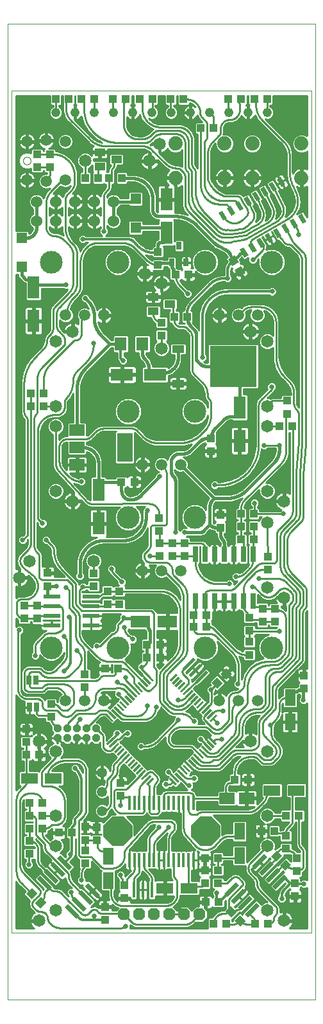
<source format=gbl>
G75*
%MOIN*%
%OFA0B0*%
%FSLAX25Y25*%
%IPPOS*%
%LPD*%
%AMOC8*
5,1,8,0,0,1.08239X$1,22.5*
%
%ADD10C,0.00000*%
%ADD11R,0.06299X0.11811*%
%ADD12R,0.04331X0.03937*%
%ADD13R,0.03937X0.04331*%
%ADD14R,0.04134X0.04252*%
%ADD15R,0.04252X0.04134*%
%ADD16R,0.11811X0.06299*%
%ADD17R,0.10236X0.06299*%
%ADD18R,0.05512X0.08661*%
%ADD19R,0.08661X0.05512*%
%ADD20R,0.07874X0.05906*%
%ADD21R,0.05512X0.05512*%
%ADD22R,0.02362X0.08661*%
%ADD23R,0.24409X0.21260*%
%ADD24R,0.06299X0.03937*%
%ADD25R,0.08661X0.02362*%
%ADD26R,0.02600X0.08000*%
%ADD27R,0.01181X0.04724*%
%ADD28R,0.02756X0.03937*%
%ADD29R,0.07900X0.05900*%
%ADD30R,0.07900X0.15000*%
%ADD31R,0.01500X0.07500*%
%ADD32C,0.06496*%
%ADD33OC8,0.04200*%
%ADD34R,0.05512X0.03937*%
%ADD35R,0.06299X0.07098*%
%ADD36OC8,0.06299*%
%ADD37OC8,0.15024*%
%ADD38C,0.07400*%
%ADD39C,0.05906*%
%ADD40C,0.04800*%
%ADD41C,0.11811*%
%ADD42R,0.01575X0.07874*%
%ADD43R,0.02362X0.04724*%
%ADD44C,0.06000*%
%ADD45C,0.05315*%
%ADD46R,0.02500X0.05000*%
%ADD47C,0.00984*%
%ADD48C,0.02578*%
%ADD49C,0.01600*%
%ADD50C,0.01378*%
D10*
X0006236Y0001000D02*
X0006236Y0506906D01*
X0166236Y0506906D01*
X0166236Y0001000D01*
X0006236Y0001000D01*
X0008204Y0035646D02*
X0008204Y0472260D01*
X0164267Y0472260D01*
X0164267Y0035646D01*
X0008204Y0035646D01*
X0014267Y0436000D02*
X0014269Y0436088D01*
X0014275Y0436176D01*
X0014285Y0436264D01*
X0014299Y0436352D01*
X0014316Y0436438D01*
X0014338Y0436524D01*
X0014363Y0436608D01*
X0014393Y0436692D01*
X0014425Y0436774D01*
X0014462Y0436854D01*
X0014502Y0436933D01*
X0014546Y0437010D01*
X0014593Y0437085D01*
X0014643Y0437157D01*
X0014697Y0437228D01*
X0014753Y0437295D01*
X0014813Y0437361D01*
X0014875Y0437423D01*
X0014941Y0437483D01*
X0015008Y0437539D01*
X0015079Y0437593D01*
X0015151Y0437643D01*
X0015226Y0437690D01*
X0015303Y0437734D01*
X0015382Y0437774D01*
X0015462Y0437811D01*
X0015544Y0437843D01*
X0015628Y0437873D01*
X0015712Y0437898D01*
X0015798Y0437920D01*
X0015884Y0437937D01*
X0015972Y0437951D01*
X0016060Y0437961D01*
X0016148Y0437967D01*
X0016236Y0437969D01*
X0016324Y0437967D01*
X0016412Y0437961D01*
X0016500Y0437951D01*
X0016588Y0437937D01*
X0016674Y0437920D01*
X0016760Y0437898D01*
X0016844Y0437873D01*
X0016928Y0437843D01*
X0017010Y0437811D01*
X0017090Y0437774D01*
X0017169Y0437734D01*
X0017246Y0437690D01*
X0017321Y0437643D01*
X0017393Y0437593D01*
X0017464Y0437539D01*
X0017531Y0437483D01*
X0017597Y0437423D01*
X0017659Y0437361D01*
X0017719Y0437295D01*
X0017775Y0437228D01*
X0017829Y0437157D01*
X0017879Y0437085D01*
X0017926Y0437010D01*
X0017970Y0436933D01*
X0018010Y0436854D01*
X0018047Y0436774D01*
X0018079Y0436692D01*
X0018109Y0436608D01*
X0018134Y0436524D01*
X0018156Y0436438D01*
X0018173Y0436352D01*
X0018187Y0436264D01*
X0018197Y0436176D01*
X0018203Y0436088D01*
X0018205Y0436000D01*
X0018203Y0435912D01*
X0018197Y0435824D01*
X0018187Y0435736D01*
X0018173Y0435648D01*
X0018156Y0435562D01*
X0018134Y0435476D01*
X0018109Y0435392D01*
X0018079Y0435308D01*
X0018047Y0435226D01*
X0018010Y0435146D01*
X0017970Y0435067D01*
X0017926Y0434990D01*
X0017879Y0434915D01*
X0017829Y0434843D01*
X0017775Y0434772D01*
X0017719Y0434705D01*
X0017659Y0434639D01*
X0017597Y0434577D01*
X0017531Y0434517D01*
X0017464Y0434461D01*
X0017393Y0434407D01*
X0017321Y0434357D01*
X0017246Y0434310D01*
X0017169Y0434266D01*
X0017090Y0434226D01*
X0017010Y0434189D01*
X0016928Y0434157D01*
X0016844Y0434127D01*
X0016760Y0434102D01*
X0016674Y0434080D01*
X0016588Y0434063D01*
X0016500Y0434049D01*
X0016412Y0434039D01*
X0016324Y0434033D01*
X0016236Y0434031D01*
X0016148Y0434033D01*
X0016060Y0434039D01*
X0015972Y0434049D01*
X0015884Y0434063D01*
X0015798Y0434080D01*
X0015712Y0434102D01*
X0015628Y0434127D01*
X0015544Y0434157D01*
X0015462Y0434189D01*
X0015382Y0434226D01*
X0015303Y0434266D01*
X0015226Y0434310D01*
X0015151Y0434357D01*
X0015079Y0434407D01*
X0015008Y0434461D01*
X0014941Y0434517D01*
X0014875Y0434577D01*
X0014813Y0434639D01*
X0014753Y0434705D01*
X0014697Y0434772D01*
X0014643Y0434843D01*
X0014593Y0434915D01*
X0014546Y0434990D01*
X0014502Y0435067D01*
X0014462Y0435146D01*
X0014425Y0435226D01*
X0014393Y0435308D01*
X0014363Y0435392D01*
X0014338Y0435476D01*
X0014316Y0435562D01*
X0014299Y0435648D01*
X0014285Y0435736D01*
X0014275Y0435824D01*
X0014269Y0435912D01*
X0014267Y0436000D01*
D11*
X0019673Y0370286D03*
X0019673Y0352964D03*
X0053423Y0265286D03*
X0053423Y0247964D03*
X0088736Y0398589D03*
X0088736Y0415911D03*
X0126861Y0308099D03*
X0126861Y0290776D03*
D12*
X0127577Y0239750D03*
X0134270Y0239750D03*
X0141548Y0230596D03*
X0141548Y0223904D03*
X0145298Y0203721D03*
X0145298Y0197029D03*
X0131861Y0199034D03*
X0131861Y0192341D03*
X0131861Y0186534D03*
X0131861Y0179841D03*
X0109582Y0200375D03*
X0102889Y0200375D03*
X0091861Y0231091D03*
X0091861Y0237784D03*
X0085298Y0237784D03*
X0085298Y0231091D03*
X0084986Y0243904D03*
X0084986Y0250596D03*
X0072082Y0269438D03*
X0065389Y0269438D03*
X0050923Y0222159D03*
X0050923Y0215466D03*
X0064361Y0212784D03*
X0064361Y0206091D03*
X0046236Y0169659D03*
X0046236Y0162966D03*
X0028736Y0154346D03*
X0028736Y0147654D03*
X0022707Y0127875D03*
X0016014Y0127875D03*
X0015923Y0134529D03*
X0015923Y0141221D03*
X0017486Y0083409D03*
X0017486Y0076716D03*
X0046548Y0078409D03*
X0046548Y0071716D03*
X0052486Y0083591D03*
X0052486Y0090284D03*
X0014986Y0198591D03*
X0014986Y0205284D03*
X0084361Y0382029D03*
X0084361Y0388721D03*
X0093514Y0376937D03*
X0100207Y0376937D03*
X0086236Y0352159D03*
X0086236Y0345466D03*
G36*
X0123004Y0381353D02*
X0120839Y0385101D01*
X0124246Y0387069D01*
X0126411Y0383321D01*
X0123004Y0381353D01*
G37*
G36*
X0126350Y0375556D02*
X0124185Y0379304D01*
X0127592Y0381272D01*
X0129757Y0377524D01*
X0126350Y0375556D01*
G37*
X0151548Y0311534D03*
X0151548Y0304841D03*
X0150923Y0085909D03*
X0150923Y0079216D03*
G36*
X0127400Y0038982D02*
X0124339Y0042043D01*
X0127122Y0044826D01*
X0130183Y0041765D01*
X0127400Y0038982D01*
G37*
G36*
X0122667Y0043714D02*
X0119606Y0046775D01*
X0122389Y0049558D01*
X0125450Y0046497D01*
X0122667Y0043714D01*
G37*
X0115832Y0051625D03*
X0115611Y0061404D03*
X0115611Y0068096D03*
X0109139Y0051625D03*
X0028111Y0432654D03*
X0028111Y0439346D03*
X0021548Y0439346D03*
X0021548Y0432654D03*
D13*
X0031327Y0467875D03*
X0038020Y0467875D03*
X0044452Y0467875D03*
X0051145Y0467875D03*
X0061014Y0467875D03*
X0067707Y0467875D03*
X0074764Y0467875D03*
X0081457Y0467875D03*
X0091014Y0467875D03*
X0097707Y0467875D03*
X0106639Y0452875D03*
X0113332Y0452875D03*
X0121014Y0467875D03*
X0127707Y0467875D03*
X0134452Y0467875D03*
X0141145Y0467875D03*
X0099582Y0355062D03*
X0092889Y0355062D03*
X0111861Y0292159D03*
X0111861Y0285466D03*
X0116861Y0252471D03*
X0116861Y0245779D03*
X0127577Y0246312D03*
X0127577Y0252875D03*
X0134270Y0252875D03*
X0134270Y0246312D03*
X0138736Y0203721D03*
X0138736Y0197029D03*
X0160298Y0169034D03*
X0160298Y0162341D03*
X0157707Y0096312D03*
X0151014Y0096312D03*
X0144895Y0088500D03*
G36*
X0146202Y0078438D02*
X0148985Y0075655D01*
X0145924Y0072594D01*
X0143141Y0075377D01*
X0146202Y0078438D01*
G37*
G36*
X0150935Y0073705D02*
X0153718Y0070922D01*
X0150657Y0067861D01*
X0147874Y0070644D01*
X0150935Y0073705D01*
G37*
X0156548Y0074346D03*
X0156548Y0067654D03*
X0155611Y0061221D03*
X0155611Y0054529D03*
X0141457Y0040375D03*
X0134764Y0040375D03*
X0119933Y0040337D03*
X0113240Y0040337D03*
X0108736Y0061404D03*
X0108736Y0068096D03*
X0108827Y0074438D03*
X0115520Y0074438D03*
X0138202Y0088500D03*
X0109582Y0194437D03*
X0102889Y0194437D03*
X0098111Y0231091D03*
X0098111Y0237784D03*
X0063500Y0172525D03*
X0056807Y0172525D03*
X0058111Y0206091D03*
X0058111Y0212784D03*
X0024895Y0308813D03*
X0024895Y0315375D03*
X0018202Y0315375D03*
X0018202Y0308813D03*
X0021548Y0205284D03*
X0021548Y0198591D03*
X0024270Y0102875D03*
X0024270Y0096312D03*
X0024270Y0089750D03*
X0017577Y0089750D03*
X0017577Y0096312D03*
X0017577Y0102875D03*
G36*
X0018547Y0053074D02*
X0015764Y0055857D01*
X0018825Y0058918D01*
X0021608Y0056135D01*
X0018547Y0053074D01*
G37*
G36*
X0023280Y0048341D02*
X0020497Y0051124D01*
X0023558Y0054185D01*
X0026341Y0051402D01*
X0023280Y0048341D01*
G37*
X0066861Y0053591D03*
X0066861Y0060284D03*
X0147577Y0298188D03*
X0154270Y0298188D03*
X0065520Y0426937D03*
X0058827Y0426937D03*
X0053332Y0426937D03*
X0046639Y0426937D03*
D14*
X0078728Y0185062D03*
X0078728Y0178500D03*
X0085618Y0178500D03*
X0085618Y0185062D03*
G36*
X0118105Y0165177D02*
X0115182Y0162254D01*
X0112177Y0165259D01*
X0115100Y0168182D01*
X0118105Y0165177D01*
G37*
G36*
X0122977Y0170049D02*
X0120054Y0167126D01*
X0117049Y0170131D01*
X0119972Y0173054D01*
X0122977Y0170049D01*
G37*
X0124353Y0115062D03*
X0131243Y0115062D03*
X0039681Y0087562D03*
X0032791Y0087562D03*
D15*
X0046548Y0090695D03*
X0046548Y0083805D03*
X0056861Y0049132D03*
X0056861Y0042243D03*
X0064986Y0106618D03*
X0064986Y0113507D03*
X0026861Y0215368D03*
X0026861Y0222257D03*
D16*
X0065699Y0325063D03*
X0083022Y0325063D03*
D17*
X0089260Y0196937D03*
X0075087Y0196937D03*
D18*
X0058423Y0075424D03*
X0058423Y0062826D03*
X0126861Y0075638D03*
X0126861Y0088237D03*
X0153111Y0145013D03*
X0153111Y0157612D03*
D19*
X0156285Y0109437D03*
X0143687Y0109437D03*
X0100660Y0058812D03*
X0088062Y0058812D03*
X0030035Y0115687D03*
X0017437Y0115687D03*
D20*
X0120180Y0105375D03*
X0130416Y0105375D03*
D21*
X0072798Y0401332D03*
X0072798Y0416293D03*
X0013423Y0395980D03*
X0013423Y0381020D03*
D22*
G36*
X0039706Y0069807D02*
X0038036Y0068137D01*
X0031914Y0074259D01*
X0033584Y0075929D01*
X0039706Y0069807D01*
G37*
G36*
X0050646Y0051795D02*
X0048976Y0050125D01*
X0042854Y0056247D01*
X0044524Y0057917D01*
X0050646Y0051795D01*
G37*
G36*
X0054182Y0055330D02*
X0052512Y0053660D01*
X0046390Y0059782D01*
X0048060Y0061452D01*
X0054182Y0055330D01*
G37*
G36*
X0047111Y0048259D02*
X0045441Y0046589D01*
X0039319Y0052711D01*
X0040989Y0054381D01*
X0047111Y0048259D01*
G37*
G36*
X0043575Y0044724D02*
X0041905Y0043054D01*
X0035783Y0049176D01*
X0037453Y0050846D01*
X0043575Y0044724D01*
G37*
G36*
X0036170Y0066271D02*
X0034500Y0064601D01*
X0028378Y0070723D01*
X0030048Y0072393D01*
X0036170Y0066271D01*
G37*
G36*
X0032635Y0062735D02*
X0030965Y0061065D01*
X0024843Y0067187D01*
X0026513Y0068857D01*
X0032635Y0062735D01*
G37*
G36*
X0029099Y0059200D02*
X0027429Y0057530D01*
X0021307Y0063652D01*
X0022977Y0065322D01*
X0029099Y0059200D01*
G37*
G36*
X0124967Y0062058D02*
X0126637Y0060388D01*
X0120515Y0054266D01*
X0118845Y0055936D01*
X0124967Y0062058D01*
G37*
G36*
X0128502Y0058523D02*
X0130172Y0056853D01*
X0124050Y0050731D01*
X0122380Y0052401D01*
X0128502Y0058523D01*
G37*
G36*
X0132038Y0054987D02*
X0133708Y0053317D01*
X0127586Y0047195D01*
X0125916Y0048865D01*
X0132038Y0054987D01*
G37*
G36*
X0135573Y0051452D02*
X0137243Y0049782D01*
X0131121Y0043660D01*
X0129451Y0045330D01*
X0135573Y0051452D01*
G37*
G36*
X0142978Y0072999D02*
X0144648Y0071329D01*
X0138526Y0065207D01*
X0136856Y0066877D01*
X0142978Y0072999D01*
G37*
G36*
X0146514Y0069463D02*
X0148184Y0067793D01*
X0142062Y0061671D01*
X0140392Y0063341D01*
X0146514Y0069463D01*
G37*
G36*
X0150049Y0065928D02*
X0151719Y0064258D01*
X0145597Y0058136D01*
X0143927Y0059806D01*
X0150049Y0065928D01*
G37*
G36*
X0139443Y0076534D02*
X0141113Y0074864D01*
X0134991Y0068742D01*
X0133321Y0070412D01*
X0139443Y0076534D01*
G37*
D23*
X0123578Y0329438D03*
D24*
X0094838Y0338414D03*
X0094838Y0320461D03*
D25*
X0049597Y0210062D03*
X0049597Y0205062D03*
X0049597Y0200062D03*
X0049597Y0195062D03*
X0029125Y0195062D03*
X0029125Y0200062D03*
X0029125Y0205062D03*
X0029125Y0210062D03*
D26*
X0103736Y0207650D03*
X0108736Y0207650D03*
X0113736Y0207650D03*
X0118736Y0207650D03*
X0123736Y0207650D03*
X0128736Y0207650D03*
X0133736Y0207650D03*
X0133736Y0231850D03*
X0128736Y0231850D03*
X0123736Y0231850D03*
X0118736Y0231850D03*
X0113736Y0231850D03*
X0108736Y0231850D03*
X0103736Y0231850D03*
D27*
G36*
X0091070Y0165879D02*
X0090235Y0166714D01*
X0093574Y0170053D01*
X0094409Y0169218D01*
X0091070Y0165879D01*
G37*
G36*
X0092462Y0164487D02*
X0091627Y0165322D01*
X0094966Y0168661D01*
X0095801Y0167826D01*
X0092462Y0164487D01*
G37*
G36*
X0093854Y0163095D02*
X0093019Y0163930D01*
X0096358Y0167269D01*
X0097193Y0166434D01*
X0093854Y0163095D01*
G37*
G36*
X0095246Y0161703D02*
X0094411Y0162538D01*
X0097750Y0165877D01*
X0098585Y0165042D01*
X0095246Y0161703D01*
G37*
G36*
X0096638Y0160311D02*
X0095803Y0161146D01*
X0099142Y0164485D01*
X0099977Y0163650D01*
X0096638Y0160311D01*
G37*
G36*
X0098030Y0158919D02*
X0097195Y0159754D01*
X0100534Y0163093D01*
X0101369Y0162258D01*
X0098030Y0158919D01*
G37*
G36*
X0099422Y0157527D02*
X0098587Y0158362D01*
X0101926Y0161701D01*
X0102761Y0160866D01*
X0099422Y0157527D01*
G37*
G36*
X0100814Y0156135D02*
X0099979Y0156970D01*
X0103318Y0160309D01*
X0104153Y0159474D01*
X0100814Y0156135D01*
G37*
G36*
X0102206Y0154743D02*
X0101371Y0155578D01*
X0104710Y0158917D01*
X0105545Y0158082D01*
X0102206Y0154743D01*
G37*
G36*
X0103598Y0153351D02*
X0102763Y0154186D01*
X0106102Y0157525D01*
X0106937Y0156690D01*
X0103598Y0153351D01*
G37*
G36*
X0104990Y0151959D02*
X0104155Y0152794D01*
X0107494Y0156133D01*
X0108329Y0155298D01*
X0104990Y0151959D01*
G37*
G36*
X0106382Y0150567D02*
X0105547Y0151402D01*
X0108886Y0154741D01*
X0109721Y0153906D01*
X0106382Y0150567D01*
G37*
G36*
X0107774Y0149176D02*
X0106939Y0150011D01*
X0110278Y0153350D01*
X0111113Y0152515D01*
X0107774Y0149176D01*
G37*
G36*
X0109166Y0147784D02*
X0108331Y0148619D01*
X0111670Y0151958D01*
X0112505Y0151123D01*
X0109166Y0147784D01*
G37*
G36*
X0110558Y0146392D02*
X0109723Y0147227D01*
X0113062Y0150566D01*
X0113897Y0149731D01*
X0110558Y0146392D01*
G37*
G36*
X0111950Y0145000D02*
X0111115Y0145835D01*
X0114454Y0149174D01*
X0115289Y0148339D01*
X0111950Y0145000D01*
G37*
G36*
X0111044Y0136236D02*
X0111879Y0137071D01*
X0115218Y0133732D01*
X0114383Y0132897D01*
X0111044Y0136236D01*
G37*
G36*
X0109652Y0134844D02*
X0110487Y0135679D01*
X0113826Y0132340D01*
X0112991Y0131505D01*
X0109652Y0134844D01*
G37*
G36*
X0108260Y0133452D02*
X0109095Y0134287D01*
X0112434Y0130948D01*
X0111599Y0130113D01*
X0108260Y0133452D01*
G37*
G36*
X0106868Y0132060D02*
X0107703Y0132895D01*
X0111042Y0129556D01*
X0110207Y0128721D01*
X0106868Y0132060D01*
G37*
G36*
X0105476Y0130668D02*
X0106311Y0131503D01*
X0109650Y0128164D01*
X0108815Y0127329D01*
X0105476Y0130668D01*
G37*
G36*
X0104084Y0129276D02*
X0104919Y0130111D01*
X0108258Y0126772D01*
X0107423Y0125937D01*
X0104084Y0129276D01*
G37*
G36*
X0102692Y0127884D02*
X0103527Y0128719D01*
X0106866Y0125380D01*
X0106031Y0124545D01*
X0102692Y0127884D01*
G37*
G36*
X0101300Y0126492D02*
X0102135Y0127327D01*
X0105474Y0123988D01*
X0104639Y0123153D01*
X0101300Y0126492D01*
G37*
G36*
X0099908Y0125100D02*
X0100743Y0125935D01*
X0104082Y0122596D01*
X0103247Y0121761D01*
X0099908Y0125100D01*
G37*
G36*
X0098516Y0123709D02*
X0099351Y0124544D01*
X0102690Y0121205D01*
X0101855Y0120370D01*
X0098516Y0123709D01*
G37*
G36*
X0097124Y0122317D02*
X0097959Y0123152D01*
X0101298Y0119813D01*
X0100463Y0118978D01*
X0097124Y0122317D01*
G37*
G36*
X0095732Y0120925D02*
X0096567Y0121760D01*
X0099906Y0118421D01*
X0099071Y0117586D01*
X0095732Y0120925D01*
G37*
G36*
X0094341Y0119533D02*
X0095176Y0120368D01*
X0098515Y0117029D01*
X0097680Y0116194D01*
X0094341Y0119533D01*
G37*
G36*
X0092949Y0118141D02*
X0093784Y0118976D01*
X0097123Y0115637D01*
X0096288Y0114802D01*
X0092949Y0118141D01*
G37*
G36*
X0091557Y0116749D02*
X0092392Y0117584D01*
X0095731Y0114245D01*
X0094896Y0113410D01*
X0091557Y0116749D01*
G37*
G36*
X0090165Y0115357D02*
X0091000Y0116192D01*
X0094339Y0112853D01*
X0093504Y0112018D01*
X0090165Y0115357D01*
G37*
G36*
X0081542Y0116263D02*
X0082377Y0115428D01*
X0079038Y0112089D01*
X0078203Y0112924D01*
X0081542Y0116263D01*
G37*
G36*
X0080151Y0117655D02*
X0080986Y0116820D01*
X0077647Y0113481D01*
X0076812Y0114316D01*
X0080151Y0117655D01*
G37*
G36*
X0078759Y0119046D02*
X0079594Y0118211D01*
X0076255Y0114872D01*
X0075420Y0115707D01*
X0078759Y0119046D01*
G37*
G36*
X0077367Y0120438D02*
X0078202Y0119603D01*
X0074863Y0116264D01*
X0074028Y0117099D01*
X0077367Y0120438D01*
G37*
G36*
X0075975Y0121830D02*
X0076810Y0120995D01*
X0073471Y0117656D01*
X0072636Y0118491D01*
X0075975Y0121830D01*
G37*
G36*
X0074583Y0123222D02*
X0075418Y0122387D01*
X0072079Y0119048D01*
X0071244Y0119883D01*
X0074583Y0123222D01*
G37*
G36*
X0073191Y0124614D02*
X0074026Y0123779D01*
X0070687Y0120440D01*
X0069852Y0121275D01*
X0073191Y0124614D01*
G37*
G36*
X0071799Y0126006D02*
X0072634Y0125171D01*
X0069295Y0121832D01*
X0068460Y0122667D01*
X0071799Y0126006D01*
G37*
G36*
X0070407Y0127398D02*
X0071242Y0126563D01*
X0067903Y0123224D01*
X0067068Y0124059D01*
X0070407Y0127398D01*
G37*
G36*
X0069015Y0128790D02*
X0069850Y0127955D01*
X0066511Y0124616D01*
X0065676Y0125451D01*
X0069015Y0128790D01*
G37*
G36*
X0067623Y0130182D02*
X0068458Y0129347D01*
X0065119Y0126008D01*
X0064284Y0126843D01*
X0067623Y0130182D01*
G37*
G36*
X0066231Y0131574D02*
X0067066Y0130739D01*
X0063727Y0127400D01*
X0062892Y0128235D01*
X0066231Y0131574D01*
G37*
G36*
X0064839Y0132966D02*
X0065674Y0132131D01*
X0062335Y0128792D01*
X0061500Y0129627D01*
X0064839Y0132966D01*
G37*
G36*
X0063447Y0134358D02*
X0064282Y0133523D01*
X0060943Y0130184D01*
X0060108Y0131019D01*
X0063447Y0134358D01*
G37*
G36*
X0062055Y0135750D02*
X0062890Y0134915D01*
X0059551Y0131576D01*
X0058716Y0132411D01*
X0062055Y0135750D01*
G37*
G36*
X0060663Y0137142D02*
X0061498Y0136307D01*
X0058159Y0132968D01*
X0057324Y0133803D01*
X0060663Y0137142D01*
G37*
G36*
X0061357Y0145835D02*
X0060522Y0145000D01*
X0057183Y0148339D01*
X0058018Y0149174D01*
X0061357Y0145835D01*
G37*
G36*
X0062749Y0147227D02*
X0061914Y0146392D01*
X0058575Y0149731D01*
X0059410Y0150566D01*
X0062749Y0147227D01*
G37*
G36*
X0064141Y0148619D02*
X0063306Y0147784D01*
X0059967Y0151123D01*
X0060802Y0151958D01*
X0064141Y0148619D01*
G37*
G36*
X0065533Y0150011D02*
X0064698Y0149176D01*
X0061359Y0152515D01*
X0062194Y0153350D01*
X0065533Y0150011D01*
G37*
G36*
X0066925Y0151402D02*
X0066090Y0150567D01*
X0062751Y0153906D01*
X0063586Y0154741D01*
X0066925Y0151402D01*
G37*
G36*
X0068317Y0152794D02*
X0067482Y0151959D01*
X0064143Y0155298D01*
X0064978Y0156133D01*
X0068317Y0152794D01*
G37*
G36*
X0069709Y0154186D02*
X0068874Y0153351D01*
X0065535Y0156690D01*
X0066370Y0157525D01*
X0069709Y0154186D01*
G37*
G36*
X0071101Y0155578D02*
X0070266Y0154743D01*
X0066927Y0158082D01*
X0067762Y0158917D01*
X0071101Y0155578D01*
G37*
G36*
X0072492Y0156970D02*
X0071657Y0156135D01*
X0068318Y0159474D01*
X0069153Y0160309D01*
X0072492Y0156970D01*
G37*
G36*
X0073884Y0158362D02*
X0073049Y0157527D01*
X0069710Y0160866D01*
X0070545Y0161701D01*
X0073884Y0158362D01*
G37*
G36*
X0075276Y0159754D02*
X0074441Y0158919D01*
X0071102Y0162258D01*
X0071937Y0163093D01*
X0075276Y0159754D01*
G37*
G36*
X0076668Y0161146D02*
X0075833Y0160311D01*
X0072494Y0163650D01*
X0073329Y0164485D01*
X0076668Y0161146D01*
G37*
G36*
X0078060Y0162538D02*
X0077225Y0161703D01*
X0073886Y0165042D01*
X0074721Y0165877D01*
X0078060Y0162538D01*
G37*
G36*
X0079452Y0163930D02*
X0078617Y0163095D01*
X0075278Y0166434D01*
X0076113Y0167269D01*
X0079452Y0163930D01*
G37*
G36*
X0080844Y0165322D02*
X0080009Y0164487D01*
X0076670Y0167826D01*
X0077505Y0168661D01*
X0080844Y0165322D01*
G37*
G36*
X0082236Y0166714D02*
X0081401Y0165879D01*
X0078062Y0169218D01*
X0078897Y0170053D01*
X0082236Y0166714D01*
G37*
D28*
X0091558Y0383232D03*
X0095298Y0391893D03*
X0099038Y0383232D03*
D29*
X0042273Y0296350D03*
X0042273Y0287350D03*
X0042273Y0278350D03*
D30*
X0067073Y0287250D03*
D31*
X0069572Y0102960D03*
X0072131Y0102960D03*
X0074690Y0102960D03*
X0077250Y0102960D03*
X0079809Y0102960D03*
X0082368Y0102960D03*
X0084927Y0102960D03*
X0087486Y0102960D03*
X0090045Y0102960D03*
X0092604Y0102960D03*
X0095163Y0102960D03*
X0097722Y0102960D03*
X0100281Y0102960D03*
X0102840Y0102960D03*
X0102840Y0073415D03*
X0100281Y0073415D03*
X0097722Y0073415D03*
X0095163Y0073415D03*
X0092604Y0073415D03*
X0090045Y0073415D03*
X0087486Y0073415D03*
X0084927Y0073415D03*
X0082368Y0073415D03*
X0079809Y0073415D03*
X0077250Y0073415D03*
X0074690Y0073415D03*
X0072131Y0073415D03*
X0069572Y0073415D03*
D32*
X0031236Y0080685D03*
X0031236Y0096315D03*
X0031236Y0129780D03*
X0022486Y0135000D03*
X0012236Y0219750D03*
X0017456Y0228500D03*
X0031236Y0264720D03*
X0039986Y0259500D03*
X0050921Y0228500D03*
X0031236Y0298185D03*
X0031236Y0308815D03*
X0031236Y0342280D03*
X0039986Y0347500D03*
X0046551Y0436000D03*
X0077486Y0377500D03*
X0086236Y0372280D03*
X0086236Y0338815D03*
X0080015Y0436000D03*
X0085236Y0444750D03*
X0132486Y0347500D03*
X0141236Y0342280D03*
X0141236Y0308815D03*
X0141236Y0298185D03*
X0141236Y0264720D03*
X0141236Y0248185D03*
X0149986Y0259500D03*
X0141236Y0214720D03*
X0149986Y0209500D03*
X0132486Y0135000D03*
X0141236Y0129780D03*
X0141236Y0096315D03*
X0141236Y0080685D03*
X0141236Y0047220D03*
X0149986Y0042000D03*
X0031236Y0047220D03*
X0022486Y0042000D03*
D33*
X0032173Y0136625D03*
X0032173Y0141625D03*
X0037173Y0141625D03*
X0037173Y0136625D03*
X0042173Y0136625D03*
X0042173Y0141625D03*
X0047173Y0141625D03*
X0047173Y0136625D03*
X0052173Y0136625D03*
X0052173Y0141625D03*
D34*
X0081905Y0357885D03*
X0081905Y0365365D03*
X0090566Y0361625D03*
X0062754Y0436625D03*
X0054093Y0432885D03*
X0054093Y0440365D03*
D35*
X0065012Y0341000D03*
X0076209Y0341000D03*
D36*
X0074425Y0045193D03*
X0066551Y0045193D03*
X0082299Y0045193D03*
X0090173Y0045193D03*
X0098047Y0045193D03*
X0105921Y0045193D03*
D37*
X0109070Y0088500D03*
X0063401Y0088500D03*
D38*
X0093436Y0427100D03*
X0093436Y0444900D03*
X0119036Y0444900D03*
X0119036Y0427100D03*
X0133436Y0427100D03*
X0133436Y0444900D03*
X0159036Y0444900D03*
X0159036Y0427100D03*
D39*
X0136078Y0355941D03*
X0126236Y0355941D03*
X0116393Y0355941D03*
X0096078Y0278441D03*
X0086236Y0278441D03*
X0076393Y0278441D03*
X0076393Y0223441D03*
X0086236Y0223441D03*
X0096078Y0223441D03*
X0116393Y0155941D03*
X0126236Y0155941D03*
X0136078Y0155941D03*
X0056078Y0155941D03*
X0046236Y0155941D03*
X0036393Y0155941D03*
X0036393Y0355941D03*
X0046236Y0355941D03*
X0056078Y0355941D03*
X0036236Y0426000D03*
X0036236Y0446000D03*
X0026236Y0446630D03*
X0026236Y0425370D03*
X0016236Y0426000D03*
X0016236Y0446000D03*
D40*
X0031236Y0461000D03*
X0041236Y0461000D03*
X0051236Y0461000D03*
X0061236Y0461000D03*
X0071236Y0461000D03*
X0081236Y0461000D03*
X0091236Y0461000D03*
X0101236Y0461000D03*
X0111236Y0461000D03*
X0121236Y0461000D03*
X0131236Y0461000D03*
X0141236Y0461000D03*
D41*
X0143559Y0383500D03*
X0108913Y0383500D03*
X0103559Y0306000D03*
X0103559Y0251000D03*
X0108913Y0183500D03*
X0143559Y0183500D03*
X0068913Y0251000D03*
X0068913Y0306000D03*
X0063559Y0383500D03*
X0028913Y0383500D03*
X0028913Y0183500D03*
X0063559Y0183500D03*
D42*
G36*
X0102714Y0178397D02*
X0103827Y0177284D01*
X0098260Y0171717D01*
X0097147Y0172830D01*
X0102714Y0178397D01*
G37*
G36*
X0106054Y0175057D02*
X0107167Y0173944D01*
X0101600Y0168377D01*
X0100487Y0169490D01*
X0106054Y0175057D01*
G37*
G36*
X0109395Y0171716D02*
X0110508Y0170603D01*
X0104941Y0165036D01*
X0103828Y0166149D01*
X0109395Y0171716D01*
G37*
X0081273Y0057875D03*
X0076548Y0057875D03*
X0071824Y0057875D03*
D43*
G36*
X0131409Y0386988D02*
X0129364Y0385807D01*
X0127003Y0389898D01*
X0129048Y0391079D01*
X0131409Y0386988D01*
G37*
G36*
X0135740Y0389488D02*
X0133695Y0388307D01*
X0131334Y0392398D01*
X0133379Y0393579D01*
X0135740Y0389488D01*
G37*
G36*
X0140070Y0391988D02*
X0138025Y0390807D01*
X0135664Y0394898D01*
X0137709Y0396079D01*
X0140070Y0391988D01*
G37*
G36*
X0144400Y0394488D02*
X0142355Y0393307D01*
X0139994Y0397398D01*
X0142039Y0398579D01*
X0144400Y0394488D01*
G37*
G36*
X0148730Y0396988D02*
X0146685Y0395807D01*
X0144324Y0399898D01*
X0146369Y0401079D01*
X0148730Y0396988D01*
G37*
G36*
X0153060Y0399488D02*
X0151015Y0398307D01*
X0148654Y0402398D01*
X0150699Y0403579D01*
X0153060Y0399488D01*
G37*
G36*
X0157390Y0401988D02*
X0155345Y0400807D01*
X0152984Y0404898D01*
X0155029Y0406079D01*
X0157390Y0401988D01*
G37*
G36*
X0161720Y0404488D02*
X0159675Y0403307D01*
X0157314Y0407398D01*
X0159359Y0408579D01*
X0161720Y0404488D01*
G37*
G36*
X0150697Y0423581D02*
X0148652Y0422400D01*
X0146291Y0426491D01*
X0148336Y0427672D01*
X0150697Y0423581D01*
G37*
G36*
X0146367Y0421081D02*
X0144322Y0419900D01*
X0141961Y0423991D01*
X0144006Y0425172D01*
X0146367Y0421081D01*
G37*
G36*
X0142037Y0418581D02*
X0139992Y0417400D01*
X0137631Y0421491D01*
X0139676Y0422672D01*
X0142037Y0418581D01*
G37*
G36*
X0137706Y0416081D02*
X0135661Y0414900D01*
X0133300Y0418991D01*
X0135345Y0420172D01*
X0137706Y0416081D01*
G37*
G36*
X0133376Y0413581D02*
X0131331Y0412400D01*
X0128970Y0416491D01*
X0131015Y0417672D01*
X0133376Y0413581D01*
G37*
G36*
X0129046Y0411081D02*
X0127001Y0409900D01*
X0124640Y0413991D01*
X0126685Y0415172D01*
X0129046Y0411081D01*
G37*
G36*
X0124716Y0408581D02*
X0122671Y0407400D01*
X0120310Y0411491D01*
X0122355Y0412672D01*
X0124716Y0408581D01*
G37*
G36*
X0120386Y0406081D02*
X0118341Y0404900D01*
X0115980Y0408991D01*
X0118025Y0410172D01*
X0120386Y0406081D01*
G37*
D44*
X0061236Y0404750D03*
X0061236Y0414750D03*
X0051236Y0414750D03*
X0051236Y0404750D03*
X0041236Y0404750D03*
X0041236Y0414750D03*
X0031236Y0414750D03*
X0031236Y0404750D03*
X0021236Y0404750D03*
X0021236Y0414750D03*
D45*
X0055298Y0118812D03*
X0055298Y0108812D03*
X0055298Y0098812D03*
D46*
X0021132Y0152563D03*
X0017589Y0152563D03*
X0017277Y0166625D03*
X0020820Y0166625D03*
D47*
X0020507Y0166313D01*
X0051212Y0166313D01*
X0051212Y0166313D01*
X0051212Y0167897D02*
X0050556Y0167897D01*
X0049493Y0167897D01*
X0049493Y0172080D01*
X0048853Y0172720D01*
X0047820Y0172720D01*
X0047820Y0181550D01*
X0051939Y0177431D01*
X0051939Y0177431D01*
X0052482Y0176889D01*
X0054072Y0175970D01*
X0053922Y0175884D01*
X0053644Y0175606D01*
X0053448Y0175266D01*
X0053346Y0174886D01*
X0053346Y0173017D01*
X0056314Y0173017D01*
X0056314Y0172032D01*
X0053346Y0172032D01*
X0053346Y0170163D01*
X0053448Y0169783D01*
X0053644Y0169443D01*
X0053666Y0169421D01*
X0053440Y0169195D01*
X0052799Y0168554D01*
X0052459Y0168275D01*
X0051650Y0167940D01*
X0051212Y0167897D01*
X0050556Y0167897D02*
X0050556Y0167897D01*
X0049493Y0168070D02*
X0051964Y0168070D01*
X0053298Y0169053D02*
X0049493Y0169053D01*
X0049493Y0170035D02*
X0053380Y0170035D01*
X0053346Y0171018D02*
X0049493Y0171018D01*
X0049493Y0172001D02*
X0053346Y0172001D01*
X0053346Y0173966D02*
X0047820Y0173966D01*
X0047820Y0172984D02*
X0056314Y0172984D01*
X0057299Y0172984D02*
X0060439Y0172984D01*
X0060267Y0173017D02*
X0060267Y0174718D01*
X0060439Y0174718D01*
X0060439Y0170651D01*
X0060267Y0170651D01*
X0060267Y0172032D01*
X0057299Y0172032D01*
X0057299Y0173017D01*
X0060267Y0173017D01*
X0060267Y0173966D02*
X0060439Y0173966D01*
X0060439Y0172001D02*
X0060267Y0172001D01*
X0060267Y0171018D02*
X0060439Y0171018D01*
X0062173Y0170227D02*
X0062171Y0170162D01*
X0062166Y0170097D01*
X0062157Y0170033D01*
X0062144Y0169969D01*
X0062128Y0169906D01*
X0062108Y0169844D01*
X0062085Y0169783D01*
X0062058Y0169724D01*
X0062028Y0169666D01*
X0061995Y0169610D01*
X0061959Y0169556D01*
X0061920Y0169504D01*
X0061878Y0169454D01*
X0061833Y0169407D01*
X0061786Y0169362D01*
X0061736Y0169320D01*
X0061684Y0169281D01*
X0061630Y0169245D01*
X0061574Y0169212D01*
X0061516Y0169182D01*
X0061457Y0169155D01*
X0061396Y0169132D01*
X0061334Y0169112D01*
X0061271Y0169096D01*
X0061207Y0169083D01*
X0061143Y0169074D01*
X0061078Y0169069D01*
X0061013Y0169067D01*
X0056300Y0169067D01*
X0055024Y0168539D02*
X0053920Y0167434D01*
X0053920Y0167433D02*
X0053833Y0167350D01*
X0053744Y0167269D01*
X0053653Y0167191D01*
X0053559Y0167115D01*
X0053463Y0167043D01*
X0053364Y0166974D01*
X0053264Y0166908D01*
X0053161Y0166845D01*
X0053057Y0166786D01*
X0052950Y0166729D01*
X0052842Y0166676D01*
X0052733Y0166627D01*
X0052622Y0166581D01*
X0052509Y0166538D01*
X0052395Y0166499D01*
X0052280Y0166464D01*
X0052164Y0166432D01*
X0052047Y0166404D01*
X0051929Y0166380D01*
X0051811Y0166359D01*
X0051692Y0166342D01*
X0051572Y0166329D01*
X0051452Y0166320D01*
X0051332Y0166314D01*
X0051212Y0166312D01*
X0051833Y0157607D02*
X0051833Y0157414D01*
X0053109Y0150307D02*
X0053025Y0150224D01*
X0052937Y0150145D01*
X0052847Y0150068D01*
X0052754Y0149995D01*
X0052659Y0149924D01*
X0052562Y0149857D01*
X0052462Y0149793D01*
X0052361Y0149732D01*
X0052258Y0149675D01*
X0052152Y0149621D01*
X0052046Y0149570D01*
X0051937Y0149523D01*
X0051827Y0149480D01*
X0051716Y0149440D01*
X0051603Y0149404D01*
X0051489Y0149371D01*
X0051375Y0149342D01*
X0051259Y0149317D01*
X0051143Y0149296D01*
X0051026Y0149279D01*
X0050908Y0149265D01*
X0050790Y0149256D01*
X0050672Y0149250D01*
X0050554Y0149248D01*
X0050554Y0149247D02*
X0045017Y0149247D01*
X0044971Y0149294D01*
X0043490Y0149294D01*
X0042566Y0151078D02*
X0042481Y0151076D01*
X0042397Y0151071D01*
X0042313Y0151061D01*
X0042229Y0151049D01*
X0042146Y0151032D01*
X0042064Y0151012D01*
X0041983Y0150988D01*
X0041902Y0150961D01*
X0041824Y0150930D01*
X0041746Y0150896D01*
X0041670Y0150859D01*
X0041596Y0150818D01*
X0041524Y0150774D01*
X0041453Y0150727D01*
X0041385Y0150677D01*
X0041319Y0150624D01*
X0041255Y0150568D01*
X0041194Y0150510D01*
X0039587Y0148903D01*
X0041802Y0148594D02*
X0038143Y0144935D01*
X0037173Y0142595D02*
X0037173Y0141625D01*
X0042174Y0136625D02*
X0042172Y0136491D01*
X0042166Y0136357D01*
X0042157Y0136224D01*
X0042143Y0136091D01*
X0042126Y0135958D01*
X0042105Y0135826D01*
X0042081Y0135694D01*
X0042052Y0135563D01*
X0042020Y0135433D01*
X0041984Y0135304D01*
X0041945Y0135176D01*
X0041901Y0135050D01*
X0041855Y0134924D01*
X0041804Y0134800D01*
X0041750Y0134678D01*
X0041693Y0134557D01*
X0041632Y0134437D01*
X0041568Y0134320D01*
X0041501Y0134204D01*
X0041430Y0134090D01*
X0041356Y0133979D01*
X0041279Y0133869D01*
X0041198Y0133762D01*
X0041115Y0133657D01*
X0041029Y0133555D01*
X0040940Y0133455D01*
X0040848Y0133358D01*
X0040753Y0133263D01*
X0040656Y0133171D01*
X0040556Y0133082D01*
X0040454Y0132996D01*
X0040349Y0132913D01*
X0040242Y0132832D01*
X0040132Y0132755D01*
X0040021Y0132681D01*
X0039907Y0132610D01*
X0039791Y0132543D01*
X0039674Y0132479D01*
X0039554Y0132418D01*
X0039433Y0132361D01*
X0039311Y0132307D01*
X0039187Y0132256D01*
X0039061Y0132210D01*
X0038935Y0132166D01*
X0038807Y0132127D01*
X0038678Y0132091D01*
X0038548Y0132059D01*
X0038417Y0132030D01*
X0038285Y0132006D01*
X0038153Y0131985D01*
X0038020Y0131968D01*
X0037887Y0131954D01*
X0037754Y0131945D01*
X0037620Y0131939D01*
X0037486Y0131937D01*
X0035885Y0132600D02*
X0032173Y0136313D01*
X0032173Y0136625D01*
X0032065Y0136621D02*
X0026943Y0136621D01*
X0026879Y0136820D02*
X0026540Y0137484D01*
X0026101Y0138088D01*
X0025574Y0138616D01*
X0024970Y0139054D01*
X0024305Y0139393D01*
X0023596Y0139623D01*
X0022978Y0139721D01*
X0022978Y0135492D01*
X0027207Y0135492D01*
X0027109Y0136110D01*
X0026879Y0136820D01*
X0026453Y0137604D02*
X0028581Y0137604D01*
X0028581Y0138113D02*
X0028581Y0136733D01*
X0032065Y0136733D01*
X0032065Y0136517D01*
X0028581Y0136517D01*
X0028581Y0135137D01*
X0029825Y0133893D01*
X0028777Y0133459D01*
X0027556Y0132238D01*
X0026896Y0130643D01*
X0026896Y0128916D01*
X0027556Y0127321D01*
X0028624Y0126254D01*
X0024252Y0121881D01*
X0024252Y0121881D01*
X0023788Y0121417D01*
X0023002Y0120632D01*
X0022452Y0119303D01*
X0022220Y0119536D01*
X0017599Y0119536D01*
X0017599Y0124814D01*
X0018632Y0124814D01*
X0019151Y0125333D01*
X0019151Y0125331D01*
X0019348Y0124990D01*
X0019626Y0124712D01*
X0019966Y0124516D01*
X0020345Y0124414D01*
X0022215Y0124414D01*
X0022215Y0127383D01*
X0023199Y0127383D01*
X0023199Y0124414D01*
X0025069Y0124414D01*
X0025448Y0124516D01*
X0025789Y0124712D01*
X0026067Y0124990D01*
X0026263Y0125331D01*
X0026365Y0125710D01*
X0026365Y0127383D01*
X0023199Y0127383D01*
X0023199Y0128367D01*
X0022215Y0128367D01*
X0022215Y0131336D01*
X0021994Y0131336D01*
X0021994Y0134508D01*
X0022978Y0134508D01*
X0022978Y0135492D01*
X0021994Y0135492D01*
X0021994Y0139721D01*
X0021376Y0139623D01*
X0020666Y0139393D01*
X0020001Y0139054D01*
X0019477Y0138673D01*
X0019479Y0138677D01*
X0019581Y0139056D01*
X0019581Y0140729D01*
X0016415Y0140729D01*
X0016415Y0137761D01*
X0018285Y0137761D01*
X0018665Y0137863D01*
X0018737Y0137904D01*
X0018508Y0137589D01*
X0013305Y0137589D01*
X0012666Y0136949D01*
X0012666Y0132108D01*
X0013305Y0131468D01*
X0014339Y0131468D01*
X0014339Y0130936D01*
X0013397Y0130936D01*
X0012757Y0130296D01*
X0012757Y0125454D01*
X0013397Y0124814D01*
X0014430Y0124814D01*
X0014430Y0119536D01*
X0012653Y0119536D01*
X0012014Y0118896D01*
X0012014Y0112479D01*
X0012653Y0111839D01*
X0012858Y0111839D01*
X0012132Y0111113D01*
X0011668Y0110649D01*
X0011222Y0110203D01*
X0011204Y0110185D01*
X0010696Y0109678D01*
X0010696Y0158960D01*
X0010985Y0158262D01*
X0012873Y0156375D01*
X0014919Y0155527D01*
X0014847Y0155259D01*
X0014847Y0152695D01*
X0017456Y0152695D01*
X0017456Y0152430D01*
X0014847Y0152430D01*
X0014847Y0149866D01*
X0014949Y0149487D01*
X0015145Y0149146D01*
X0015423Y0148869D01*
X0015763Y0148672D01*
X0016143Y0148570D01*
X0017456Y0148570D01*
X0017456Y0152430D01*
X0017722Y0152430D01*
X0017722Y0148570D01*
X0019036Y0148570D01*
X0019415Y0148672D01*
X0019705Y0148840D01*
X0020466Y0147521D01*
X0022057Y0146603D01*
X0025478Y0146603D01*
X0025478Y0145233D01*
X0026118Y0144593D01*
X0027656Y0144593D01*
X0028145Y0143413D01*
X0028981Y0142577D01*
X0028981Y0140303D01*
X0029876Y0139408D01*
X0028581Y0138113D01*
X0029055Y0138587D02*
X0025602Y0138587D01*
X0027184Y0135639D02*
X0028581Y0135639D01*
X0029062Y0134656D02*
X0022978Y0134656D01*
X0022978Y0134508D02*
X0027207Y0134508D01*
X0027109Y0133890D01*
X0026879Y0133180D01*
X0026540Y0132516D01*
X0026101Y0131912D01*
X0025574Y0131384D01*
X0025389Y0131250D01*
X0025448Y0131234D01*
X0025789Y0131037D01*
X0026067Y0130760D01*
X0026263Y0130419D01*
X0026365Y0130040D01*
X0026365Y0128367D01*
X0023199Y0128367D01*
X0023199Y0130314D01*
X0022978Y0130279D01*
X0022978Y0134508D01*
X0022978Y0133673D02*
X0021994Y0133673D01*
X0021994Y0132690D02*
X0022978Y0132690D01*
X0022978Y0131708D02*
X0021994Y0131708D01*
X0022215Y0130725D02*
X0022978Y0130725D01*
X0023199Y0129742D02*
X0022215Y0129742D01*
X0022215Y0128759D02*
X0023199Y0128759D01*
X0023199Y0127776D02*
X0027368Y0127776D01*
X0026961Y0128759D02*
X0026365Y0128759D01*
X0026365Y0129742D02*
X0026896Y0129742D01*
X0026930Y0130725D02*
X0026087Y0130725D01*
X0025897Y0131708D02*
X0027337Y0131708D01*
X0028009Y0132690D02*
X0026629Y0132690D01*
X0027039Y0133673D02*
X0029294Y0133673D01*
X0032065Y0134120D02*
X0032065Y0136517D01*
X0032281Y0136517D01*
X0032281Y0134044D01*
X0032099Y0134120D01*
X0032065Y0134120D01*
X0032065Y0134656D02*
X0032281Y0134656D01*
X0032281Y0135639D02*
X0032065Y0135639D01*
X0033891Y0133262D02*
X0034956Y0134328D01*
X0035851Y0133433D01*
X0038495Y0133433D01*
X0039390Y0134328D01*
X0040685Y0133033D01*
X0042065Y0133033D01*
X0042065Y0136517D01*
X0042281Y0136517D01*
X0042281Y0133033D01*
X0043661Y0133033D01*
X0044673Y0134045D01*
X0045685Y0133033D01*
X0047065Y0133033D01*
X0047065Y0136517D01*
X0042281Y0136517D01*
X0042281Y0136733D01*
X0045765Y0136733D01*
X0047065Y0136733D01*
X0047065Y0136517D01*
X0047281Y0136517D01*
X0047281Y0133033D01*
X0048661Y0133033D01*
X0049956Y0134328D01*
X0050851Y0133433D01*
X0053495Y0133433D01*
X0054281Y0134219D01*
X0054281Y0131631D01*
X0055435Y0129632D01*
X0057434Y0128478D01*
X0060064Y0128478D01*
X0060109Y0128523D01*
X0060780Y0128801D01*
X0061882Y0127699D01*
X0062808Y0126773D01*
X0060857Y0124822D01*
X0060439Y0124403D01*
X0059484Y0122097D01*
X0059484Y0120173D01*
X0059430Y0119626D01*
X0059387Y0119523D01*
X0059346Y0119784D01*
X0059144Y0120405D01*
X0058847Y0120987D01*
X0058463Y0121516D01*
X0058002Y0121978D01*
X0057473Y0122362D01*
X0056891Y0122658D01*
X0056270Y0122860D01*
X0055692Y0122951D01*
X0055692Y0119206D01*
X0054905Y0119206D01*
X0054905Y0122951D01*
X0054327Y0122860D01*
X0053705Y0122658D01*
X0053123Y0122362D01*
X0052595Y0121978D01*
X0052133Y0121516D01*
X0051749Y0120987D01*
X0051453Y0120405D01*
X0051251Y0119784D01*
X0051159Y0119206D01*
X0054904Y0119206D01*
X0054904Y0118419D01*
X0051159Y0118419D01*
X0051251Y0117841D01*
X0051453Y0117220D01*
X0051749Y0116638D01*
X0052133Y0116109D01*
X0052595Y0115647D01*
X0053123Y0115263D01*
X0053705Y0114967D01*
X0054327Y0114765D01*
X0054905Y0114674D01*
X0054905Y0118419D01*
X0055692Y0118419D01*
X0055692Y0114674D01*
X0056270Y0114765D01*
X0056415Y0114812D01*
X0056415Y0113635D01*
X0056347Y0112945D01*
X0056167Y0112511D01*
X0056044Y0112562D01*
X0054552Y0112562D01*
X0053174Y0111991D01*
X0052119Y0110936D01*
X0051549Y0109558D01*
X0051549Y0108067D01*
X0052119Y0106689D01*
X0053174Y0105634D01*
X0054552Y0105063D01*
X0056044Y0105063D01*
X0057422Y0105634D01*
X0058199Y0106411D01*
X0058199Y0103298D01*
X0058143Y0102732D01*
X0057715Y0101698D01*
X0057422Y0101991D01*
X0056044Y0102562D01*
X0054552Y0102562D01*
X0053174Y0101991D01*
X0052119Y0100936D01*
X0051549Y0099558D01*
X0051549Y0098067D01*
X0052119Y0096689D01*
X0053174Y0095634D01*
X0054552Y0095063D01*
X0056044Y0095063D01*
X0057422Y0095634D01*
X0058477Y0096689D01*
X0059048Y0098067D01*
X0059048Y0098464D01*
X0060387Y0099803D01*
X0060895Y0098575D01*
X0062367Y0097104D01*
X0059837Y0097104D01*
X0055866Y0093133D01*
X0055845Y0093169D01*
X0055567Y0093446D01*
X0055227Y0093643D01*
X0054848Y0093745D01*
X0052978Y0093745D01*
X0052978Y0090776D01*
X0051994Y0090776D01*
X0051994Y0093745D01*
X0050124Y0093745D01*
X0049869Y0093676D01*
X0049868Y0093678D01*
X0049590Y0093956D01*
X0049250Y0094152D01*
X0048871Y0094254D01*
X0047040Y0094254D01*
X0047040Y0091187D01*
X0046056Y0091187D01*
X0046056Y0094254D01*
X0045812Y0094254D01*
X0046402Y0094844D01*
X0046402Y0094844D01*
X0046867Y0095308D01*
X0047625Y0096066D01*
X0048445Y0098047D01*
X0048445Y0121124D01*
X0047398Y0123653D01*
X0045462Y0125588D01*
X0042934Y0126635D01*
X0042222Y0126635D01*
X0035155Y0126635D01*
X0033890Y0126296D01*
X0034915Y0127321D01*
X0035576Y0128916D01*
X0035576Y0130643D01*
X0034915Y0132238D01*
X0033891Y0133262D01*
X0034301Y0133673D02*
X0035611Y0133673D01*
X0034463Y0132690D02*
X0054281Y0132690D01*
X0054281Y0131708D02*
X0035135Y0131708D01*
X0035542Y0130725D02*
X0054804Y0130725D01*
X0055372Y0129742D02*
X0035576Y0129742D01*
X0035511Y0128759D02*
X0056947Y0128759D01*
X0055435Y0129632D02*
X0055435Y0129632D01*
X0055865Y0132785D02*
X0055865Y0136953D01*
X0057450Y0136621D02*
X0058598Y0136621D01*
X0057616Y0135639D02*
X0057450Y0135639D01*
X0057450Y0135473D02*
X0057450Y0137845D01*
X0056767Y0139493D01*
X0056767Y0139493D01*
X0056600Y0139660D01*
X0055365Y0140895D01*
X0055365Y0142947D01*
X0053495Y0144817D01*
X0052384Y0144817D01*
X0054152Y0146585D01*
X0054616Y0147049D01*
X0054871Y0147258D01*
X0055476Y0147509D01*
X0055803Y0147541D01*
X0056436Y0147541D01*
X0060070Y0143907D01*
X0060975Y0143907D01*
X0062367Y0145299D01*
X0063376Y0146308D01*
X0063704Y0145979D01*
X0064305Y0145379D01*
X0064305Y0145379D01*
X0065875Y0144728D01*
X0078669Y0144728D01*
X0081434Y0145873D01*
X0083550Y0147989D01*
X0083550Y0147989D01*
X0084492Y0150264D01*
X0085804Y0151576D01*
X0085804Y0152582D01*
X0088302Y0150084D01*
X0088586Y0149800D01*
X0089230Y0149156D01*
X0089677Y0148709D01*
X0089677Y0148709D01*
X0092059Y0147722D01*
X0093341Y0147722D01*
X0092605Y0146986D01*
X0092605Y0145859D01*
X0083080Y0136334D01*
X0083080Y0136334D01*
X0082615Y0135870D01*
X0081932Y0135271D01*
X0080360Y0134363D01*
X0078608Y0133894D01*
X0077700Y0133834D01*
X0077394Y0133834D01*
X0076597Y0134631D01*
X0074624Y0134631D01*
X0073230Y0133236D01*
X0073230Y0131264D01*
X0074624Y0129869D01*
X0076597Y0129869D01*
X0077394Y0130666D01*
X0079032Y0130666D01*
X0081606Y0131355D01*
X0081606Y0131355D01*
X0083914Y0132688D01*
X0084856Y0133630D01*
X0085320Y0134094D01*
X0088257Y0137031D01*
X0088257Y0134850D01*
X0089052Y0132930D01*
X0090521Y0131461D01*
X0090522Y0131461D01*
X0092441Y0130666D01*
X0100869Y0130666D01*
X0101067Y0130646D01*
X0101433Y0130495D01*
X0101586Y0130369D01*
X0101669Y0130286D01*
X0102050Y0129905D01*
X0102608Y0129347D01*
X0101599Y0128337D01*
X0100290Y0127028D01*
X0099298Y0126037D01*
X0099154Y0126037D01*
X0098775Y0125935D01*
X0098434Y0125738D01*
X0097878Y0125182D01*
X0100603Y0122457D01*
X0100603Y0122457D01*
X0097878Y0125182D01*
X0097321Y0124625D01*
X0097125Y0124285D01*
X0097023Y0123906D01*
X0097023Y0123762D01*
X0096514Y0123253D01*
X0096370Y0123253D01*
X0095991Y0123151D01*
X0095651Y0122955D01*
X0095094Y0122398D01*
X0094538Y0121842D01*
X0094341Y0121501D01*
X0094239Y0121122D01*
X0094239Y0120978D01*
X0093330Y0120069D01*
X0092367Y0119105D01*
X0092367Y0120111D01*
X0090972Y0121506D01*
X0088999Y0121506D01*
X0087605Y0120111D01*
X0087605Y0118139D01*
X0088999Y0116744D01*
X0090006Y0116744D01*
X0089072Y0115810D01*
X0089072Y0114944D01*
X0087437Y0114944D01*
X0086042Y0113549D01*
X0086042Y0111576D01*
X0087437Y0110181D01*
X0089410Y0110181D01*
X0090206Y0110978D01*
X0091366Y0110978D01*
X0092182Y0111795D01*
X0093052Y0110925D01*
X0093957Y0110925D01*
X0095432Y0112400D01*
X0096358Y0113326D01*
X0098230Y0111454D01*
X0098230Y0110951D01*
X0099409Y0109772D01*
X0088084Y0109772D01*
X0086700Y0108973D01*
X0086025Y0107802D01*
X0083952Y0107802D01*
X0083952Y0110911D01*
X0083993Y0111324D01*
X0084309Y0112088D01*
X0084572Y0112408D01*
X0084572Y0112408D01*
X0085325Y0113161D01*
X0085325Y0113161D01*
X0085876Y0115219D01*
X0085325Y0117276D01*
X0085036Y0117565D01*
X0085036Y0117565D01*
X0083259Y0119342D01*
X0083101Y0119500D01*
X0082777Y0119825D01*
X0082168Y0120434D01*
X0082168Y0120434D01*
X0080454Y0120893D01*
X0078880Y0120471D01*
X0077903Y0121448D01*
X0076511Y0122840D01*
X0076511Y0122840D01*
X0075119Y0124232D01*
X0073727Y0125624D01*
X0072335Y0127016D01*
X0070943Y0128408D01*
X0069551Y0129800D01*
X0068076Y0131275D01*
X0066767Y0132584D01*
X0065375Y0133976D01*
X0064683Y0134668D01*
X0065205Y0134884D01*
X0065326Y0134884D01*
X0065411Y0134969D01*
X0065411Y0134969D01*
X0065790Y0135348D01*
X0066009Y0135567D01*
X0067311Y0136869D01*
X0067437Y0136744D01*
X0069410Y0136744D01*
X0070804Y0138139D01*
X0070804Y0140111D01*
X0069410Y0141506D01*
X0067437Y0141506D01*
X0066042Y0140111D01*
X0066042Y0140081D01*
X0065742Y0139781D01*
X0065492Y0139531D01*
X0065492Y0140111D01*
X0064097Y0141506D01*
X0062124Y0141506D01*
X0060730Y0140111D01*
X0060730Y0138613D01*
X0060351Y0138235D01*
X0060212Y0138235D01*
X0057450Y0135473D01*
X0059411Y0135055D02*
X0063111Y0138754D01*
X0063111Y0139125D01*
X0063887Y0136144D02*
X0063949Y0136146D01*
X0064011Y0136151D01*
X0064072Y0136160D01*
X0064133Y0136172D01*
X0064193Y0136187D01*
X0064252Y0136206D01*
X0064310Y0136228D01*
X0064367Y0136254D01*
X0064422Y0136282D01*
X0064475Y0136314D01*
X0064527Y0136348D01*
X0064577Y0136385D01*
X0064624Y0136425D01*
X0064669Y0136468D01*
X0064670Y0136468D02*
X0067327Y0139125D01*
X0068423Y0139125D01*
X0070270Y0137604D02*
X0084349Y0137604D01*
X0083367Y0136621D02*
X0067063Y0136621D01*
X0066081Y0135639D02*
X0082351Y0135639D01*
X0083736Y0134750D02*
X0094986Y0146000D01*
X0093050Y0147432D02*
X0082992Y0147432D01*
X0083726Y0148414D02*
X0090388Y0148414D01*
X0088989Y0149397D02*
X0084133Y0149397D01*
X0084608Y0150380D02*
X0088006Y0150380D01*
X0087023Y0151363D02*
X0085591Y0151363D01*
X0085804Y0152346D02*
X0086041Y0152346D01*
X0086117Y0154510D02*
X0089886Y0150741D01*
X0089806Y0153344D02*
X0087945Y0155205D01*
X0086117Y0154510D02*
X0086048Y0154582D01*
X0085982Y0154656D01*
X0085919Y0154733D01*
X0085859Y0154813D01*
X0085802Y0154895D01*
X0085748Y0154978D01*
X0085697Y0155064D01*
X0085651Y0155152D01*
X0085607Y0155242D01*
X0085567Y0155333D01*
X0085531Y0155426D01*
X0085498Y0155520D01*
X0085469Y0155615D01*
X0085444Y0155712D01*
X0085423Y0155809D01*
X0085405Y0155907D01*
X0085392Y0156006D01*
X0085382Y0156105D01*
X0085376Y0156204D01*
X0085374Y0156304D01*
X0085374Y0169509D01*
X0087158Y0168870D02*
X0087158Y0157105D01*
X0088942Y0158151D02*
X0088942Y0167624D01*
X0087158Y0168870D02*
X0087160Y0168973D01*
X0087165Y0169077D01*
X0087175Y0169180D01*
X0087187Y0169282D01*
X0087204Y0169385D01*
X0087224Y0169486D01*
X0087248Y0169587D01*
X0087275Y0169686D01*
X0087306Y0169785D01*
X0087341Y0169883D01*
X0087379Y0169979D01*
X0087420Y0170074D01*
X0087465Y0170167D01*
X0087512Y0170259D01*
X0087564Y0170349D01*
X0087618Y0170437D01*
X0087676Y0170523D01*
X0087736Y0170607D01*
X0087799Y0170688D01*
X0087866Y0170768D01*
X0087935Y0170845D01*
X0088007Y0170919D01*
X0095214Y0178126D01*
X0092598Y0178034D02*
X0086293Y0171729D01*
X0085307Y0172984D02*
X0084684Y0172984D01*
X0084867Y0172543D02*
X0084437Y0173581D01*
X0084276Y0173742D01*
X0083854Y0174163D01*
X0083812Y0174206D01*
X0083789Y0174234D01*
X0083761Y0174301D01*
X0083757Y0174338D01*
X0083757Y0174882D01*
X0085126Y0174882D01*
X0085126Y0178008D01*
X0086110Y0178008D01*
X0086110Y0174882D01*
X0087205Y0174882D01*
X0085637Y0173314D01*
X0085561Y0173238D01*
X0084867Y0172543D01*
X0084437Y0173581D02*
X0084437Y0173581D01*
X0084052Y0173966D02*
X0086290Y0173966D01*
X0086110Y0174949D02*
X0085126Y0174949D01*
X0085126Y0175932D02*
X0086110Y0175932D01*
X0086110Y0176915D02*
X0085126Y0176915D01*
X0085126Y0177897D02*
X0086110Y0177897D01*
X0086110Y0178008D02*
X0086110Y0178992D01*
X0085126Y0178992D01*
X0085126Y0184570D01*
X0086110Y0184570D01*
X0086110Y0182118D01*
X0086110Y0178992D01*
X0089177Y0178992D01*
X0089177Y0180822D01*
X0089075Y0181202D01*
X0088879Y0181542D01*
X0088640Y0181781D01*
X0088879Y0182020D01*
X0089075Y0182361D01*
X0089177Y0182740D01*
X0089177Y0184570D01*
X0086110Y0184570D01*
X0086110Y0185555D01*
X0085126Y0185555D01*
X0085126Y0188681D01*
X0083757Y0188681D01*
X0083757Y0192346D01*
X0083945Y0192296D01*
X0088768Y0192296D01*
X0088768Y0196445D01*
X0089752Y0196445D01*
X0089752Y0192296D01*
X0094279Y0192296D01*
X0094279Y0185917D01*
X0094197Y0184669D01*
X0093551Y0182257D01*
X0092303Y0180095D01*
X0091478Y0179154D01*
X0089177Y0176854D01*
X0089177Y0178008D01*
X0086110Y0178008D01*
X0086110Y0178880D02*
X0091204Y0178880D01*
X0092099Y0179863D02*
X0089177Y0179863D01*
X0089171Y0180846D02*
X0092736Y0180846D01*
X0093304Y0181828D02*
X0088687Y0181828D01*
X0089177Y0182811D02*
X0093700Y0182811D01*
X0099432Y0182342D02*
X0099430Y0182188D01*
X0099424Y0182034D01*
X0099414Y0181880D01*
X0099401Y0181726D01*
X0099383Y0181573D01*
X0099362Y0181420D01*
X0099337Y0181268D01*
X0099307Y0181117D01*
X0099274Y0180966D01*
X0099238Y0180816D01*
X0099197Y0180667D01*
X0099153Y0180520D01*
X0099105Y0180373D01*
X0099053Y0180228D01*
X0098998Y0180084D01*
X0098939Y0179942D01*
X0098876Y0179801D01*
X0098810Y0179661D01*
X0098740Y0179524D01*
X0098667Y0179388D01*
X0098591Y0179254D01*
X0098511Y0179122D01*
X0098427Y0178992D01*
X0098341Y0178865D01*
X0098251Y0178739D01*
X0098158Y0178616D01*
X0098063Y0178495D01*
X0097964Y0178377D01*
X0097862Y0178261D01*
X0097757Y0178148D01*
X0097649Y0178038D01*
X0090150Y0170539D01*
X0086293Y0171729D02*
X0086218Y0171652D01*
X0086146Y0171573D01*
X0086077Y0171491D01*
X0086011Y0171406D01*
X0085948Y0171320D01*
X0085887Y0171231D01*
X0085830Y0171140D01*
X0085776Y0171048D01*
X0085725Y0170954D01*
X0085677Y0170858D01*
X0085633Y0170760D01*
X0085592Y0170661D01*
X0085554Y0170561D01*
X0085520Y0170459D01*
X0085489Y0170356D01*
X0085462Y0170252D01*
X0085439Y0170148D01*
X0085419Y0170043D01*
X0085402Y0169937D01*
X0085389Y0169830D01*
X0085380Y0169723D01*
X0085375Y0169616D01*
X0085373Y0169509D01*
X0083529Y0171064D02*
X0083529Y0165644D01*
X0082751Y0163765D02*
X0080687Y0161701D01*
X0080626Y0161643D01*
X0080563Y0161588D01*
X0080497Y0161535D01*
X0080429Y0161486D01*
X0080359Y0161439D01*
X0080286Y0161396D01*
X0080212Y0161356D01*
X0080136Y0161320D01*
X0080059Y0161287D01*
X0079980Y0161257D01*
X0079900Y0161231D01*
X0079819Y0161209D01*
X0079737Y0161190D01*
X0079654Y0161175D01*
X0079571Y0161164D01*
X0079487Y0161156D01*
X0079403Y0161152D01*
X0079319Y0161152D01*
X0079235Y0161156D01*
X0079151Y0161164D01*
X0079068Y0161175D01*
X0078985Y0161190D01*
X0078903Y0161209D01*
X0078822Y0161231D01*
X0078742Y0161257D01*
X0078663Y0161287D01*
X0078586Y0161320D01*
X0078510Y0161356D01*
X0078436Y0161396D01*
X0078363Y0161439D01*
X0078293Y0161486D01*
X0078225Y0161535D01*
X0078159Y0161588D01*
X0078096Y0161643D01*
X0078035Y0161701D01*
X0075973Y0163763D01*
X0075973Y0163790D01*
X0074581Y0162398D02*
X0072502Y0164478D01*
X0071861Y0166025D02*
X0071861Y0167299D01*
X0071250Y0168774D02*
X0068156Y0171868D01*
X0066570Y0172525D02*
X0063500Y0172525D01*
X0062173Y0171198D01*
X0062173Y0170227D01*
X0062803Y0165682D02*
X0063111Y0165688D01*
X0062803Y0165682D02*
X0062878Y0165610D01*
X0062956Y0165540D01*
X0063036Y0165474D01*
X0063118Y0165410D01*
X0063202Y0165349D01*
X0063289Y0165291D01*
X0063378Y0165236D01*
X0063468Y0165185D01*
X0063560Y0165137D01*
X0063654Y0165092D01*
X0063750Y0165050D01*
X0063847Y0165012D01*
X0063945Y0164977D01*
X0064044Y0164946D01*
X0064145Y0164919D01*
X0064246Y0164895D01*
X0064348Y0164874D01*
X0064451Y0164858D01*
X0064554Y0164845D01*
X0064658Y0164835D01*
X0064762Y0164830D01*
X0064866Y0164828D01*
X0067486Y0166710D02*
X0067486Y0167875D01*
X0067486Y0166710D02*
X0073189Y0161006D01*
X0071797Y0159614D02*
X0071676Y0159614D01*
X0067995Y0163295D01*
X0066563Y0161944D02*
X0068296Y0160210D01*
X0070345Y0158162D01*
X0070405Y0158222D01*
X0071860Y0167299D02*
X0071858Y0167390D01*
X0071852Y0167481D01*
X0071842Y0167571D01*
X0071828Y0167661D01*
X0071811Y0167750D01*
X0071789Y0167839D01*
X0071764Y0167926D01*
X0071734Y0168012D01*
X0071701Y0168097D01*
X0071665Y0168180D01*
X0071624Y0168262D01*
X0071581Y0168341D01*
X0071533Y0168419D01*
X0071483Y0168495D01*
X0071429Y0168568D01*
X0071372Y0168639D01*
X0071312Y0168708D01*
X0071249Y0168773D01*
X0072787Y0172001D02*
X0073968Y0172001D01*
X0073968Y0172088D02*
X0073968Y0171906D01*
X0074219Y0171656D01*
X0074359Y0171331D01*
X0074664Y0171210D01*
X0074896Y0170978D01*
X0074896Y0170978D01*
X0076303Y0169571D01*
X0076032Y0169299D01*
X0075760Y0169028D01*
X0067638Y0177150D01*
X0067638Y0177150D01*
X0067525Y0177263D01*
X0067155Y0177416D01*
X0067522Y0177568D01*
X0069491Y0179536D01*
X0070556Y0182108D01*
X0070556Y0184892D01*
X0070307Y0185494D01*
X0072222Y0185494D01*
X0073617Y0186889D01*
X0073617Y0188861D01*
X0072222Y0190256D01*
X0070769Y0190256D01*
X0070051Y0190821D01*
X0069584Y0191248D01*
X0068868Y0192288D01*
X0068755Y0192652D01*
X0069158Y0193054D01*
X0069516Y0192696D01*
X0077724Y0192696D01*
X0077724Y0192695D01*
X0077724Y0192461D01*
X0077951Y0192234D01*
X0078189Y0191996D01*
X0078189Y0188281D01*
X0076209Y0188281D01*
X0075569Y0187641D01*
X0075569Y0182484D01*
X0076209Y0181844D01*
X0076836Y0181844D01*
X0076836Y0181718D01*
X0076209Y0181718D01*
X0075569Y0181078D01*
X0075569Y0175922D01*
X0075610Y0175881D01*
X0074937Y0175881D01*
X0073542Y0174486D01*
X0073542Y0172514D01*
X0073968Y0172088D01*
X0073542Y0172984D02*
X0071804Y0172984D01*
X0070821Y0173966D02*
X0073542Y0173966D01*
X0074005Y0174949D02*
X0069838Y0174949D01*
X0068856Y0175932D02*
X0075569Y0175932D01*
X0075569Y0176915D02*
X0067873Y0176915D01*
X0067525Y0177263D02*
X0067525Y0177263D01*
X0067852Y0177897D02*
X0075569Y0177897D01*
X0078729Y0177034D02*
X0078727Y0176927D01*
X0078722Y0176820D01*
X0078713Y0176714D01*
X0078700Y0176608D01*
X0078684Y0176502D01*
X0078664Y0176397D01*
X0078640Y0176293D01*
X0078613Y0176190D01*
X0078582Y0176087D01*
X0078548Y0175986D01*
X0078511Y0175886D01*
X0078470Y0175787D01*
X0078426Y0175690D01*
X0078378Y0175594D01*
X0078327Y0175500D01*
X0078273Y0175408D01*
X0078216Y0175318D01*
X0078156Y0175230D01*
X0078093Y0175143D01*
X0078027Y0175059D01*
X0077958Y0174978D01*
X0077887Y0174898D01*
X0077813Y0174821D01*
X0077812Y0174822D02*
X0075552Y0172562D01*
X0075923Y0173500D01*
X0075552Y0172562D02*
X0080149Y0167966D01*
X0078757Y0166574D02*
X0078757Y0166574D01*
X0076032Y0169299D01*
X0078757Y0166574D01*
X0078244Y0167087D02*
X0078244Y0167087D01*
X0077261Y0168070D02*
X0077261Y0168070D01*
X0076279Y0169053D02*
X0076278Y0169053D01*
X0075785Y0169053D02*
X0075735Y0169053D01*
X0075839Y0170035D02*
X0074752Y0170035D01*
X0074856Y0171018D02*
X0073769Y0171018D01*
X0071861Y0166025D02*
X0071863Y0165935D01*
X0071868Y0165844D01*
X0071878Y0165754D01*
X0071891Y0165665D01*
X0071908Y0165576D01*
X0071928Y0165488D01*
X0071952Y0165401D01*
X0071980Y0165315D01*
X0072011Y0165230D01*
X0072045Y0165146D01*
X0072083Y0165064D01*
X0072125Y0164984D01*
X0072169Y0164905D01*
X0072217Y0164828D01*
X0072268Y0164754D01*
X0072322Y0164681D01*
X0072379Y0164611D01*
X0072439Y0164543D01*
X0072502Y0164478D01*
X0078735Y0153500D02*
X0078733Y0153354D01*
X0078727Y0153207D01*
X0078717Y0153061D01*
X0078703Y0152916D01*
X0078686Y0152771D01*
X0078664Y0152626D01*
X0078638Y0152482D01*
X0078609Y0152339D01*
X0078575Y0152196D01*
X0078538Y0152055D01*
X0078497Y0151914D01*
X0078452Y0151775D01*
X0078404Y0151637D01*
X0078351Y0151500D01*
X0078295Y0151365D01*
X0078236Y0151231D01*
X0078172Y0151099D01*
X0078106Y0150969D01*
X0078035Y0150841D01*
X0077962Y0150714D01*
X0077884Y0150590D01*
X0077804Y0150468D01*
X0077720Y0150348D01*
X0077633Y0150230D01*
X0077543Y0150115D01*
X0077450Y0150002D01*
X0077354Y0149892D01*
X0077255Y0149784D01*
X0077152Y0149680D01*
X0077048Y0149577D01*
X0076940Y0149478D01*
X0076830Y0149382D01*
X0076717Y0149289D01*
X0076602Y0149199D01*
X0076484Y0149112D01*
X0076364Y0149028D01*
X0076242Y0148948D01*
X0076118Y0148870D01*
X0075991Y0148797D01*
X0075863Y0148726D01*
X0075733Y0148660D01*
X0075601Y0148596D01*
X0075467Y0148537D01*
X0075332Y0148481D01*
X0075195Y0148428D01*
X0075057Y0148380D01*
X0074918Y0148335D01*
X0074777Y0148294D01*
X0074636Y0148257D01*
X0074493Y0148223D01*
X0074350Y0148194D01*
X0074206Y0148168D01*
X0074061Y0148146D01*
X0073916Y0148129D01*
X0073771Y0148115D01*
X0073625Y0148105D01*
X0073478Y0148099D01*
X0073332Y0148097D01*
X0068370Y0148097D01*
X0066725Y0146312D02*
X0066624Y0146314D01*
X0066524Y0146320D01*
X0066424Y0146329D01*
X0066324Y0146342D01*
X0066225Y0146359D01*
X0066127Y0146379D01*
X0066029Y0146404D01*
X0065933Y0146431D01*
X0065837Y0146463D01*
X0065743Y0146498D01*
X0065650Y0146536D01*
X0065559Y0146578D01*
X0065469Y0146623D01*
X0065381Y0146672D01*
X0065295Y0146724D01*
X0065211Y0146779D01*
X0065129Y0146837D01*
X0065049Y0146898D01*
X0064972Y0146963D01*
X0064897Y0147030D01*
X0064824Y0147099D01*
X0064825Y0147100D02*
X0062054Y0149871D01*
X0063446Y0151263D02*
X0065368Y0149341D01*
X0066725Y0146313D02*
X0077173Y0146313D01*
X0083736Y0134750D02*
X0083591Y0134608D01*
X0083442Y0134470D01*
X0083290Y0134335D01*
X0083135Y0134204D01*
X0082977Y0134076D01*
X0082815Y0133953D01*
X0082651Y0133833D01*
X0082484Y0133717D01*
X0082315Y0133605D01*
X0082143Y0133497D01*
X0081968Y0133394D01*
X0081791Y0133294D01*
X0081611Y0133199D01*
X0081430Y0133108D01*
X0081246Y0133021D01*
X0081060Y0132939D01*
X0080873Y0132861D01*
X0080683Y0132788D01*
X0080492Y0132719D01*
X0080299Y0132655D01*
X0080105Y0132596D01*
X0079909Y0132541D01*
X0079712Y0132491D01*
X0079514Y0132445D01*
X0079315Y0132404D01*
X0079116Y0132368D01*
X0078915Y0132337D01*
X0078713Y0132310D01*
X0078511Y0132289D01*
X0078309Y0132272D01*
X0078106Y0132260D01*
X0077903Y0132252D01*
X0077700Y0132250D01*
X0075611Y0132250D01*
X0073769Y0130725D02*
X0068626Y0130725D01*
X0068076Y0131275D02*
X0068076Y0131275D01*
X0067644Y0131708D02*
X0073230Y0131708D01*
X0073230Y0132690D02*
X0066661Y0132690D01*
X0065678Y0133673D02*
X0073666Y0133673D01*
X0070804Y0138587D02*
X0085332Y0138587D01*
X0086315Y0139570D02*
X0070804Y0139570D01*
X0070363Y0140552D02*
X0087298Y0140552D01*
X0088280Y0141535D02*
X0055365Y0141535D01*
X0055365Y0142518D02*
X0089263Y0142518D01*
X0090246Y0143501D02*
X0054812Y0143501D01*
X0053829Y0144483D02*
X0059493Y0144483D01*
X0058511Y0145466D02*
X0053033Y0145466D01*
X0054016Y0146449D02*
X0057528Y0146449D01*
X0056545Y0147432D02*
X0055290Y0147432D01*
X0056631Y0149125D02*
X0056702Y0149123D01*
X0056773Y0149118D01*
X0056844Y0149109D01*
X0056914Y0149097D01*
X0056983Y0149082D01*
X0057052Y0149063D01*
X0057119Y0149040D01*
X0057186Y0149015D01*
X0057251Y0148986D01*
X0057315Y0148954D01*
X0057376Y0148919D01*
X0057437Y0148881D01*
X0057495Y0148840D01*
X0057551Y0148796D01*
X0057605Y0148749D01*
X0057656Y0148700D01*
X0059270Y0147087D01*
X0060662Y0148479D02*
X0058662Y0150478D01*
X0057622Y0150909D02*
X0056493Y0150909D01*
X0056492Y0150909D01*
X0054346Y0150909D01*
X0053265Y0150461D02*
X0053109Y0150306D01*
X0053265Y0150461D02*
X0053319Y0150513D01*
X0053376Y0150562D01*
X0053435Y0150608D01*
X0053497Y0150651D01*
X0053560Y0150691D01*
X0053625Y0150728D01*
X0053692Y0150762D01*
X0053761Y0150793D01*
X0053831Y0150820D01*
X0053902Y0150843D01*
X0053974Y0150863D01*
X0054048Y0150880D01*
X0054122Y0150892D01*
X0054196Y0150902D01*
X0054271Y0150907D01*
X0054346Y0150909D01*
X0055803Y0149125D02*
X0056631Y0149125D01*
X0057622Y0150909D02*
X0057694Y0150907D01*
X0057766Y0150902D01*
X0057838Y0150893D01*
X0057909Y0150881D01*
X0057979Y0150865D01*
X0058049Y0150846D01*
X0058118Y0150823D01*
X0058185Y0150797D01*
X0058251Y0150768D01*
X0058315Y0150735D01*
X0058378Y0150700D01*
X0058439Y0150661D01*
X0058498Y0150620D01*
X0058555Y0150575D01*
X0058610Y0150528D01*
X0058662Y0150478D01*
X0059270Y0152063D02*
X0058654Y0152318D01*
X0058974Y0152551D01*
X0059469Y0153045D01*
X0059880Y0153611D01*
X0060197Y0154235D01*
X0060414Y0154900D01*
X0060501Y0155449D01*
X0056570Y0155449D01*
X0056570Y0156433D01*
X0055586Y0156433D01*
X0055586Y0160363D01*
X0055037Y0160276D01*
X0054742Y0160180D01*
X0054852Y0160290D01*
X0056016Y0160772D01*
X0056645Y0160834D01*
X0061883Y0160834D01*
X0062009Y0160765D01*
X0061667Y0160424D01*
X0061667Y0158451D01*
X0063062Y0157056D01*
X0063763Y0157056D01*
X0064059Y0156761D01*
X0063050Y0155752D01*
X0061658Y0154360D01*
X0060266Y0152968D01*
X0059340Y0152041D01*
X0059318Y0152063D01*
X0059270Y0152063D01*
X0059644Y0152346D02*
X0058692Y0152346D01*
X0059674Y0153328D02*
X0060626Y0153328D01*
X0060222Y0154311D02*
X0061609Y0154311D01*
X0062592Y0155294D02*
X0060476Y0155294D01*
X0060501Y0156433D02*
X0060414Y0156982D01*
X0060197Y0157647D01*
X0059880Y0158271D01*
X0059469Y0158837D01*
X0058974Y0159331D01*
X0058408Y0159743D01*
X0057784Y0160060D01*
X0057119Y0160276D01*
X0056570Y0160363D01*
X0056570Y0156433D01*
X0060501Y0156433D01*
X0060323Y0157259D02*
X0062859Y0157259D01*
X0062290Y0162419D02*
X0062432Y0162458D01*
X0062575Y0162494D01*
X0062718Y0162525D01*
X0062863Y0162553D01*
X0063008Y0162577D01*
X0063154Y0162597D01*
X0063300Y0162614D01*
X0063446Y0162626D01*
X0063593Y0162635D01*
X0063740Y0162640D01*
X0063887Y0162641D01*
X0064034Y0162638D01*
X0064181Y0162631D01*
X0064327Y0162621D01*
X0064474Y0162607D01*
X0064620Y0162588D01*
X0064765Y0162566D01*
X0064910Y0162541D01*
X0065054Y0162511D01*
X0065197Y0162478D01*
X0065339Y0162441D01*
X0065480Y0162400D01*
X0065621Y0162356D01*
X0065760Y0162307D01*
X0065897Y0162256D01*
X0066033Y0162200D01*
X0066168Y0162142D01*
X0066301Y0162079D01*
X0066433Y0162013D01*
X0066562Y0161944D01*
X0064560Y0158500D02*
X0067622Y0155438D01*
X0065367Y0149340D02*
X0065459Y0149251D01*
X0065554Y0149164D01*
X0065651Y0149080D01*
X0065751Y0149000D01*
X0065853Y0148922D01*
X0065957Y0148848D01*
X0066064Y0148777D01*
X0066173Y0148708D01*
X0066284Y0148644D01*
X0066396Y0148582D01*
X0066511Y0148525D01*
X0066627Y0148470D01*
X0066745Y0148419D01*
X0066864Y0148372D01*
X0066985Y0148328D01*
X0067107Y0148288D01*
X0067230Y0148252D01*
X0067354Y0148219D01*
X0067479Y0148191D01*
X0067604Y0148166D01*
X0067731Y0148144D01*
X0067858Y0148127D01*
X0067986Y0148113D01*
X0068114Y0148104D01*
X0068242Y0148098D01*
X0068370Y0148096D01*
X0066483Y0140552D02*
X0065051Y0140552D01*
X0065492Y0139570D02*
X0065531Y0139570D01*
X0063887Y0136144D02*
X0063865Y0136144D01*
X0062874Y0135734D02*
X0060803Y0133663D01*
X0062195Y0132271D02*
X0060396Y0130472D01*
X0059408Y0130062D02*
X0058588Y0130062D01*
X0059408Y0130063D02*
X0059481Y0130065D01*
X0059554Y0130071D01*
X0059627Y0130080D01*
X0059699Y0130094D01*
X0059770Y0130111D01*
X0059840Y0130131D01*
X0059909Y0130156D01*
X0059977Y0130184D01*
X0060043Y0130215D01*
X0060107Y0130250D01*
X0060169Y0130289D01*
X0060230Y0130330D01*
X0060288Y0130375D01*
X0060343Y0130422D01*
X0060397Y0130472D01*
X0060679Y0128759D02*
X0060822Y0128759D01*
X0061804Y0127776D02*
X0035104Y0127776D01*
X0034388Y0126794D02*
X0062787Y0126794D01*
X0061847Y0125811D02*
X0044924Y0125811D01*
X0045462Y0125588D02*
X0045462Y0125588D01*
X0046222Y0124828D02*
X0060864Y0124828D01*
X0060857Y0124822D02*
X0060857Y0124822D01*
X0060439Y0124403D02*
X0060439Y0124403D01*
X0060208Y0123845D02*
X0047205Y0123845D01*
X0047398Y0123653D02*
X0047398Y0123653D01*
X0047725Y0122863D02*
X0054344Y0122863D01*
X0054905Y0122863D02*
X0055692Y0122863D01*
X0056253Y0122863D02*
X0059801Y0122863D01*
X0059484Y0121880D02*
X0058099Y0121880D01*
X0058893Y0120897D02*
X0059484Y0120897D01*
X0059458Y0119914D02*
X0059303Y0119914D01*
X0063110Y0119208D02*
X0063108Y0119098D01*
X0063103Y0118988D01*
X0063093Y0118879D01*
X0063080Y0118770D01*
X0063063Y0118661D01*
X0063043Y0118553D01*
X0063019Y0118446D01*
X0062991Y0118340D01*
X0062959Y0118235D01*
X0062924Y0118131D01*
X0062886Y0118028D01*
X0062844Y0117926D01*
X0062798Y0117826D01*
X0062749Y0117728D01*
X0062697Y0117631D01*
X0062642Y0117537D01*
X0062583Y0117444D01*
X0062521Y0117353D01*
X0062456Y0117264D01*
X0062388Y0117178D01*
X0062318Y0117094D01*
X0062244Y0117012D01*
X0062168Y0116933D01*
X0060874Y0115638D01*
X0058469Y0115757D02*
X0058415Y0115700D01*
X0058363Y0115640D01*
X0058315Y0115578D01*
X0058269Y0115514D01*
X0058227Y0115447D01*
X0058189Y0115379D01*
X0058153Y0115308D01*
X0058121Y0115236D01*
X0058093Y0115163D01*
X0058068Y0115088D01*
X0058047Y0115012D01*
X0058030Y0114935D01*
X0058016Y0114858D01*
X0058007Y0114779D01*
X0058001Y0114701D01*
X0057999Y0114622D01*
X0057999Y0113635D01*
X0056415Y0114018D02*
X0048445Y0114018D01*
X0048445Y0115001D02*
X0053639Y0115001D01*
X0054905Y0115001D02*
X0055692Y0115001D01*
X0055692Y0115983D02*
X0054905Y0115983D01*
X0054905Y0116966D02*
X0055692Y0116966D01*
X0055692Y0117949D02*
X0054905Y0117949D01*
X0054904Y0118932D02*
X0048445Y0118932D01*
X0048445Y0119914D02*
X0051293Y0119914D01*
X0051703Y0120897D02*
X0048445Y0120897D01*
X0048132Y0121880D02*
X0052497Y0121880D01*
X0051234Y0117949D02*
X0048445Y0117949D01*
X0048445Y0116966D02*
X0051582Y0116966D01*
X0052259Y0115983D02*
X0048445Y0115983D01*
X0048445Y0113035D02*
X0056356Y0113035D01*
X0056499Y0110013D02*
X0055298Y0108812D01*
X0057944Y0106156D02*
X0058199Y0106156D01*
X0058199Y0105173D02*
X0056310Y0105173D01*
X0058199Y0104190D02*
X0048445Y0104190D01*
X0048445Y0103207D02*
X0058190Y0103207D01*
X0057933Y0102225D02*
X0056859Y0102225D01*
X0059783Y0103298D02*
X0059781Y0103165D01*
X0059775Y0103032D01*
X0059765Y0102900D01*
X0059752Y0102768D01*
X0059734Y0102636D01*
X0059712Y0102505D01*
X0059687Y0102374D01*
X0059658Y0102245D01*
X0059624Y0102116D01*
X0059587Y0101988D01*
X0059547Y0101862D01*
X0059502Y0101736D01*
X0059454Y0101612D01*
X0059402Y0101490D01*
X0059347Y0101369D01*
X0059288Y0101250D01*
X0059226Y0101133D01*
X0059160Y0101017D01*
X0059090Y0100904D01*
X0059018Y0100792D01*
X0058942Y0100683D01*
X0058863Y0100577D01*
X0058781Y0100472D01*
X0058695Y0100370D01*
X0058607Y0100271D01*
X0058516Y0100174D01*
X0058422Y0100080D01*
X0058325Y0099989D01*
X0058226Y0099901D01*
X0058124Y0099815D01*
X0058019Y0099733D01*
X0057913Y0099654D01*
X0057804Y0099578D01*
X0057692Y0099506D01*
X0057579Y0099436D01*
X0057463Y0099370D01*
X0057346Y0099308D01*
X0057227Y0099249D01*
X0057106Y0099194D01*
X0056984Y0099142D01*
X0056860Y0099094D01*
X0056734Y0099049D01*
X0056608Y0099009D01*
X0056480Y0098972D01*
X0056351Y0098938D01*
X0056222Y0098909D01*
X0056091Y0098884D01*
X0055960Y0098862D01*
X0055828Y0098844D01*
X0055696Y0098831D01*
X0055564Y0098821D01*
X0055431Y0098815D01*
X0055298Y0098813D01*
X0053871Y0095345D02*
X0046903Y0095345D01*
X0047625Y0096066D02*
X0047625Y0096066D01*
X0047733Y0096328D02*
X0052480Y0096328D01*
X0051862Y0097311D02*
X0048140Y0097311D01*
X0048445Y0098294D02*
X0051549Y0098294D01*
X0051549Y0099276D02*
X0048445Y0099276D01*
X0048445Y0100259D02*
X0051839Y0100259D01*
X0052425Y0101242D02*
X0048445Y0101242D01*
X0048445Y0102225D02*
X0053738Y0102225D01*
X0054287Y0105173D02*
X0048445Y0105173D01*
X0048445Y0106156D02*
X0052652Y0106156D01*
X0051933Y0107138D02*
X0048445Y0107138D01*
X0048445Y0108121D02*
X0051549Y0108121D01*
X0051549Y0109104D02*
X0048445Y0109104D01*
X0048445Y0110087D02*
X0051767Y0110087D01*
X0052252Y0111069D02*
X0048445Y0111069D01*
X0048445Y0112052D02*
X0053322Y0112052D01*
X0056499Y0110014D02*
X0056596Y0110113D01*
X0056690Y0110215D01*
X0056781Y0110320D01*
X0056869Y0110427D01*
X0056955Y0110536D01*
X0057037Y0110647D01*
X0057117Y0110761D01*
X0057193Y0110877D01*
X0057266Y0110995D01*
X0057336Y0111115D01*
X0057402Y0111236D01*
X0057466Y0111360D01*
X0057526Y0111485D01*
X0057582Y0111611D01*
X0057635Y0111740D01*
X0057685Y0111869D01*
X0057731Y0112000D01*
X0057773Y0112132D01*
X0057812Y0112265D01*
X0057848Y0112399D01*
X0057879Y0112534D01*
X0057907Y0112670D01*
X0057932Y0112807D01*
X0057952Y0112944D01*
X0057969Y0113081D01*
X0057982Y0113219D01*
X0057991Y0113358D01*
X0057997Y0113496D01*
X0057999Y0113635D01*
X0059783Y0113005D02*
X0059783Y0103298D01*
X0061568Y0101968D02*
X0061568Y0108750D01*
X0061570Y0108821D01*
X0061576Y0108892D01*
X0061585Y0108962D01*
X0061599Y0109032D01*
X0061616Y0109101D01*
X0061637Y0109169D01*
X0061661Y0109236D01*
X0061689Y0109301D01*
X0061721Y0109365D01*
X0061756Y0109426D01*
X0061794Y0109486D01*
X0061836Y0109544D01*
X0061880Y0109599D01*
X0061927Y0109652D01*
X0061978Y0109703D01*
X0062031Y0109750D01*
X0062086Y0109794D01*
X0062144Y0109836D01*
X0062204Y0109874D01*
X0062265Y0109909D01*
X0062329Y0109941D01*
X0062394Y0109969D01*
X0062461Y0109993D01*
X0062529Y0110014D01*
X0062598Y0110031D01*
X0062668Y0110045D01*
X0062738Y0110054D01*
X0062809Y0110060D01*
X0062880Y0110062D01*
X0067242Y0110062D01*
X0068239Y0110475D02*
X0076115Y0118351D01*
X0077507Y0116959D02*
X0079233Y0118686D01*
X0079234Y0118685D02*
X0079293Y0118742D01*
X0079355Y0118796D01*
X0079420Y0118847D01*
X0079487Y0118894D01*
X0079556Y0118939D01*
X0079627Y0118980D01*
X0079700Y0119018D01*
X0079775Y0119052D01*
X0079851Y0119082D01*
X0079928Y0119109D01*
X0080007Y0119132D01*
X0080087Y0119152D01*
X0080168Y0119167D01*
X0080249Y0119179D01*
X0080331Y0119187D01*
X0080413Y0119191D01*
X0080495Y0119191D01*
X0080577Y0119187D01*
X0080659Y0119179D01*
X0080740Y0119167D01*
X0080821Y0119152D01*
X0080901Y0119132D01*
X0080980Y0119109D01*
X0081057Y0119082D01*
X0081133Y0119052D01*
X0081208Y0119018D01*
X0081281Y0118980D01*
X0081352Y0118939D01*
X0081421Y0118894D01*
X0081488Y0118847D01*
X0081553Y0118796D01*
X0081615Y0118742D01*
X0081674Y0118685D01*
X0081675Y0118686D02*
X0083452Y0116909D01*
X0084652Y0117949D02*
X0087795Y0117949D01*
X0087605Y0118932D02*
X0083670Y0118932D01*
X0082687Y0119914D02*
X0087605Y0119914D01*
X0088390Y0120897D02*
X0078454Y0120897D01*
X0077471Y0121880D02*
X0094576Y0121880D01*
X0095094Y0122398D02*
X0097819Y0119673D01*
X0097819Y0119673D01*
X0095094Y0122398D01*
X0095559Y0122863D02*
X0076489Y0122863D01*
X0075506Y0123845D02*
X0097023Y0123845D01*
X0097524Y0124828D02*
X0074523Y0124828D01*
X0073540Y0125811D02*
X0098560Y0125811D01*
X0098232Y0124828D02*
X0098232Y0124828D01*
X0099214Y0123845D02*
X0099215Y0123845D01*
X0100197Y0122863D02*
X0100197Y0122863D01*
X0100603Y0122456D02*
X0103329Y0119731D01*
X0103600Y0120003D01*
X0103756Y0119848D01*
X0103935Y0119668D01*
X0105616Y0118972D01*
X0116103Y0118972D01*
X0117647Y0119612D01*
X0117774Y0119738D01*
X0123603Y0125568D01*
X0123603Y0125568D01*
X0124067Y0126032D01*
X0124616Y0126482D01*
X0125919Y0127022D01*
X0126625Y0127091D01*
X0127210Y0127091D01*
X0125439Y0125805D01*
X0123689Y0123396D01*
X0122769Y0120564D01*
X0122769Y0118281D01*
X0121834Y0118281D01*
X0121194Y0117641D01*
X0121194Y0115084D01*
X0121035Y0115084D01*
X0119167Y0114006D01*
X0118089Y0112138D01*
X0118089Y0109420D01*
X0115791Y0109420D01*
X0115151Y0108780D01*
X0115151Y0106959D01*
X0104682Y0106959D01*
X0104682Y0107162D01*
X0104382Y0107462D01*
X0104382Y0107468D01*
X0103539Y0108929D01*
X0102079Y0109772D01*
X0101812Y0109772D01*
X0102992Y0110951D01*
X0102992Y0112924D01*
X0102609Y0113306D01*
X0104097Y0113306D01*
X0105492Y0114701D01*
X0105492Y0116674D01*
X0104097Y0118069D01*
X0102124Y0118069D01*
X0101328Y0117272D01*
X0100869Y0117272D01*
X0101101Y0117504D01*
X0101298Y0117844D01*
X0101399Y0118223D01*
X0101399Y0118368D01*
X0101908Y0118877D01*
X0102053Y0118877D01*
X0102432Y0118978D01*
X0102772Y0119175D01*
X0103329Y0119731D01*
X0100603Y0122456D01*
X0100603Y0122456D01*
X0101180Y0121880D02*
X0101180Y0121880D01*
X0102163Y0120897D02*
X0102163Y0120897D01*
X0103145Y0119914D02*
X0103146Y0119914D01*
X0103512Y0119914D02*
X0103689Y0119914D01*
X0103756Y0119848D02*
X0103756Y0119848D01*
X0103935Y0119668D02*
X0103935Y0119668D01*
X0104217Y0117949D02*
X0121502Y0117949D01*
X0121194Y0116966D02*
X0105200Y0116966D01*
X0105492Y0115983D02*
X0121194Y0115983D01*
X0120890Y0115001D02*
X0105492Y0115001D01*
X0104808Y0114018D02*
X0119188Y0114018D01*
X0119167Y0114006D02*
X0119167Y0114006D01*
X0119167Y0114006D01*
X0118607Y0113035D02*
X0102881Y0113035D01*
X0102992Y0112052D02*
X0118089Y0112052D01*
X0118089Y0111069D02*
X0102992Y0111069D01*
X0102127Y0110087D02*
X0118089Y0110087D01*
X0119673Y0111059D02*
X0119673Y0106625D01*
X0119048Y0106000D01*
X0117368Y0106000D01*
X0120180Y0105375D01*
X0102798Y0105375D01*
X0102798Y0103002D01*
X0102840Y0102960D01*
X0104682Y0103207D02*
X0115151Y0103207D01*
X0115151Y0103791D02*
X0115151Y0101970D01*
X0115791Y0101330D01*
X0124569Y0101330D01*
X0125088Y0101849D01*
X0125089Y0101846D01*
X0125285Y0101506D01*
X0125563Y0101228D01*
X0125903Y0101032D01*
X0126283Y0100930D01*
X0129924Y0100930D01*
X0129924Y0104883D01*
X0130908Y0104883D01*
X0130908Y0100930D01*
X0134454Y0100930D01*
X0134165Y0100693D01*
X0132194Y0099877D01*
X0131128Y0099772D01*
X0106051Y0099772D01*
X0104712Y0099217D01*
X0104682Y0099187D01*
X0104682Y0103791D01*
X0115151Y0103791D01*
X0115151Y0102225D02*
X0104682Y0102225D01*
X0104682Y0101242D02*
X0125550Y0101242D01*
X0123652Y0093660D02*
X0123013Y0093020D01*
X0123013Y0087272D01*
X0119690Y0087272D01*
X0117674Y0086437D01*
X0117674Y0092064D01*
X0113135Y0096603D01*
X0132845Y0096603D01*
X0136019Y0097918D01*
X0136769Y0098668D01*
X0136769Y0098668D01*
X0139655Y0101554D01*
X0139725Y0101624D01*
X0140583Y0102482D01*
X0141266Y0103165D01*
X0142270Y0105589D01*
X0148470Y0105589D01*
X0149109Y0106229D01*
X0149109Y0112646D01*
X0148470Y0113286D01*
X0138903Y0113286D01*
X0138264Y0112646D01*
X0138264Y0106229D01*
X0138786Y0105707D01*
X0138499Y0105014D01*
X0137879Y0104258D01*
X0137483Y0103862D01*
X0137415Y0103794D01*
X0135845Y0102225D01*
X0135845Y0102226D01*
X0135845Y0104883D01*
X0130909Y0104883D01*
X0130909Y0105867D01*
X0135845Y0105867D01*
X0135845Y0108524D01*
X0135744Y0108904D01*
X0135547Y0109244D01*
X0135270Y0109522D01*
X0134929Y0109718D01*
X0134550Y0109820D01*
X0130908Y0109820D01*
X0130908Y0105867D01*
X0129924Y0105867D01*
X0129924Y0109820D01*
X0126283Y0109820D01*
X0125903Y0109718D01*
X0125563Y0109522D01*
X0125285Y0109244D01*
X0125089Y0108904D01*
X0125088Y0108901D01*
X0124569Y0109420D01*
X0121257Y0109420D01*
X0121257Y0111059D01*
X0121287Y0111281D01*
X0121508Y0111665D01*
X0121829Y0111850D01*
X0121834Y0111844D01*
X0126873Y0111844D01*
X0127512Y0112484D01*
X0127512Y0117641D01*
X0126873Y0118281D01*
X0125938Y0118281D01*
X0125938Y0119076D01*
X0126014Y0120050D01*
X0126617Y0121905D01*
X0127763Y0123482D01*
X0129340Y0124628D01*
X0131194Y0125230D01*
X0132169Y0125307D01*
X0133930Y0125307D01*
X0134209Y0125280D01*
X0134726Y0125065D01*
X0134943Y0124887D01*
X0136513Y0123318D01*
X0136743Y0123088D01*
X0137441Y0122390D01*
X0137449Y0122382D01*
X0138682Y0121871D01*
X0143548Y0121871D01*
X0145193Y0122552D01*
X0145358Y0122717D01*
X0146920Y0124279D01*
X0147029Y0124388D01*
X0147848Y0125207D01*
X0148385Y0125745D01*
X0149470Y0128363D01*
X0149470Y0131196D01*
X0148385Y0133814D01*
X0148385Y0133814D01*
X0147848Y0134352D01*
X0146379Y0135821D01*
X0146021Y0136179D01*
X0145914Y0136285D01*
X0145510Y0136778D01*
X0145025Y0137949D01*
X0144963Y0138582D01*
X0144963Y0142297D01*
X0145179Y0142514D01*
X0145179Y0143641D01*
X0146102Y0144563D01*
X0146211Y0144672D01*
X0147030Y0145491D01*
X0147756Y0146217D01*
X0147756Y0146217D01*
X0148863Y0148889D01*
X0148863Y0145505D01*
X0152619Y0145505D01*
X0152619Y0144521D01*
X0153603Y0144521D01*
X0153603Y0145505D01*
X0157359Y0145505D01*
X0157359Y0149540D01*
X0157257Y0149920D01*
X0157061Y0150260D01*
X0156783Y0150538D01*
X0156443Y0150734D01*
X0156063Y0150836D01*
X0153603Y0150836D01*
X0153603Y0145505D01*
X0152619Y0145505D01*
X0152619Y0150836D01*
X0150158Y0150836D01*
X0149779Y0150734D01*
X0149439Y0150538D01*
X0149161Y0150260D01*
X0149044Y0150058D01*
X0149044Y0153795D01*
X0149087Y0154230D01*
X0149263Y0154654D01*
X0149263Y0152829D01*
X0149902Y0152189D01*
X0156319Y0152189D01*
X0156959Y0152829D01*
X0156959Y0158956D01*
X0157699Y0159262D01*
X0157877Y0159084D01*
X0158094Y0159084D01*
X0158094Y0157788D01*
X0157605Y0157299D01*
X0157605Y0155326D01*
X0158999Y0153931D01*
X0160972Y0153931D01*
X0161775Y0154734D01*
X0161775Y0062890D01*
X0161285Y0063381D01*
X0159312Y0063381D01*
X0158712Y0062781D01*
X0158671Y0062781D01*
X0158671Y0063839D01*
X0158114Y0064396D01*
X0158969Y0064396D01*
X0159609Y0065036D01*
X0159609Y0067113D01*
X0160727Y0067759D01*
X0161570Y0069219D01*
X0161570Y0078240D01*
X0160922Y0079804D01*
X0160788Y0079938D01*
X0160324Y0080402D01*
X0159860Y0080866D01*
X0159602Y0081124D01*
X0159470Y0081285D01*
X0159312Y0081667D01*
X0159291Y0081874D01*
X0159291Y0093055D01*
X0160128Y0093055D01*
X0160768Y0093695D01*
X0160768Y0098930D01*
X0160128Y0099570D01*
X0155945Y0099570D01*
X0155945Y0105589D01*
X0161068Y0105589D01*
X0161708Y0106229D01*
X0161708Y0112646D01*
X0161068Y0113286D01*
X0151502Y0113286D01*
X0150862Y0112646D01*
X0150862Y0106229D01*
X0151502Y0105589D01*
X0152776Y0105589D01*
X0152776Y0099570D01*
X0148593Y0099570D01*
X0147954Y0098930D01*
X0147954Y0097897D01*
X0145278Y0097897D01*
X0144915Y0098773D01*
X0143694Y0099994D01*
X0142099Y0100655D01*
X0140372Y0100655D01*
X0138777Y0099994D01*
X0137556Y0098773D01*
X0136896Y0097178D01*
X0136896Y0095452D01*
X0137556Y0093856D01*
X0138777Y0092636D01*
X0139931Y0092157D01*
X0138694Y0092157D01*
X0138694Y0088992D01*
X0141662Y0088992D01*
X0141662Y0090862D01*
X0141561Y0091241D01*
X0141364Y0091582D01*
X0141086Y0091859D01*
X0140886Y0091975D01*
X0142099Y0091975D01*
X0143694Y0092636D01*
X0144915Y0093856D01*
X0145276Y0094728D01*
X0147954Y0094728D01*
X0147954Y0093695D01*
X0148593Y0093055D01*
X0152585Y0093055D01*
X0152458Y0092901D01*
X0151168Y0091611D01*
X0150790Y0091232D01*
X0150704Y0091147D01*
X0150463Y0090905D01*
X0150240Y0090683D01*
X0150049Y0090491D01*
X0149419Y0088970D01*
X0148305Y0088970D01*
X0148170Y0088834D01*
X0147955Y0088834D01*
X0147955Y0091118D01*
X0147316Y0091757D01*
X0142474Y0091757D01*
X0141834Y0091118D01*
X0141834Y0085882D01*
X0142474Y0085243D01*
X0147316Y0085243D01*
X0147666Y0085593D01*
X0147666Y0083488D01*
X0148305Y0082848D01*
X0153541Y0082848D01*
X0154181Y0083488D01*
X0154181Y0088330D01*
X0153541Y0088970D01*
X0153008Y0088970D01*
X0153040Y0089001D01*
X0153409Y0089370D01*
X0155163Y0091124D01*
X0155163Y0091124D01*
X0155297Y0091259D01*
X0155945Y0092822D01*
X0155945Y0093055D01*
X0156123Y0093055D01*
X0156123Y0081033D01*
X0156767Y0079478D01*
X0156898Y0079347D01*
X0157619Y0078626D01*
X0158083Y0078162D01*
X0158218Y0077997D01*
X0158381Y0077606D01*
X0158381Y0077604D01*
X0156565Y0077604D01*
X0156116Y0078381D01*
X0154249Y0079459D01*
X0154181Y0079459D01*
X0154181Y0081637D01*
X0153541Y0082277D01*
X0148305Y0082277D01*
X0147666Y0081637D01*
X0147666Y0080490D01*
X0146931Y0080185D01*
X0146931Y0080185D01*
X0146826Y0080081D01*
X0146276Y0079531D01*
X0145750Y0079531D01*
X0145247Y0079028D01*
X0145576Y0079822D01*
X0145576Y0081548D01*
X0144915Y0083144D01*
X0143694Y0084364D01*
X0142099Y0085025D01*
X0140886Y0085025D01*
X0141086Y0085141D01*
X0141364Y0085418D01*
X0141561Y0085759D01*
X0141662Y0086138D01*
X0141662Y0088008D01*
X0138694Y0088008D01*
X0138694Y0088992D01*
X0137710Y0088992D01*
X0137710Y0092157D01*
X0136037Y0092157D01*
X0135657Y0092056D01*
X0135317Y0091859D01*
X0135039Y0091582D01*
X0134843Y0091241D01*
X0134741Y0090862D01*
X0134741Y0088992D01*
X0137710Y0088992D01*
X0137710Y0088008D01*
X0138694Y0088008D01*
X0138694Y0084843D01*
X0139931Y0084843D01*
X0138777Y0084364D01*
X0137556Y0083144D01*
X0136896Y0081548D01*
X0136896Y0079822D01*
X0137258Y0078947D01*
X0131899Y0073588D01*
X0131899Y0073588D01*
X0131435Y0073124D01*
X0130709Y0072399D01*
X0130709Y0080421D01*
X0130069Y0081061D01*
X0123652Y0081061D01*
X0123013Y0080421D01*
X0123013Y0076022D01*
X0118580Y0076022D01*
X0118580Y0077055D01*
X0117941Y0077695D01*
X0113099Y0077695D01*
X0112459Y0077055D01*
X0112459Y0071820D01*
X0113099Y0071180D01*
X0114026Y0071180D01*
X0114026Y0071157D01*
X0112993Y0071157D01*
X0112353Y0070517D01*
X0112353Y0065676D01*
X0112993Y0065036D01*
X0118228Y0065036D01*
X0118868Y0065676D01*
X0118868Y0070517D01*
X0118228Y0071157D01*
X0117195Y0071157D01*
X0117195Y0071180D01*
X0117941Y0071180D01*
X0118580Y0071820D01*
X0118580Y0072853D01*
X0123013Y0072853D01*
X0123013Y0070855D01*
X0123652Y0070215D01*
X0129777Y0070215D01*
X0129777Y0067998D01*
X0130639Y0065919D01*
X0130971Y0065587D01*
X0133146Y0063412D01*
X0133610Y0062948D01*
X0133919Y0062571D01*
X0134291Y0061673D01*
X0134339Y0061187D01*
X0134339Y0059879D01*
X0135340Y0057462D01*
X0136265Y0056537D01*
X0136729Y0056073D01*
X0141242Y0051561D01*
X0140372Y0051561D01*
X0138777Y0050900D01*
X0138225Y0050347D01*
X0136027Y0052545D01*
X0135122Y0052545D01*
X0128358Y0045781D01*
X0128358Y0045135D01*
X0127574Y0045919D01*
X0126669Y0045919D01*
X0123245Y0042495D01*
X0123245Y0041660D01*
X0122993Y0041635D01*
X0122993Y0042621D01*
X0123119Y0042621D01*
X0126543Y0046045D01*
X0126543Y0046089D01*
X0126969Y0046265D01*
X0127132Y0046102D01*
X0128037Y0046102D01*
X0134801Y0052866D01*
X0134801Y0053771D01*
X0132491Y0056081D01*
X0131586Y0056081D01*
X0124822Y0049316D01*
X0124822Y0049001D01*
X0124588Y0048904D01*
X0124253Y0049239D01*
X0124625Y0049339D01*
X0124965Y0049535D01*
X0128097Y0052667D01*
X0126276Y0054487D01*
X0126415Y0054627D01*
X0126276Y0054766D01*
X0130324Y0058814D01*
X0129761Y0059376D01*
X0130224Y0061104D01*
X0129759Y0062843D01*
X0129586Y0063015D01*
X0127262Y0065339D01*
X0126797Y0065804D01*
X0124673Y0066373D01*
X0122549Y0065804D01*
X0122235Y0065490D01*
X0121923Y0065178D01*
X0121771Y0065026D01*
X0121307Y0064562D01*
X0119733Y0062988D01*
X0118868Y0062988D01*
X0118868Y0063824D01*
X0118228Y0064464D01*
X0112993Y0064464D01*
X0112353Y0063824D01*
X0112353Y0058983D01*
X0111796Y0058983D01*
X0111796Y0058786D02*
X0111796Y0064021D01*
X0111278Y0064540D01*
X0111280Y0064541D01*
X0111620Y0064737D01*
X0111898Y0065015D01*
X0112095Y0065355D01*
X0112196Y0065735D01*
X0112196Y0067604D01*
X0109228Y0067604D01*
X0109228Y0068589D01*
X0108244Y0068589D01*
X0108244Y0070780D01*
X0108335Y0070780D01*
X0108335Y0073945D01*
X0109319Y0073945D01*
X0109319Y0071754D01*
X0109228Y0071754D01*
X0109228Y0068589D01*
X0112196Y0068589D01*
X0112196Y0070458D01*
X0112095Y0070838D01*
X0111898Y0071178D01*
X0111855Y0071221D01*
X0111989Y0071356D01*
X0112186Y0071696D01*
X0112287Y0072076D01*
X0112287Y0073945D01*
X0109319Y0073945D01*
X0109319Y0074930D01*
X0112287Y0074930D01*
X0112287Y0076799D01*
X0112186Y0077179D01*
X0111989Y0077519D01*
X0111986Y0077523D01*
X0114419Y0078828D01*
X0115433Y0079933D01*
X0115876Y0080417D01*
X0118074Y0082811D01*
X0118738Y0083356D01*
X0120337Y0084018D01*
X0121202Y0084103D01*
X0123013Y0084103D01*
X0123013Y0083454D01*
X0123652Y0082814D01*
X0130069Y0082814D01*
X0130709Y0083454D01*
X0130709Y0093020D01*
X0130069Y0093660D01*
X0123652Y0093660D01*
X0123373Y0093380D02*
X0116358Y0093380D01*
X0115376Y0094363D02*
X0137347Y0094363D01*
X0136940Y0095345D02*
X0114393Y0095345D01*
X0113410Y0096328D02*
X0136896Y0096328D01*
X0136950Y0097311D02*
X0134554Y0097311D01*
X0136019Y0097918D02*
X0136019Y0097918D01*
X0136395Y0098294D02*
X0137358Y0098294D01*
X0137378Y0099276D02*
X0138059Y0099276D01*
X0138360Y0100259D02*
X0139416Y0100259D01*
X0139343Y0101242D02*
X0152776Y0101242D01*
X0152776Y0102225D02*
X0140326Y0102225D01*
X0140583Y0102482D02*
X0140583Y0102482D01*
X0141266Y0103165D02*
X0141266Y0103165D01*
X0141284Y0103207D02*
X0152776Y0103207D01*
X0152776Y0104190D02*
X0141691Y0104190D01*
X0142098Y0105173D02*
X0152776Y0105173D01*
X0150936Y0106156D02*
X0149036Y0106156D01*
X0149109Y0107138D02*
X0150862Y0107138D01*
X0150862Y0108121D02*
X0149109Y0108121D01*
X0149109Y0109104D02*
X0150862Y0109104D01*
X0150862Y0110087D02*
X0149109Y0110087D01*
X0149109Y0111069D02*
X0150862Y0111069D01*
X0150862Y0112052D02*
X0149109Y0112052D01*
X0148720Y0113035D02*
X0151251Y0113035D01*
X0156285Y0109437D02*
X0154361Y0107513D01*
X0154361Y0093668D01*
X0155769Y0092397D02*
X0156123Y0092397D01*
X0156123Y0091414D02*
X0155362Y0091414D01*
X0155297Y0091259D02*
X0155297Y0091259D01*
X0156123Y0090431D02*
X0154470Y0090431D01*
X0153487Y0089449D02*
X0156123Y0089449D01*
X0156123Y0088466D02*
X0154045Y0088466D01*
X0151825Y0090026D02*
X0151748Y0089947D01*
X0151675Y0089866D01*
X0151604Y0089781D01*
X0151537Y0089695D01*
X0151473Y0089605D01*
X0151412Y0089514D01*
X0151354Y0089421D01*
X0151300Y0089325D01*
X0151249Y0089228D01*
X0151201Y0089129D01*
X0151157Y0089028D01*
X0151117Y0088926D01*
X0151081Y0088822D01*
X0151048Y0088717D01*
X0151019Y0088611D01*
X0150993Y0088504D01*
X0150972Y0088397D01*
X0150954Y0088288D01*
X0150941Y0088179D01*
X0150931Y0088070D01*
X0150925Y0087960D01*
X0150923Y0087850D01*
X0150923Y0085909D01*
X0150389Y0085909D01*
X0149048Y0087250D01*
X0146145Y0087250D01*
X0144895Y0088500D01*
X0147955Y0089449D02*
X0149617Y0089449D01*
X0150024Y0090431D02*
X0147955Y0090431D01*
X0147659Y0091414D02*
X0150972Y0091414D01*
X0150049Y0090491D02*
X0150049Y0090491D01*
X0151825Y0090026D02*
X0153579Y0091780D01*
X0151955Y0092397D02*
X0143118Y0092397D01*
X0142131Y0091414D02*
X0141461Y0091414D01*
X0141662Y0090431D02*
X0141834Y0090431D01*
X0141834Y0089449D02*
X0141662Y0089449D01*
X0141834Y0088466D02*
X0138694Y0088466D01*
X0138694Y0089449D02*
X0137710Y0089449D01*
X0137710Y0090431D02*
X0138694Y0090431D01*
X0138694Y0091414D02*
X0137710Y0091414D01*
X0139353Y0092397D02*
X0130709Y0092397D01*
X0130709Y0091414D02*
X0134943Y0091414D01*
X0134741Y0090431D02*
X0130709Y0090431D01*
X0130709Y0089449D02*
X0134741Y0089449D01*
X0134741Y0088008D02*
X0134741Y0086138D01*
X0134843Y0085759D01*
X0135039Y0085418D01*
X0135317Y0085141D01*
X0135657Y0084944D01*
X0136037Y0084843D01*
X0137710Y0084843D01*
X0137710Y0088008D01*
X0134741Y0088008D01*
X0134741Y0087483D02*
X0130709Y0087483D01*
X0130709Y0086500D02*
X0134741Y0086500D01*
X0134982Y0085518D02*
X0130709Y0085518D01*
X0130709Y0084535D02*
X0139189Y0084535D01*
X0138694Y0085518D02*
X0137710Y0085518D01*
X0137710Y0086500D02*
X0138694Y0086500D01*
X0138694Y0087483D02*
X0137710Y0087483D01*
X0137710Y0088466D02*
X0130709Y0088466D01*
X0130709Y0083552D02*
X0137965Y0083552D01*
X0137318Y0082569D02*
X0117852Y0082569D01*
X0116950Y0081587D02*
X0136911Y0081587D01*
X0136896Y0080604D02*
X0130526Y0080604D01*
X0130709Y0079621D02*
X0136979Y0079621D01*
X0136949Y0078638D02*
X0130709Y0078638D01*
X0130709Y0077656D02*
X0135966Y0077656D01*
X0134983Y0076673D02*
X0130709Y0076673D01*
X0130709Y0075690D02*
X0134000Y0075690D01*
X0133017Y0074707D02*
X0130709Y0074707D01*
X0130709Y0073724D02*
X0132035Y0073724D01*
X0131052Y0072742D02*
X0130709Y0072742D01*
X0132555Y0072004D02*
X0141236Y0080685D01*
X0141422Y0085518D02*
X0142199Y0085518D01*
X0141834Y0086500D02*
X0141662Y0086500D01*
X0141662Y0087483D02*
X0141834Y0087483D01*
X0143283Y0084535D02*
X0147666Y0084535D01*
X0147666Y0085518D02*
X0147591Y0085518D01*
X0147666Y0083552D02*
X0144507Y0083552D01*
X0145153Y0082569D02*
X0156123Y0082569D01*
X0156123Y0081587D02*
X0154181Y0081587D01*
X0154181Y0080604D02*
X0156301Y0080604D01*
X0156708Y0079621D02*
X0154181Y0079621D01*
X0155670Y0078638D02*
X0157607Y0078638D01*
X0156898Y0079347D02*
X0156898Y0079347D01*
X0156767Y0079478D02*
X0156767Y0079478D01*
X0156116Y0078381D02*
X0156116Y0078381D01*
X0156116Y0078381D01*
X0156535Y0077656D02*
X0158360Y0077656D01*
X0159986Y0077394D02*
X0159984Y0077494D01*
X0159979Y0077594D01*
X0159969Y0077693D01*
X0159956Y0077792D01*
X0159939Y0077890D01*
X0159919Y0077988D01*
X0159895Y0078085D01*
X0159867Y0078181D01*
X0159836Y0078276D01*
X0159801Y0078369D01*
X0159763Y0078462D01*
X0159722Y0078552D01*
X0159677Y0078642D01*
X0159628Y0078729D01*
X0159577Y0078815D01*
X0159522Y0078898D01*
X0159464Y0078980D01*
X0159403Y0079059D01*
X0159340Y0079136D01*
X0159273Y0079210D01*
X0159204Y0079282D01*
X0158482Y0080004D01*
X0160122Y0080604D02*
X0161775Y0080604D01*
X0161775Y0081587D02*
X0159345Y0081587D01*
X0159291Y0082569D02*
X0161775Y0082569D01*
X0161775Y0083552D02*
X0159291Y0083552D01*
X0159291Y0084535D02*
X0161775Y0084535D01*
X0161775Y0085518D02*
X0159291Y0085518D01*
X0159291Y0086500D02*
X0161775Y0086500D01*
X0161775Y0087483D02*
X0159291Y0087483D01*
X0159291Y0088466D02*
X0161775Y0088466D01*
X0161775Y0089449D02*
X0159291Y0089449D01*
X0159291Y0090431D02*
X0161775Y0090431D01*
X0161775Y0091414D02*
X0159291Y0091414D01*
X0159291Y0092397D02*
X0161775Y0092397D01*
X0161775Y0093380D02*
X0160453Y0093380D01*
X0160768Y0094363D02*
X0161775Y0094363D01*
X0161775Y0095345D02*
X0160768Y0095345D01*
X0160768Y0096328D02*
X0161775Y0096328D01*
X0161775Y0097311D02*
X0160768Y0097311D01*
X0160768Y0098294D02*
X0161775Y0098294D01*
X0161775Y0099276D02*
X0160422Y0099276D01*
X0161775Y0100259D02*
X0155945Y0100259D01*
X0155945Y0101242D02*
X0161775Y0101242D01*
X0161775Y0102225D02*
X0155945Y0102225D01*
X0155945Y0103207D02*
X0161775Y0103207D01*
X0161775Y0104190D02*
X0155945Y0104190D01*
X0155945Y0105173D02*
X0161775Y0105173D01*
X0161775Y0106156D02*
X0161634Y0106156D01*
X0161708Y0107138D02*
X0161775Y0107138D01*
X0161775Y0108121D02*
X0161708Y0108121D01*
X0161708Y0109104D02*
X0161775Y0109104D01*
X0161775Y0110087D02*
X0161708Y0110087D01*
X0161708Y0111069D02*
X0161775Y0111069D01*
X0161775Y0112052D02*
X0161708Y0112052D01*
X0161775Y0113035D02*
X0161319Y0113035D01*
X0161775Y0114018D02*
X0134802Y0114018D01*
X0134802Y0114570D02*
X0131735Y0114570D01*
X0131735Y0111444D01*
X0133506Y0111444D01*
X0133886Y0111546D01*
X0134226Y0111743D01*
X0134504Y0112020D01*
X0134700Y0112361D01*
X0134802Y0112740D01*
X0134802Y0114570D01*
X0134802Y0115555D02*
X0134802Y0117385D01*
X0134700Y0117764D01*
X0134504Y0118105D01*
X0134226Y0118382D01*
X0133886Y0118579D01*
X0133506Y0118681D01*
X0131735Y0118681D01*
X0131735Y0115555D01*
X0130751Y0115555D01*
X0130751Y0118681D01*
X0128980Y0118681D01*
X0128600Y0118579D01*
X0128260Y0118382D01*
X0127982Y0118105D01*
X0127786Y0117764D01*
X0127684Y0117385D01*
X0127684Y0115555D01*
X0130751Y0115555D01*
X0130751Y0114570D01*
X0131735Y0114570D01*
X0131735Y0115555D01*
X0134802Y0115555D01*
X0134802Y0115983D02*
X0161775Y0115983D01*
X0161775Y0115001D02*
X0131735Y0115001D01*
X0131735Y0115983D02*
X0130751Y0115983D01*
X0130751Y0115001D02*
X0127512Y0115001D01*
X0127684Y0114570D02*
X0127684Y0112740D01*
X0127786Y0112361D01*
X0127982Y0112020D01*
X0128260Y0111743D01*
X0128600Y0111546D01*
X0128980Y0111444D01*
X0130751Y0111444D01*
X0130751Y0114570D01*
X0127684Y0114570D01*
X0127684Y0114018D02*
X0127512Y0114018D01*
X0127512Y0113035D02*
X0127684Y0113035D01*
X0127964Y0112052D02*
X0127080Y0112052D01*
X0125205Y0109104D02*
X0124885Y0109104D01*
X0122798Y0113500D02*
X0122114Y0113500D01*
X0122798Y0113500D02*
X0124353Y0115055D01*
X0124353Y0115062D01*
X0124353Y0119076D01*
X0122769Y0118932D02*
X0102258Y0118932D01*
X0102005Y0117949D02*
X0101326Y0117949D01*
X0100127Y0115688D02*
X0100027Y0115690D01*
X0099927Y0115695D01*
X0099828Y0115705D01*
X0099729Y0115718D01*
X0099630Y0115735D01*
X0099533Y0115755D01*
X0099436Y0115779D01*
X0099340Y0115807D01*
X0099245Y0115838D01*
X0099151Y0115873D01*
X0099059Y0115911D01*
X0098968Y0115953D01*
X0098879Y0115998D01*
X0098792Y0116046D01*
X0098706Y0116097D01*
X0098622Y0116152D01*
X0098541Y0116210D01*
X0098462Y0116271D01*
X0098385Y0116334D01*
X0098310Y0116401D01*
X0098238Y0116470D01*
X0096428Y0118281D01*
X0095036Y0116889D02*
X0099987Y0111937D01*
X0100611Y0111937D01*
X0099094Y0110087D02*
X0083952Y0110087D01*
X0083967Y0111069D02*
X0086549Y0111069D01*
X0083452Y0113529D02*
X0083368Y0113442D01*
X0083287Y0113352D01*
X0083208Y0113260D01*
X0083133Y0113165D01*
X0083061Y0113067D01*
X0082992Y0112968D01*
X0082926Y0112866D01*
X0082864Y0112762D01*
X0082805Y0112656D01*
X0082750Y0112548D01*
X0082698Y0112439D01*
X0082650Y0112328D01*
X0082605Y0112215D01*
X0082564Y0112101D01*
X0082527Y0111986D01*
X0082494Y0111869D01*
X0082465Y0111752D01*
X0082439Y0111633D01*
X0082417Y0111514D01*
X0082400Y0111394D01*
X0082386Y0111274D01*
X0082376Y0111153D01*
X0082370Y0111032D01*
X0082368Y0110911D01*
X0082368Y0102960D01*
X0084927Y0102960D02*
X0084927Y0098977D01*
X0084925Y0098895D01*
X0084919Y0098813D01*
X0084909Y0098731D01*
X0084896Y0098650D01*
X0084878Y0098570D01*
X0084857Y0098490D01*
X0084832Y0098412D01*
X0084803Y0098335D01*
X0084771Y0098260D01*
X0084735Y0098186D01*
X0084696Y0098114D01*
X0084653Y0098043D01*
X0084607Y0097975D01*
X0084558Y0097909D01*
X0084505Y0097846D01*
X0084450Y0097785D01*
X0084392Y0097727D01*
X0084331Y0097672D01*
X0084268Y0097619D01*
X0084202Y0097570D01*
X0084134Y0097524D01*
X0084064Y0097481D01*
X0083991Y0097442D01*
X0083917Y0097406D01*
X0083842Y0097374D01*
X0083765Y0097345D01*
X0083687Y0097320D01*
X0083607Y0097299D01*
X0083527Y0097281D01*
X0083446Y0097268D01*
X0083364Y0097258D01*
X0083282Y0097252D01*
X0083200Y0097250D01*
X0081483Y0097250D01*
X0081403Y0097252D01*
X0081324Y0097258D01*
X0081245Y0097267D01*
X0081166Y0097280D01*
X0081088Y0097297D01*
X0081011Y0097318D01*
X0080935Y0097342D01*
X0080860Y0097370D01*
X0080787Y0097401D01*
X0080715Y0097436D01*
X0080646Y0097474D01*
X0080577Y0097516D01*
X0080511Y0097561D01*
X0080448Y0097608D01*
X0080386Y0097659D01*
X0080327Y0097713D01*
X0080271Y0097769D01*
X0080217Y0097828D01*
X0080166Y0097890D01*
X0080119Y0097953D01*
X0080074Y0098019D01*
X0080032Y0098088D01*
X0079994Y0098157D01*
X0079959Y0098229D01*
X0079928Y0098302D01*
X0079900Y0098377D01*
X0079876Y0098453D01*
X0079855Y0098530D01*
X0079838Y0098608D01*
X0079825Y0098687D01*
X0079816Y0098766D01*
X0079810Y0098845D01*
X0079808Y0098925D01*
X0079809Y0098925D02*
X0079809Y0102960D01*
X0079809Y0111506D01*
X0079378Y0112545D02*
X0079361Y0112562D01*
X0079361Y0113246D01*
X0080290Y0114176D01*
X0083452Y0113529D02*
X0083519Y0113598D01*
X0083582Y0113670D01*
X0083643Y0113745D01*
X0083701Y0113822D01*
X0083756Y0113901D01*
X0083807Y0113983D01*
X0083855Y0114066D01*
X0083900Y0114151D01*
X0083941Y0114238D01*
X0083979Y0114327D01*
X0084013Y0114417D01*
X0084044Y0114508D01*
X0084071Y0114600D01*
X0084094Y0114694D01*
X0084113Y0114788D01*
X0084128Y0114883D01*
X0084140Y0114979D01*
X0084148Y0115075D01*
X0084152Y0115171D01*
X0084152Y0115267D01*
X0084148Y0115363D01*
X0084140Y0115459D01*
X0084128Y0115555D01*
X0084113Y0115650D01*
X0084094Y0115744D01*
X0084071Y0115838D01*
X0084044Y0115930D01*
X0084013Y0116021D01*
X0083979Y0116111D01*
X0083941Y0116200D01*
X0083900Y0116287D01*
X0083855Y0116372D01*
X0083807Y0116455D01*
X0083756Y0116537D01*
X0083701Y0116616D01*
X0083643Y0116693D01*
X0083582Y0116768D01*
X0083519Y0116840D01*
X0083452Y0116909D01*
X0085199Y0113035D02*
X0086042Y0113035D01*
X0086042Y0112052D02*
X0084294Y0112052D01*
X0085555Y0114018D02*
X0086511Y0114018D01*
X0085818Y0115001D02*
X0089072Y0115001D01*
X0089245Y0115983D02*
X0085672Y0115983D01*
X0085876Y0115219D02*
X0085876Y0115219D01*
X0085408Y0116966D02*
X0088777Y0116966D01*
X0089986Y0119125D02*
X0093614Y0115497D01*
X0093644Y0115497D01*
X0092252Y0114105D02*
X0090709Y0112562D01*
X0088423Y0112562D01*
X0088084Y0109772D02*
X0088084Y0109772D01*
X0086928Y0109104D02*
X0083952Y0109104D01*
X0083952Y0108121D02*
X0086209Y0108121D01*
X0086700Y0108973D02*
X0086700Y0108973D01*
X0087486Y0106790D02*
X0087486Y0102960D01*
X0087485Y0106790D02*
X0087487Y0106863D01*
X0087493Y0106936D01*
X0087502Y0107009D01*
X0087516Y0107081D01*
X0087533Y0107152D01*
X0087553Y0107222D01*
X0087578Y0107291D01*
X0087606Y0107359D01*
X0087637Y0107425D01*
X0087672Y0107489D01*
X0087711Y0107551D01*
X0087752Y0107612D01*
X0087797Y0107670D01*
X0087844Y0107725D01*
X0087894Y0107779D01*
X0087948Y0107829D01*
X0088003Y0107876D01*
X0088061Y0107921D01*
X0088122Y0107962D01*
X0088184Y0108001D01*
X0088248Y0108036D01*
X0088314Y0108067D01*
X0088382Y0108095D01*
X0088451Y0108120D01*
X0088521Y0108140D01*
X0088592Y0108157D01*
X0088664Y0108171D01*
X0088737Y0108180D01*
X0088810Y0108186D01*
X0088883Y0108188D01*
X0088883Y0108187D02*
X0101236Y0108187D01*
X0101313Y0108185D01*
X0101389Y0108179D01*
X0101465Y0108170D01*
X0101541Y0108157D01*
X0101616Y0108140D01*
X0101689Y0108120D01*
X0101762Y0108096D01*
X0101834Y0108068D01*
X0101904Y0108037D01*
X0101972Y0108003D01*
X0102039Y0107965D01*
X0102104Y0107924D01*
X0102166Y0107880D01*
X0102227Y0107832D01*
X0102285Y0107782D01*
X0102341Y0107730D01*
X0102393Y0107674D01*
X0102443Y0107616D01*
X0102491Y0107555D01*
X0102535Y0107493D01*
X0102576Y0107428D01*
X0102614Y0107361D01*
X0102648Y0107293D01*
X0102679Y0107223D01*
X0102707Y0107151D01*
X0102731Y0107078D01*
X0102751Y0107005D01*
X0102768Y0106930D01*
X0102781Y0106854D01*
X0102790Y0106778D01*
X0102796Y0106702D01*
X0102798Y0106625D01*
X0102798Y0105375D01*
X0104682Y0107138D02*
X0115151Y0107138D01*
X0115151Y0108121D02*
X0104005Y0108121D01*
X0103539Y0108929D02*
X0103539Y0108929D01*
X0103539Y0108929D01*
X0103236Y0109104D02*
X0115475Y0109104D01*
X0117647Y0119612D02*
X0117647Y0119612D01*
X0117774Y0119738D02*
X0117774Y0119738D01*
X0117950Y0119914D02*
X0122769Y0119914D01*
X0122877Y0120897D02*
X0118933Y0120897D01*
X0119915Y0121880D02*
X0123197Y0121880D01*
X0123516Y0122863D02*
X0120898Y0122863D01*
X0121881Y0123845D02*
X0124016Y0123845D01*
X0124730Y0124828D02*
X0122864Y0124828D01*
X0123846Y0125811D02*
X0125447Y0125811D01*
X0125439Y0125805D02*
X0125439Y0125805D01*
X0125439Y0125805D01*
X0122481Y0129208D02*
X0122573Y0129298D01*
X0122668Y0129385D01*
X0122766Y0129469D01*
X0122867Y0129550D01*
X0122969Y0129628D01*
X0123074Y0129703D01*
X0123182Y0129775D01*
X0123291Y0129843D01*
X0123402Y0129908D01*
X0123516Y0129970D01*
X0123631Y0130028D01*
X0123748Y0130083D01*
X0123866Y0130134D01*
X0123986Y0130182D01*
X0124107Y0130225D01*
X0124230Y0130266D01*
X0124353Y0130302D01*
X0124478Y0130335D01*
X0124604Y0130364D01*
X0124730Y0130389D01*
X0124858Y0130410D01*
X0124985Y0130428D01*
X0125114Y0130441D01*
X0125242Y0130451D01*
X0125371Y0130457D01*
X0125500Y0130459D01*
X0125500Y0130460D02*
X0132770Y0130460D01*
X0132169Y0126891D02*
X0133930Y0126891D01*
X0134678Y0128675D02*
X0134785Y0128673D01*
X0134892Y0128667D01*
X0134998Y0128658D01*
X0135104Y0128645D01*
X0135210Y0128627D01*
X0135315Y0128607D01*
X0135419Y0128582D01*
X0135522Y0128554D01*
X0135624Y0128522D01*
X0135725Y0128486D01*
X0135824Y0128447D01*
X0135922Y0128404D01*
X0136019Y0128358D01*
X0136113Y0128309D01*
X0136206Y0128256D01*
X0136297Y0128200D01*
X0136386Y0128140D01*
X0136473Y0128078D01*
X0136557Y0128012D01*
X0136639Y0127943D01*
X0136719Y0127872D01*
X0136796Y0127798D01*
X0138419Y0126175D01*
X0138098Y0123975D02*
X0138157Y0123918D01*
X0138219Y0123865D01*
X0138283Y0123814D01*
X0138349Y0123766D01*
X0138418Y0123721D01*
X0138488Y0123680D01*
X0138561Y0123642D01*
X0138635Y0123607D01*
X0138710Y0123576D01*
X0138787Y0123548D01*
X0138865Y0123524D01*
X0138945Y0123503D01*
X0139025Y0123486D01*
X0139105Y0123473D01*
X0139187Y0123464D01*
X0139268Y0123458D01*
X0139350Y0123456D01*
X0139350Y0123455D02*
X0142658Y0123455D01*
X0143570Y0121880D02*
X0161775Y0121880D01*
X0161775Y0122863D02*
X0145503Y0122863D01*
X0145358Y0122717D02*
X0145358Y0122717D01*
X0145193Y0122552D02*
X0145193Y0122552D01*
X0144702Y0124302D02*
X0146263Y0125863D01*
X0147469Y0124828D02*
X0161775Y0124828D01*
X0161775Y0123845D02*
X0146486Y0123845D01*
X0144052Y0126175D02*
X0144634Y0126757D01*
X0144702Y0124301D02*
X0144627Y0124230D01*
X0144551Y0124161D01*
X0144471Y0124095D01*
X0144390Y0124031D01*
X0144306Y0123971D01*
X0144220Y0123914D01*
X0144133Y0123860D01*
X0144043Y0123809D01*
X0143952Y0123761D01*
X0143859Y0123716D01*
X0143764Y0123675D01*
X0143668Y0123637D01*
X0143571Y0123603D01*
X0143472Y0123572D01*
X0143373Y0123545D01*
X0143272Y0123521D01*
X0143171Y0123501D01*
X0143069Y0123484D01*
X0142967Y0123472D01*
X0142864Y0123462D01*
X0142761Y0123457D01*
X0142658Y0123455D01*
X0141793Y0125239D02*
X0140678Y0125239D01*
X0138097Y0123974D02*
X0136064Y0126007D01*
X0135003Y0124828D02*
X0129956Y0124828D01*
X0128263Y0123845D02*
X0135985Y0123845D01*
X0136968Y0122863D02*
X0127313Y0122863D01*
X0126625Y0128675D02*
X0126484Y0128673D01*
X0126343Y0128667D01*
X0126203Y0128658D01*
X0126063Y0128645D01*
X0125923Y0128627D01*
X0125784Y0128606D01*
X0125645Y0128582D01*
X0125507Y0128553D01*
X0125370Y0128521D01*
X0125234Y0128485D01*
X0125098Y0128446D01*
X0124964Y0128403D01*
X0124831Y0128356D01*
X0124700Y0128306D01*
X0124570Y0128252D01*
X0124441Y0128194D01*
X0124314Y0128133D01*
X0124189Y0128069D01*
X0124065Y0128001D01*
X0123944Y0127931D01*
X0123824Y0127856D01*
X0123706Y0127779D01*
X0123591Y0127698D01*
X0123477Y0127614D01*
X0123367Y0127528D01*
X0123258Y0127438D01*
X0123152Y0127345D01*
X0123048Y0127250D01*
X0122947Y0127152D01*
X0117117Y0121323D01*
X0115268Y0120556D02*
X0106525Y0120556D01*
X0107465Y0122341D02*
X0114264Y0122341D01*
X0115268Y0120557D02*
X0115366Y0120559D01*
X0115463Y0120564D01*
X0115561Y0120573D01*
X0115658Y0120586D01*
X0115754Y0120603D01*
X0115850Y0120623D01*
X0115945Y0120646D01*
X0116039Y0120673D01*
X0116132Y0120704D01*
X0116223Y0120738D01*
X0116314Y0120775D01*
X0116403Y0120816D01*
X0116490Y0120860D01*
X0116575Y0120907D01*
X0116659Y0120958D01*
X0116741Y0121011D01*
X0116821Y0121068D01*
X0116898Y0121128D01*
X0116974Y0121190D01*
X0117047Y0121255D01*
X0117117Y0121323D01*
X0116566Y0123294D02*
X0122481Y0129209D01*
X0125369Y0126794D02*
X0126800Y0126794D01*
X0126625Y0128676D02*
X0134678Y0128676D01*
X0133930Y0126892D02*
X0134038Y0126890D01*
X0134145Y0126884D01*
X0134253Y0126875D01*
X0134360Y0126861D01*
X0134466Y0126844D01*
X0134572Y0126823D01*
X0134676Y0126798D01*
X0134780Y0126770D01*
X0134883Y0126738D01*
X0134985Y0126702D01*
X0135085Y0126662D01*
X0135184Y0126619D01*
X0135281Y0126573D01*
X0135376Y0126523D01*
X0135470Y0126470D01*
X0135562Y0126413D01*
X0135651Y0126353D01*
X0135739Y0126290D01*
X0135824Y0126224D01*
X0135906Y0126155D01*
X0135987Y0126083D01*
X0136064Y0126008D01*
X0137449Y0122382D02*
X0137449Y0122382D01*
X0138661Y0121880D02*
X0126609Y0121880D01*
X0126617Y0121905D02*
X0126617Y0121905D01*
X0126289Y0120897D02*
X0161775Y0120897D01*
X0161775Y0119914D02*
X0126004Y0119914D01*
X0125938Y0118932D02*
X0161775Y0118932D01*
X0161775Y0117949D02*
X0134594Y0117949D01*
X0134802Y0116966D02*
X0161775Y0116966D01*
X0161775Y0125811D02*
X0148413Y0125811D01*
X0148385Y0125745D02*
X0148385Y0125745D01*
X0148820Y0126794D02*
X0161775Y0126794D01*
X0161775Y0127776D02*
X0149227Y0127776D01*
X0149470Y0128759D02*
X0161775Y0128759D01*
X0161775Y0129742D02*
X0149470Y0129742D01*
X0149470Y0130725D02*
X0161775Y0130725D01*
X0161775Y0131708D02*
X0149258Y0131708D01*
X0148851Y0132690D02*
X0161775Y0132690D01*
X0161775Y0133673D02*
X0148444Y0133673D01*
X0147848Y0134352D02*
X0147848Y0134352D01*
X0147544Y0134656D02*
X0161775Y0134656D01*
X0161775Y0135639D02*
X0146561Y0135639D01*
X0145639Y0136621D02*
X0161775Y0136621D01*
X0161775Y0137604D02*
X0145168Y0137604D01*
X0144963Y0138587D02*
X0161775Y0138587D01*
X0161775Y0139570D02*
X0156864Y0139570D01*
X0156783Y0139489D02*
X0157061Y0139766D01*
X0157257Y0140107D01*
X0157359Y0140486D01*
X0157359Y0144521D01*
X0153603Y0144521D01*
X0153603Y0139190D01*
X0156063Y0139190D01*
X0156443Y0139292D01*
X0156783Y0139489D01*
X0157359Y0140552D02*
X0161775Y0140552D01*
X0161775Y0141535D02*
X0157359Y0141535D01*
X0157359Y0142518D02*
X0161775Y0142518D01*
X0161775Y0143501D02*
X0157359Y0143501D01*
X0157359Y0144483D02*
X0161775Y0144483D01*
X0161775Y0145466D02*
X0153603Y0145466D01*
X0153603Y0144483D02*
X0152619Y0144483D01*
X0152619Y0144521D02*
X0152619Y0139190D01*
X0150158Y0139190D01*
X0149779Y0139292D01*
X0149439Y0139489D01*
X0149161Y0139766D01*
X0148964Y0140107D01*
X0148863Y0140486D01*
X0148863Y0144521D01*
X0152619Y0144521D01*
X0152619Y0145466D02*
X0147005Y0145466D01*
X0147852Y0146449D02*
X0148863Y0146449D01*
X0148863Y0147432D02*
X0148259Y0147432D01*
X0148666Y0148414D02*
X0148863Y0148414D01*
X0149044Y0150380D02*
X0149281Y0150380D01*
X0149044Y0151363D02*
X0161775Y0151363D01*
X0161775Y0152346D02*
X0156476Y0152346D01*
X0156959Y0153328D02*
X0161775Y0153328D01*
X0161775Y0154311D02*
X0161352Y0154311D01*
X0158620Y0154311D02*
X0156959Y0154311D01*
X0156959Y0155294D02*
X0157637Y0155294D01*
X0157605Y0156277D02*
X0156959Y0156277D01*
X0156959Y0157259D02*
X0157605Y0157259D01*
X0158094Y0158242D02*
X0156959Y0158242D01*
X0157609Y0159225D02*
X0157736Y0159225D01*
X0156341Y0163059D02*
X0156244Y0163059D01*
X0156219Y0163035D01*
X0149902Y0163035D01*
X0149263Y0162395D01*
X0149263Y0158807D01*
X0148217Y0158374D01*
X0147260Y0157416D01*
X0147260Y0161002D01*
X0147314Y0161550D01*
X0147733Y0162562D01*
X0148083Y0162988D01*
X0157034Y0171939D01*
X0156939Y0171775D01*
X0156838Y0171396D01*
X0156838Y0169526D01*
X0159806Y0169526D01*
X0159806Y0168542D01*
X0156838Y0168542D01*
X0156838Y0166672D01*
X0156939Y0166293D01*
X0157136Y0165952D01*
X0157414Y0165675D01*
X0157754Y0165478D01*
X0157756Y0165477D01*
X0157238Y0164959D01*
X0157238Y0163431D01*
X0156341Y0163059D01*
X0156574Y0163156D02*
X0148251Y0163156D01*
X0147572Y0162173D02*
X0149263Y0162173D01*
X0149263Y0161190D02*
X0147279Y0161190D01*
X0147260Y0160208D02*
X0149263Y0160208D01*
X0149263Y0159225D02*
X0147260Y0159225D01*
X0147260Y0158242D02*
X0148086Y0158242D01*
X0148217Y0158374D02*
X0148217Y0158374D01*
X0145676Y0161002D02*
X0145676Y0153432D01*
X0147460Y0153795D02*
X0147460Y0151011D01*
X0149044Y0152346D02*
X0149746Y0152346D01*
X0149263Y0153328D02*
X0149044Y0153328D01*
X0149121Y0154311D02*
X0149263Y0154311D01*
X0147460Y0153795D02*
X0147462Y0153917D01*
X0147468Y0154040D01*
X0147478Y0154162D01*
X0147491Y0154283D01*
X0147509Y0154404D01*
X0147530Y0154525D01*
X0147556Y0154644D01*
X0147585Y0154763D01*
X0147618Y0154881D01*
X0147654Y0154998D01*
X0147695Y0155113D01*
X0147739Y0155227D01*
X0147787Y0155340D01*
X0147838Y0155451D01*
X0147893Y0155561D01*
X0147951Y0155668D01*
X0148013Y0155774D01*
X0148078Y0155877D01*
X0148146Y0155979D01*
X0148218Y0156078D01*
X0148293Y0156175D01*
X0148371Y0156269D01*
X0148451Y0156361D01*
X0148535Y0156450D01*
X0148622Y0156537D01*
X0148711Y0156621D01*
X0148803Y0156701D01*
X0148897Y0156779D01*
X0148994Y0156854D01*
X0149093Y0156926D01*
X0149195Y0156994D01*
X0149298Y0157059D01*
X0149404Y0157121D01*
X0149511Y0157179D01*
X0149621Y0157234D01*
X0149732Y0157285D01*
X0149845Y0157333D01*
X0149959Y0157377D01*
X0150074Y0157418D01*
X0150191Y0157454D01*
X0150309Y0157487D01*
X0150428Y0157516D01*
X0150547Y0157542D01*
X0150668Y0157563D01*
X0150789Y0157581D01*
X0150910Y0157594D01*
X0151032Y0157604D01*
X0151155Y0157610D01*
X0151277Y0157612D01*
X0153111Y0157612D01*
X0145676Y0161002D02*
X0145678Y0161130D01*
X0145683Y0161257D01*
X0145693Y0161385D01*
X0145706Y0161512D01*
X0145722Y0161639D01*
X0145743Y0161765D01*
X0145767Y0161890D01*
X0145794Y0162015D01*
X0145826Y0162139D01*
X0145861Y0162262D01*
X0145899Y0162384D01*
X0145941Y0162504D01*
X0145986Y0162624D01*
X0146035Y0162742D01*
X0146088Y0162859D01*
X0146143Y0162974D01*
X0146202Y0163087D01*
X0146265Y0163198D01*
X0146330Y0163308D01*
X0146399Y0163416D01*
X0146470Y0163522D01*
X0146545Y0163625D01*
X0146623Y0163727D01*
X0146704Y0163826D01*
X0146787Y0163922D01*
X0146874Y0164017D01*
X0146963Y0164108D01*
X0158882Y0176028D01*
X0160044Y0174949D02*
X0161775Y0174949D01*
X0161775Y0173966D02*
X0159061Y0173966D01*
X0159538Y0174443D02*
X0159617Y0174522D01*
X0160054Y0174959D01*
X0160607Y0175512D01*
X0160607Y0175512D01*
X0161262Y0177093D01*
X0161262Y0201271D01*
X0161297Y0201625D01*
X0161567Y0202278D01*
X0161775Y0202531D01*
X0161775Y0172691D01*
X0160790Y0172691D01*
X0160790Y0169526D01*
X0159806Y0169526D01*
X0159806Y0172691D01*
X0158133Y0172691D01*
X0157754Y0172590D01*
X0157590Y0172495D01*
X0159538Y0174443D01*
X0160781Y0175932D02*
X0161775Y0175932D01*
X0161775Y0176915D02*
X0161188Y0176915D01*
X0161262Y0177897D02*
X0161775Y0177897D01*
X0161775Y0178880D02*
X0161262Y0178880D01*
X0161262Y0179863D02*
X0161775Y0179863D01*
X0161775Y0180846D02*
X0161262Y0180846D01*
X0161262Y0181828D02*
X0161775Y0181828D01*
X0161775Y0182811D02*
X0161262Y0182811D01*
X0161262Y0183794D02*
X0161775Y0183794D01*
X0161775Y0184777D02*
X0161262Y0184777D01*
X0161262Y0185759D02*
X0161775Y0185759D01*
X0161775Y0186742D02*
X0161262Y0186742D01*
X0161262Y0187725D02*
X0161775Y0187725D01*
X0161775Y0188708D02*
X0161262Y0188708D01*
X0161262Y0189691D02*
X0161775Y0189691D01*
X0161775Y0190673D02*
X0161262Y0190673D01*
X0161262Y0191656D02*
X0161775Y0191656D01*
X0161775Y0192639D02*
X0161262Y0192639D01*
X0161262Y0193622D02*
X0161775Y0193622D01*
X0161775Y0194604D02*
X0161262Y0194604D01*
X0161262Y0195587D02*
X0161775Y0195587D01*
X0161775Y0196570D02*
X0161262Y0196570D01*
X0161262Y0197553D02*
X0161775Y0197553D01*
X0161775Y0198535D02*
X0161262Y0198535D01*
X0161262Y0199518D02*
X0161775Y0199518D01*
X0161775Y0200501D02*
X0161262Y0200501D01*
X0161283Y0201484D02*
X0161775Y0201484D01*
X0161775Y0202466D02*
X0161722Y0202466D01*
X0158762Y0204287D02*
X0158689Y0204210D01*
X0158618Y0204132D01*
X0158550Y0204050D01*
X0158485Y0203967D01*
X0158423Y0203881D01*
X0158364Y0203793D01*
X0158308Y0203702D01*
X0158256Y0203610D01*
X0158207Y0203517D01*
X0158161Y0203421D01*
X0158119Y0203324D01*
X0158080Y0203225D01*
X0158045Y0203125D01*
X0158013Y0203024D01*
X0157985Y0202922D01*
X0157961Y0202819D01*
X0157940Y0202715D01*
X0157923Y0202610D01*
X0157910Y0202505D01*
X0157901Y0202400D01*
X0157895Y0202294D01*
X0157893Y0202188D01*
X0157893Y0178755D01*
X0159677Y0177948D02*
X0159675Y0177846D01*
X0159669Y0177745D01*
X0159660Y0177644D01*
X0159647Y0177543D01*
X0159630Y0177443D01*
X0159609Y0177344D01*
X0159584Y0177245D01*
X0159556Y0177147D01*
X0159525Y0177051D01*
X0159489Y0176956D01*
X0159450Y0176862D01*
X0159408Y0176770D01*
X0159362Y0176679D01*
X0159313Y0176590D01*
X0159261Y0176503D01*
X0159205Y0176418D01*
X0159146Y0176335D01*
X0159084Y0176255D01*
X0159020Y0176176D01*
X0158952Y0176101D01*
X0158882Y0176027D01*
X0157050Y0176719D02*
X0144842Y0164511D01*
X0143892Y0162216D02*
X0143892Y0154305D01*
X0142107Y0154653D02*
X0142107Y0166675D01*
X0140323Y0167713D02*
X0140323Y0155471D01*
X0143892Y0154305D02*
X0143890Y0154184D01*
X0143884Y0154062D01*
X0143875Y0153941D01*
X0143862Y0153821D01*
X0143844Y0153701D01*
X0143824Y0153581D01*
X0143799Y0153462D01*
X0143771Y0153344D01*
X0143739Y0153227D01*
X0143703Y0153111D01*
X0143664Y0152996D01*
X0143621Y0152883D01*
X0143574Y0152770D01*
X0143524Y0152660D01*
X0143471Y0152551D01*
X0143414Y0152444D01*
X0143354Y0152338D01*
X0143290Y0152235D01*
X0143224Y0152133D01*
X0143154Y0152034D01*
X0143081Y0151937D01*
X0143005Y0151842D01*
X0142926Y0151750D01*
X0142845Y0151660D01*
X0142760Y0151573D01*
X0138123Y0146936D01*
X0137274Y0148328D02*
X0136539Y0147592D01*
X0136253Y0147307D01*
X0136253Y0147307D01*
X0135442Y0145347D01*
X0135442Y0144943D01*
X0135442Y0138712D01*
X0134970Y0139054D01*
X0134305Y0139393D01*
X0133596Y0139623D01*
X0132978Y0139721D01*
X0132978Y0135492D01*
X0131994Y0135492D01*
X0131994Y0139721D01*
X0131376Y0139623D01*
X0130666Y0139393D01*
X0130001Y0139054D01*
X0129957Y0139022D01*
X0129957Y0142148D01*
X0130033Y0143115D01*
X0130631Y0144953D01*
X0131767Y0146518D01*
X0133331Y0147654D01*
X0135170Y0148251D01*
X0136137Y0148328D01*
X0137274Y0148328D01*
X0136539Y0147592D02*
X0136539Y0147592D01*
X0136378Y0147432D02*
X0133025Y0147432D01*
X0131717Y0146449D02*
X0135898Y0146449D01*
X0135491Y0145466D02*
X0131003Y0145466D01*
X0130478Y0144483D02*
X0135442Y0144483D01*
X0135442Y0143501D02*
X0130159Y0143501D01*
X0129986Y0142518D02*
X0135442Y0142518D01*
X0126589Y0142996D02*
X0126592Y0143206D01*
X0126599Y0143416D01*
X0126612Y0143626D01*
X0126630Y0143836D01*
X0126652Y0144045D01*
X0126680Y0144253D01*
X0126713Y0144461D01*
X0126751Y0144668D01*
X0126794Y0144873D01*
X0126842Y0145078D01*
X0126895Y0145282D01*
X0126952Y0145484D01*
X0127015Y0145684D01*
X0127082Y0145884D01*
X0127154Y0146081D01*
X0127231Y0146277D01*
X0127313Y0146470D01*
X0127399Y0146662D01*
X0127490Y0146852D01*
X0127586Y0147039D01*
X0127685Y0147224D01*
X0127790Y0147407D01*
X0127899Y0147586D01*
X0128012Y0147764D01*
X0128129Y0147938D01*
X0128251Y0148110D01*
X0128376Y0148278D01*
X0128506Y0148444D01*
X0128639Y0148606D01*
X0128777Y0148765D01*
X0128918Y0148921D01*
X0129063Y0149073D01*
X0129212Y0149222D01*
X0129364Y0149367D01*
X0129520Y0149508D01*
X0129679Y0149646D01*
X0129841Y0149779D01*
X0130007Y0149909D01*
X0130175Y0150034D01*
X0130347Y0150156D01*
X0130521Y0150273D01*
X0130699Y0150386D01*
X0130878Y0150495D01*
X0131061Y0150600D01*
X0131246Y0150699D01*
X0131433Y0150795D01*
X0131623Y0150886D01*
X0131815Y0150972D01*
X0132008Y0151054D01*
X0132204Y0151131D01*
X0132401Y0151203D01*
X0132601Y0151270D01*
X0132801Y0151333D01*
X0133003Y0151390D01*
X0133207Y0151443D01*
X0133412Y0151491D01*
X0133617Y0151534D01*
X0133824Y0151572D01*
X0134032Y0151605D01*
X0134240Y0151633D01*
X0134449Y0151655D01*
X0134659Y0151673D01*
X0134869Y0151686D01*
X0135079Y0151693D01*
X0135289Y0151696D01*
X0136698Y0151696D01*
X0137388Y0149912D02*
X0137490Y0149914D01*
X0137592Y0149919D01*
X0137694Y0149928D01*
X0137796Y0149941D01*
X0137897Y0149958D01*
X0137997Y0149977D01*
X0138097Y0150001D01*
X0138195Y0150028D01*
X0138293Y0150059D01*
X0138390Y0150093D01*
X0138485Y0150130D01*
X0138579Y0150171D01*
X0138671Y0150215D01*
X0138762Y0150263D01*
X0138850Y0150313D01*
X0138937Y0150367D01*
X0139023Y0150424D01*
X0139106Y0150484D01*
X0139186Y0150546D01*
X0139265Y0150612D01*
X0139341Y0150680D01*
X0139415Y0150751D01*
X0141252Y0152588D01*
X0144639Y0150929D02*
X0144720Y0151012D01*
X0144798Y0151098D01*
X0144872Y0151186D01*
X0144944Y0151277D01*
X0145013Y0151370D01*
X0145079Y0151465D01*
X0145142Y0151563D01*
X0145202Y0151662D01*
X0145258Y0151763D01*
X0145311Y0151866D01*
X0145360Y0151971D01*
X0145407Y0152077D01*
X0145449Y0152185D01*
X0145488Y0152294D01*
X0145524Y0152404D01*
X0145555Y0152516D01*
X0145584Y0152628D01*
X0145608Y0152741D01*
X0145629Y0152855D01*
X0145646Y0152970D01*
X0145659Y0153085D01*
X0145668Y0153200D01*
X0145674Y0153316D01*
X0145676Y0153432D01*
X0144639Y0150929D02*
X0140125Y0146415D01*
X0138122Y0146937D02*
X0138041Y0146852D01*
X0137961Y0146765D01*
X0137885Y0146675D01*
X0137811Y0146584D01*
X0137741Y0146489D01*
X0137673Y0146393D01*
X0137608Y0146295D01*
X0137547Y0146194D01*
X0137488Y0146092D01*
X0137433Y0145988D01*
X0137382Y0145882D01*
X0137333Y0145775D01*
X0137288Y0145666D01*
X0137247Y0145556D01*
X0137208Y0145445D01*
X0137174Y0145332D01*
X0137143Y0145219D01*
X0137115Y0145104D01*
X0137091Y0144989D01*
X0137071Y0144873D01*
X0137055Y0144757D01*
X0137042Y0144640D01*
X0137032Y0144522D01*
X0137027Y0144405D01*
X0137025Y0144287D01*
X0137026Y0144287D02*
X0137026Y0134715D01*
X0135442Y0139570D02*
X0133761Y0139570D01*
X0132978Y0139570D02*
X0131994Y0139570D01*
X0131210Y0139570D02*
X0129957Y0139570D01*
X0129957Y0140552D02*
X0135442Y0140552D01*
X0135442Y0141535D02*
X0129957Y0141535D01*
X0128373Y0142148D02*
X0128373Y0138949D01*
X0126588Y0140157D02*
X0126588Y0142996D01*
X0124804Y0141576D02*
X0124804Y0146134D01*
X0123020Y0146346D02*
X0123020Y0150785D01*
X0124392Y0154097D02*
X0126236Y0155941D01*
X0129817Y0153201D02*
X0129900Y0153286D01*
X0129979Y0153374D01*
X0130056Y0153464D01*
X0130131Y0153557D01*
X0130202Y0153652D01*
X0130270Y0153749D01*
X0130335Y0153848D01*
X0130397Y0153949D01*
X0130456Y0154052D01*
X0130511Y0154157D01*
X0130564Y0154263D01*
X0130612Y0154371D01*
X0130658Y0154481D01*
X0130700Y0154592D01*
X0130738Y0154704D01*
X0130773Y0154818D01*
X0130804Y0154932D01*
X0130832Y0155047D01*
X0130856Y0155163D01*
X0130877Y0155280D01*
X0130893Y0155398D01*
X0130906Y0155516D01*
X0130916Y0155634D01*
X0130921Y0155752D01*
X0130923Y0155871D01*
X0130923Y0162734D01*
X0128441Y0162489D02*
X0127323Y0161372D01*
X0125839Y0162193D02*
X0125829Y0162185D01*
X0124941Y0161817D01*
X0124460Y0161770D01*
X0123504Y0161770D01*
X0121736Y0161038D01*
X0120384Y0159685D01*
X0119942Y0158619D01*
X0119784Y0158837D01*
X0119289Y0159331D01*
X0118723Y0159743D01*
X0118099Y0160060D01*
X0117434Y0160276D01*
X0116885Y0160363D01*
X0116885Y0156433D01*
X0115901Y0156433D01*
X0115901Y0160363D01*
X0115352Y0160276D01*
X0114687Y0160060D01*
X0114064Y0159743D01*
X0113733Y0159502D01*
X0113733Y0160129D01*
X0114242Y0160639D01*
X0114242Y0161650D01*
X0114731Y0161161D01*
X0115635Y0161161D01*
X0119198Y0164724D01*
X0119198Y0165629D01*
X0115552Y0169275D01*
X0114647Y0169275D01*
X0111084Y0165712D01*
X0111084Y0164808D01*
X0111886Y0164006D01*
X0110874Y0164006D01*
X0109480Y0162611D01*
X0109480Y0160639D01*
X0110564Y0159554D01*
X0110564Y0155610D01*
X0110538Y0155342D01*
X0110496Y0155243D01*
X0110359Y0155380D01*
X0109803Y0155936D01*
X0109462Y0156133D01*
X0109083Y0156234D01*
X0108939Y0156234D01*
X0107947Y0157226D01*
X0106555Y0158618D01*
X0105163Y0160010D01*
X0103771Y0161402D01*
X0102887Y0162286D01*
X0104392Y0163791D01*
X0104823Y0163791D01*
X0104976Y0163943D01*
X0105393Y0163943D01*
X0111601Y0170151D01*
X0111601Y0171055D01*
X0109847Y0172809D01*
X0108943Y0172809D01*
X0102788Y0166654D01*
X0102775Y0166654D01*
X0102298Y0166178D01*
X0102086Y0165965D01*
X0101837Y0166895D01*
X0102176Y0166985D01*
X0102516Y0167182D01*
X0105439Y0170105D01*
X0108362Y0173027D01*
X0108558Y0173368D01*
X0108660Y0173747D01*
X0108660Y0174140D01*
X0108558Y0174520D01*
X0108362Y0174860D01*
X0107666Y0175555D01*
X0103827Y0171717D01*
X0103827Y0171717D01*
X0102215Y0173328D01*
X0099293Y0170406D01*
X0099211Y0170265D01*
X0098782Y0170694D01*
X0104919Y0176832D01*
X0104919Y0177597D01*
X0104949Y0177568D01*
X0107521Y0176502D01*
X0110305Y0176502D01*
X0112877Y0177568D01*
X0114845Y0179536D01*
X0115911Y0182108D01*
X0115911Y0184892D01*
X0115172Y0186675D01*
X0121643Y0180204D01*
X0122107Y0179740D01*
X0122856Y0178886D01*
X0123990Y0176922D01*
X0124577Y0174731D01*
X0124651Y0173597D01*
X0124651Y0166695D01*
X0123517Y0165561D01*
X0123517Y0163588D01*
X0124912Y0162193D01*
X0125839Y0162193D01*
X0125800Y0162173D02*
X0116647Y0162173D01*
X0115665Y0161190D02*
X0122104Y0161190D01*
X0121736Y0161038D02*
X0121736Y0161038D01*
X0120906Y0160208D02*
X0117646Y0160208D01*
X0116885Y0160208D02*
X0115901Y0160208D01*
X0115141Y0160208D02*
X0113811Y0160208D01*
X0114242Y0161190D02*
X0114702Y0161190D01*
X0115901Y0159225D02*
X0116885Y0159225D01*
X0116885Y0158242D02*
X0115901Y0158242D01*
X0115901Y0157259D02*
X0116885Y0157259D01*
X0115700Y0150887D02*
X0118111Y0150688D01*
X0121235Y0147414D02*
X0121233Y0147288D01*
X0121227Y0147162D01*
X0121218Y0147037D01*
X0121205Y0146911D01*
X0121188Y0146787D01*
X0121167Y0146663D01*
X0121142Y0146539D01*
X0121114Y0146416D01*
X0121082Y0146294D01*
X0121046Y0146174D01*
X0121007Y0146054D01*
X0120964Y0145936D01*
X0120918Y0145819D01*
X0120868Y0145703D01*
X0120814Y0145589D01*
X0120757Y0145477D01*
X0120697Y0145366D01*
X0120634Y0145257D01*
X0120567Y0145150D01*
X0120497Y0145046D01*
X0120424Y0144943D01*
X0120348Y0144843D01*
X0120269Y0144745D01*
X0120187Y0144649D01*
X0120102Y0144556D01*
X0120014Y0144466D01*
X0120015Y0144466D02*
X0117686Y0142137D01*
X0124804Y0141576D02*
X0124802Y0141425D01*
X0124796Y0141274D01*
X0124787Y0141123D01*
X0124773Y0140972D01*
X0124756Y0140822D01*
X0124735Y0140672D01*
X0124710Y0140523D01*
X0124682Y0140374D01*
X0124649Y0140226D01*
X0124613Y0140080D01*
X0124574Y0139934D01*
X0124530Y0139789D01*
X0124483Y0139645D01*
X0124432Y0139503D01*
X0124378Y0139361D01*
X0124320Y0139222D01*
X0124259Y0139083D01*
X0124194Y0138947D01*
X0124126Y0138812D01*
X0124054Y0138679D01*
X0123979Y0138547D01*
X0123900Y0138418D01*
X0123819Y0138291D01*
X0123734Y0138166D01*
X0123646Y0138042D01*
X0123555Y0137922D01*
X0123461Y0137803D01*
X0123364Y0137687D01*
X0123264Y0137574D01*
X0123161Y0137463D01*
X0123055Y0137355D01*
X0123056Y0137354D02*
X0115207Y0129506D01*
X0116146Y0127922D02*
X0116069Y0127847D01*
X0115988Y0127775D01*
X0115905Y0127705D01*
X0115820Y0127639D01*
X0115733Y0127576D01*
X0115643Y0127516D01*
X0115551Y0127459D01*
X0115457Y0127406D01*
X0115362Y0127356D01*
X0115264Y0127309D01*
X0115165Y0127266D01*
X0115065Y0127227D01*
X0114963Y0127191D01*
X0114860Y0127158D01*
X0114756Y0127130D01*
X0114651Y0127105D01*
X0114545Y0127084D01*
X0114438Y0127067D01*
X0114331Y0127053D01*
X0114224Y0127044D01*
X0114116Y0127038D01*
X0114008Y0127036D01*
X0110495Y0127036D01*
X0110828Y0124125D02*
X0110926Y0124127D01*
X0111024Y0124133D01*
X0111121Y0124142D01*
X0111218Y0124156D01*
X0111315Y0124173D01*
X0111410Y0124194D01*
X0111505Y0124219D01*
X0111599Y0124247D01*
X0111691Y0124279D01*
X0111782Y0124315D01*
X0111872Y0124354D01*
X0111960Y0124397D01*
X0112047Y0124443D01*
X0112131Y0124493D01*
X0112214Y0124545D01*
X0112294Y0124601D01*
X0112372Y0124660D01*
X0112448Y0124723D01*
X0112521Y0124788D01*
X0112592Y0124855D01*
X0113548Y0125252D02*
X0114843Y0125252D01*
X0116566Y0123294D02*
X0116486Y0123217D01*
X0116403Y0123143D01*
X0116318Y0123071D01*
X0116231Y0123002D01*
X0116141Y0122937D01*
X0116049Y0122874D01*
X0115955Y0122815D01*
X0115859Y0122759D01*
X0115762Y0122706D01*
X0115662Y0122656D01*
X0115561Y0122610D01*
X0115458Y0122568D01*
X0115354Y0122529D01*
X0115249Y0122494D01*
X0115142Y0122462D01*
X0115035Y0122434D01*
X0114926Y0122409D01*
X0114817Y0122388D01*
X0114707Y0122371D01*
X0114597Y0122358D01*
X0114486Y0122349D01*
X0114375Y0122343D01*
X0114264Y0122341D01*
X0113548Y0125252D02*
X0113477Y0125250D01*
X0113407Y0125245D01*
X0113336Y0125235D01*
X0113267Y0125222D01*
X0113198Y0125206D01*
X0113130Y0125186D01*
X0113063Y0125162D01*
X0112998Y0125135D01*
X0112934Y0125105D01*
X0112871Y0125071D01*
X0112811Y0125034D01*
X0112753Y0124994D01*
X0112697Y0124950D01*
X0112643Y0124904D01*
X0112591Y0124856D01*
X0110828Y0124125D02*
X0108308Y0124125D01*
X0107465Y0122341D02*
X0107363Y0122343D01*
X0107262Y0122348D01*
X0107161Y0122357D01*
X0107060Y0122370D01*
X0106960Y0122386D01*
X0106860Y0122406D01*
X0106762Y0122429D01*
X0106664Y0122456D01*
X0106567Y0122487D01*
X0106471Y0122520D01*
X0106377Y0122557D01*
X0106284Y0122598D01*
X0106192Y0122642D01*
X0106102Y0122689D01*
X0106014Y0122739D01*
X0105927Y0122792D01*
X0105843Y0122849D01*
X0105761Y0122908D01*
X0105680Y0122971D01*
X0105603Y0123036D01*
X0105527Y0123103D01*
X0105454Y0123174D01*
X0103387Y0125240D01*
X0103509Y0125240D01*
X0104779Y0126632D02*
X0106565Y0124847D01*
X0104411Y0121431D02*
X0104488Y0121357D01*
X0104568Y0121286D01*
X0104649Y0121218D01*
X0104734Y0121152D01*
X0104820Y0121090D01*
X0104909Y0121030D01*
X0105000Y0120974D01*
X0105093Y0120922D01*
X0105187Y0120872D01*
X0105283Y0120826D01*
X0105381Y0120784D01*
X0105480Y0120744D01*
X0105581Y0120709D01*
X0105683Y0120677D01*
X0105786Y0120649D01*
X0105890Y0120624D01*
X0105994Y0120603D01*
X0106100Y0120586D01*
X0106205Y0120573D01*
X0106312Y0120564D01*
X0106418Y0120558D01*
X0106525Y0120556D01*
X0104412Y0121432D02*
X0101995Y0123848D01*
X0100055Y0126794D02*
X0072557Y0126794D01*
X0071575Y0127776D02*
X0101038Y0127776D01*
X0101599Y0128337D02*
X0101599Y0128337D01*
X0102021Y0128759D02*
X0070592Y0128759D01*
X0069609Y0129742D02*
X0102213Y0129742D01*
X0102050Y0129905D02*
X0102050Y0129905D01*
X0102707Y0131489D02*
X0102637Y0131556D01*
X0102564Y0131621D01*
X0102489Y0131683D01*
X0102412Y0131742D01*
X0102333Y0131798D01*
X0102252Y0131852D01*
X0102169Y0131902D01*
X0102083Y0131949D01*
X0101997Y0131993D01*
X0101908Y0132033D01*
X0101819Y0132070D01*
X0101727Y0132104D01*
X0101635Y0132135D01*
X0101542Y0132161D01*
X0101447Y0132185D01*
X0101352Y0132205D01*
X0101256Y0132221D01*
X0101160Y0132234D01*
X0101063Y0132243D01*
X0100966Y0132248D01*
X0100869Y0132250D01*
X0093480Y0132250D01*
X0093480Y0133834D02*
X0093079Y0133874D01*
X0092339Y0134181D01*
X0091772Y0134748D01*
X0091465Y0135488D01*
X0091425Y0135889D01*
X0091425Y0136274D01*
X0091490Y0136934D01*
X0091996Y0138154D01*
X0092417Y0138667D01*
X0093133Y0139384D01*
X0093871Y0139989D01*
X0095626Y0140716D01*
X0096576Y0140810D01*
X0108291Y0140810D01*
X0108701Y0140769D01*
X0109460Y0140455D01*
X0109778Y0140193D01*
X0110125Y0139847D01*
X0110242Y0139729D01*
X0111248Y0138724D01*
X0111248Y0138724D01*
X0111651Y0138321D01*
X0112030Y0138164D01*
X0111426Y0138164D01*
X0110434Y0137172D01*
X0110290Y0137172D01*
X0109910Y0137070D01*
X0109570Y0136874D01*
X0109014Y0136318D01*
X0111739Y0133592D01*
X0109966Y0135365D01*
X0109692Y0135639D02*
X0109692Y0135639D01*
X0109673Y0136071D02*
X0109673Y0136749D01*
X0109317Y0136621D02*
X0108929Y0136621D01*
X0109013Y0136317D02*
X0108929Y0136233D01*
X0108929Y0136986D01*
X0107535Y0138381D01*
X0105562Y0138381D01*
X0104167Y0136986D01*
X0104167Y0135014D01*
X0105562Y0133619D01*
X0106688Y0133619D01*
X0106785Y0133523D01*
X0105858Y0132596D01*
X0104849Y0131587D01*
X0103363Y0133073D01*
X0103363Y0133073D01*
X0103238Y0133197D01*
X0101701Y0133834D01*
X0101525Y0133834D01*
X0093480Y0133834D01*
X0091863Y0134656D02*
X0104525Y0134656D01*
X0104167Y0135639D02*
X0091450Y0135639D01*
X0091460Y0136621D02*
X0104167Y0136621D01*
X0102829Y0138532D02*
X0102909Y0138608D01*
X0102991Y0138682D01*
X0103076Y0138753D01*
X0103163Y0138821D01*
X0103252Y0138885D01*
X0103344Y0138947D01*
X0103438Y0139005D01*
X0103534Y0139060D01*
X0103632Y0139111D01*
X0103732Y0139158D01*
X0103833Y0139202D01*
X0103936Y0139243D01*
X0104040Y0139280D01*
X0104145Y0139313D01*
X0104252Y0139342D01*
X0104359Y0139367D01*
X0104468Y0139389D01*
X0104577Y0139407D01*
X0104686Y0139420D01*
X0104796Y0139430D01*
X0104907Y0139436D01*
X0105017Y0139438D01*
X0106985Y0139438D01*
X0108291Y0142394D02*
X0108412Y0142392D01*
X0108532Y0142386D01*
X0108652Y0142376D01*
X0108772Y0142362D01*
X0108892Y0142345D01*
X0109010Y0142323D01*
X0109128Y0142298D01*
X0109246Y0142268D01*
X0109362Y0142235D01*
X0109476Y0142198D01*
X0109590Y0142158D01*
X0109702Y0142113D01*
X0109813Y0142065D01*
X0109922Y0142014D01*
X0110030Y0141959D01*
X0110135Y0141900D01*
X0110239Y0141838D01*
X0110340Y0141772D01*
X0110439Y0141704D01*
X0110536Y0141632D01*
X0110631Y0141557D01*
X0110723Y0141479D01*
X0110812Y0141398D01*
X0110899Y0141314D01*
X0111904Y0140308D01*
X0110402Y0139570D02*
X0093360Y0139570D01*
X0092351Y0138587D02*
X0111385Y0138587D01*
X0111651Y0138321D02*
X0111651Y0138321D01*
X0110866Y0137604D02*
X0108312Y0137604D01*
X0109013Y0136317D02*
X0111739Y0133592D01*
X0111739Y0133592D01*
X0111658Y0133673D02*
X0111658Y0133673D01*
X0110675Y0134656D02*
X0110675Y0134656D01*
X0109965Y0135365D02*
X0109924Y0135409D01*
X0109885Y0135456D01*
X0109850Y0135504D01*
X0109817Y0135555D01*
X0109787Y0135607D01*
X0109761Y0135661D01*
X0109738Y0135717D01*
X0109718Y0135774D01*
X0109702Y0135832D01*
X0109689Y0135891D01*
X0109680Y0135951D01*
X0109675Y0136011D01*
X0109673Y0136071D01*
X0106548Y0136000D02*
X0110347Y0132200D01*
X0109076Y0130808D02*
X0108955Y0130808D01*
X0110569Y0129194D01*
X0109554Y0127426D02*
X0109604Y0127378D01*
X0109657Y0127333D01*
X0109713Y0127290D01*
X0109770Y0127251D01*
X0109829Y0127214D01*
X0109891Y0127181D01*
X0109954Y0127151D01*
X0110018Y0127124D01*
X0110084Y0127101D01*
X0110151Y0127081D01*
X0110218Y0127065D01*
X0110287Y0127052D01*
X0110356Y0127043D01*
X0110425Y0127038D01*
X0110495Y0127036D01*
X0109554Y0127426D02*
X0107563Y0129416D01*
X0107684Y0129416D01*
X0106171Y0128024D02*
X0102707Y0131489D01*
X0103746Y0132690D02*
X0105952Y0132690D01*
X0105508Y0133673D02*
X0102090Y0133673D01*
X0103238Y0133197D02*
X0103238Y0133197D01*
X0104728Y0131708D02*
X0104969Y0131708D01*
X0109673Y0136749D02*
X0109671Y0136852D01*
X0109665Y0136955D01*
X0109655Y0137057D01*
X0109641Y0137159D01*
X0109624Y0137261D01*
X0109602Y0137361D01*
X0109577Y0137461D01*
X0109548Y0137560D01*
X0109515Y0137658D01*
X0109478Y0137754D01*
X0109438Y0137849D01*
X0109394Y0137942D01*
X0109346Y0138033D01*
X0109296Y0138123D01*
X0109241Y0138210D01*
X0109184Y0138295D01*
X0109123Y0138379D01*
X0109059Y0138459D01*
X0108992Y0138537D01*
X0108922Y0138613D01*
X0108849Y0138686D01*
X0108773Y0138756D01*
X0108695Y0138823D01*
X0108615Y0138887D01*
X0108531Y0138948D01*
X0108446Y0139005D01*
X0108359Y0139060D01*
X0108269Y0139110D01*
X0108178Y0139158D01*
X0108085Y0139202D01*
X0107990Y0139242D01*
X0107894Y0139279D01*
X0107796Y0139312D01*
X0107697Y0139341D01*
X0107597Y0139366D01*
X0107497Y0139388D01*
X0107395Y0139405D01*
X0107293Y0139419D01*
X0107191Y0139429D01*
X0107088Y0139435D01*
X0106985Y0139437D01*
X0104785Y0137604D02*
X0091768Y0137604D01*
X0091297Y0139788D02*
X0092013Y0140504D01*
X0091229Y0144483D02*
X0061552Y0144483D01*
X0062535Y0145466D02*
X0064218Y0145466D01*
X0061171Y0140552D02*
X0055708Y0140552D01*
X0056600Y0139660D02*
X0056600Y0139660D01*
X0056691Y0139570D02*
X0060730Y0139570D01*
X0060703Y0138587D02*
X0057142Y0138587D01*
X0057450Y0137604D02*
X0059581Y0137604D01*
X0055866Y0132785D02*
X0055868Y0132683D01*
X0055874Y0132582D01*
X0055883Y0132480D01*
X0055896Y0132379D01*
X0055913Y0132279D01*
X0055934Y0132179D01*
X0055959Y0132080D01*
X0055987Y0131983D01*
X0056019Y0131886D01*
X0056054Y0131791D01*
X0056093Y0131696D01*
X0056136Y0131604D01*
X0056181Y0131513D01*
X0056231Y0131424D01*
X0056283Y0131337D01*
X0056339Y0131252D01*
X0056398Y0131169D01*
X0056460Y0131088D01*
X0056525Y0131009D01*
X0056593Y0130934D01*
X0056663Y0130860D01*
X0056737Y0130790D01*
X0056812Y0130722D01*
X0056891Y0130657D01*
X0056972Y0130595D01*
X0057055Y0130536D01*
X0057140Y0130480D01*
X0057227Y0130428D01*
X0057316Y0130378D01*
X0057407Y0130333D01*
X0057499Y0130290D01*
X0057594Y0130251D01*
X0057689Y0130216D01*
X0057786Y0130184D01*
X0057883Y0130156D01*
X0057982Y0130131D01*
X0058082Y0130110D01*
X0058182Y0130093D01*
X0058283Y0130080D01*
X0058385Y0130071D01*
X0058486Y0130065D01*
X0058588Y0130063D01*
X0062442Y0124166D02*
X0066371Y0128095D01*
X0067763Y0126703D02*
X0064398Y0123338D01*
X0065518Y0122218D02*
X0065169Y0121792D01*
X0064749Y0120779D01*
X0064695Y0120231D01*
X0064695Y0118253D01*
X0064204Y0117066D01*
X0064494Y0117066D01*
X0064494Y0114000D01*
X0065478Y0114000D01*
X0065478Y0117066D01*
X0067308Y0117066D01*
X0067688Y0116965D01*
X0068028Y0116768D01*
X0068306Y0116490D01*
X0068502Y0116150D01*
X0068604Y0115771D01*
X0068604Y0113999D01*
X0065478Y0113999D01*
X0065478Y0113015D01*
X0068538Y0113015D01*
X0072552Y0117029D01*
X0071543Y0118038D01*
X0071543Y0118038D01*
X0070234Y0119347D01*
X0068842Y0120739D01*
X0067450Y0122131D01*
X0066441Y0123140D01*
X0065518Y0122218D01*
X0065241Y0121880D02*
X0067701Y0121880D01*
X0066718Y0122863D02*
X0066163Y0122863D01*
X0062442Y0124165D02*
X0062347Y0124067D01*
X0062254Y0123967D01*
X0062165Y0123864D01*
X0062079Y0123758D01*
X0061996Y0123650D01*
X0061916Y0123539D01*
X0061840Y0123426D01*
X0061766Y0123311D01*
X0061696Y0123194D01*
X0061630Y0123075D01*
X0061567Y0122954D01*
X0061507Y0122831D01*
X0061452Y0122707D01*
X0061399Y0122581D01*
X0061351Y0122453D01*
X0061306Y0122324D01*
X0061265Y0122194D01*
X0061228Y0122063D01*
X0061194Y0121931D01*
X0061165Y0121797D01*
X0061139Y0121663D01*
X0061118Y0121529D01*
X0061100Y0121393D01*
X0061086Y0121258D01*
X0061076Y0121122D01*
X0061070Y0120985D01*
X0061068Y0120849D01*
X0061068Y0120173D01*
X0059783Y0117070D02*
X0058469Y0115757D01*
X0059783Y0117071D02*
X0059872Y0117162D01*
X0059958Y0117257D01*
X0060042Y0117353D01*
X0060122Y0117452D01*
X0060200Y0117553D01*
X0060275Y0117657D01*
X0060346Y0117762D01*
X0060415Y0117870D01*
X0060480Y0117980D01*
X0060542Y0118091D01*
X0060601Y0118204D01*
X0060657Y0118319D01*
X0060709Y0118435D01*
X0060758Y0118553D01*
X0060803Y0118673D01*
X0060845Y0118793D01*
X0060884Y0118915D01*
X0060919Y0119038D01*
X0060950Y0119161D01*
X0060977Y0119286D01*
X0061001Y0119411D01*
X0061022Y0119537D01*
X0061038Y0119664D01*
X0061051Y0119791D01*
X0061061Y0119918D01*
X0061066Y0120045D01*
X0061068Y0120173D01*
X0063111Y0120231D02*
X0063111Y0119208D01*
X0064695Y0118932D02*
X0070649Y0118932D01*
X0069667Y0119914D02*
X0064695Y0119914D01*
X0064798Y0120897D02*
X0068684Y0120897D01*
X0064397Y0123339D02*
X0064308Y0123247D01*
X0064222Y0123153D01*
X0064138Y0123056D01*
X0064057Y0122957D01*
X0063980Y0122856D01*
X0063905Y0122752D01*
X0063833Y0122646D01*
X0063764Y0122538D01*
X0063699Y0122428D01*
X0063637Y0122317D01*
X0063577Y0122203D01*
X0063522Y0122088D01*
X0063469Y0121972D01*
X0063421Y0121854D01*
X0063375Y0121734D01*
X0063333Y0121613D01*
X0063295Y0121491D01*
X0063260Y0121369D01*
X0063228Y0121245D01*
X0063201Y0121120D01*
X0063177Y0120994D01*
X0063156Y0120868D01*
X0063140Y0120741D01*
X0063127Y0120614D01*
X0063117Y0120487D01*
X0063112Y0120359D01*
X0063110Y0120231D01*
X0064569Y0117949D02*
X0071632Y0117949D01*
X0072489Y0116966D02*
X0067683Y0116966D01*
X0068547Y0115983D02*
X0071506Y0115983D01*
X0070523Y0115001D02*
X0068604Y0115001D01*
X0068604Y0114018D02*
X0069541Y0114018D01*
X0068558Y0113035D02*
X0065478Y0113035D01*
X0065478Y0114018D02*
X0064494Y0114018D01*
X0064494Y0115001D02*
X0065478Y0115001D01*
X0065478Y0115983D02*
X0064494Y0115983D01*
X0064494Y0116966D02*
X0065478Y0116966D01*
X0060874Y0115638D02*
X0060792Y0115554D01*
X0060714Y0115468D01*
X0060638Y0115379D01*
X0060564Y0115287D01*
X0060494Y0115194D01*
X0060427Y0115098D01*
X0060363Y0115000D01*
X0060302Y0114901D01*
X0060244Y0114799D01*
X0060189Y0114696D01*
X0060137Y0114591D01*
X0060089Y0114484D01*
X0060045Y0114376D01*
X0060003Y0114266D01*
X0059965Y0114156D01*
X0059931Y0114044D01*
X0059900Y0113931D01*
X0059873Y0113817D01*
X0059849Y0113703D01*
X0059829Y0113588D01*
X0059812Y0113472D01*
X0059800Y0113355D01*
X0059790Y0113239D01*
X0059785Y0113122D01*
X0059783Y0113005D01*
X0055692Y0119914D02*
X0054905Y0119914D01*
X0054905Y0120897D02*
X0055692Y0120897D01*
X0055692Y0121880D02*
X0054905Y0121880D01*
X0054281Y0133673D02*
X0053736Y0133673D01*
X0055865Y0136953D02*
X0055863Y0137056D01*
X0055858Y0137160D01*
X0055848Y0137263D01*
X0055835Y0137366D01*
X0055819Y0137468D01*
X0055799Y0137569D01*
X0055775Y0137670D01*
X0055748Y0137770D01*
X0055717Y0137869D01*
X0055682Y0137966D01*
X0055644Y0138062D01*
X0055603Y0138157D01*
X0055558Y0138251D01*
X0055510Y0138342D01*
X0055459Y0138432D01*
X0055405Y0138520D01*
X0055347Y0138606D01*
X0055287Y0138690D01*
X0055223Y0138772D01*
X0055157Y0138851D01*
X0055088Y0138928D01*
X0055016Y0139003D01*
X0055016Y0139004D02*
X0053703Y0140317D01*
X0053481Y0140317D01*
X0052173Y0141625D01*
X0050611Y0133673D02*
X0049301Y0133673D01*
X0047281Y0133673D02*
X0047065Y0133673D01*
X0047065Y0134656D02*
X0047281Y0134656D01*
X0047281Y0135639D02*
X0047065Y0135639D01*
X0047065Y0136621D02*
X0042281Y0136621D01*
X0042281Y0135639D02*
X0042065Y0135639D01*
X0042065Y0134656D02*
X0042281Y0134656D01*
X0042281Y0133673D02*
X0042065Y0133673D01*
X0040045Y0133673D02*
X0038736Y0133673D01*
X0037486Y0131938D02*
X0037392Y0131940D01*
X0037299Y0131946D01*
X0037206Y0131955D01*
X0037114Y0131969D01*
X0037022Y0131986D01*
X0036930Y0132007D01*
X0036840Y0132032D01*
X0036751Y0132061D01*
X0036663Y0132093D01*
X0036577Y0132129D01*
X0036492Y0132168D01*
X0036409Y0132211D01*
X0036328Y0132257D01*
X0036248Y0132306D01*
X0036171Y0132359D01*
X0036096Y0132415D01*
X0036023Y0132474D01*
X0035953Y0132536D01*
X0035886Y0132601D01*
X0036845Y0125051D02*
X0041566Y0125051D01*
X0041566Y0123467D02*
X0042290Y0123395D01*
X0043627Y0122841D01*
X0044651Y0121817D01*
X0045205Y0120480D01*
X0045276Y0119756D01*
X0045276Y0118678D01*
X0044184Y0120571D01*
X0043617Y0121138D01*
X0043617Y0121986D01*
X0042222Y0123381D01*
X0040249Y0123381D01*
X0038855Y0121986D01*
X0038855Y0120014D01*
X0040249Y0118619D01*
X0041037Y0118619D01*
X0041279Y0118342D01*
X0042308Y0116561D01*
X0042840Y0114575D01*
X0042907Y0113547D01*
X0042907Y0100315D01*
X0042842Y0099653D01*
X0042336Y0098431D01*
X0041914Y0097917D01*
X0041392Y0097395D01*
X0040896Y0096898D01*
X0040895Y0096898D02*
X0040374Y0096377D01*
X0040374Y0096377D01*
X0039944Y0095946D01*
X0039852Y0095855D01*
X0039852Y0095801D01*
X0039407Y0094725D01*
X0039368Y0094686D01*
X0039368Y0092589D01*
X0039331Y0092552D01*
X0038810Y0092030D01*
X0038373Y0091593D01*
X0038288Y0091508D01*
X0038288Y0091389D01*
X0038036Y0090781D01*
X0037161Y0090781D01*
X0036522Y0090141D01*
X0036522Y0084984D01*
X0037161Y0084344D01*
X0037897Y0084344D01*
X0037893Y0078694D01*
X0037749Y0078694D01*
X0036355Y0077299D01*
X0036355Y0075326D01*
X0036470Y0075211D01*
X0036158Y0074899D01*
X0034035Y0077022D01*
X0033711Y0077022D01*
X0034915Y0078227D01*
X0035576Y0079822D01*
X0035576Y0081548D01*
X0034915Y0083144D01*
X0034114Y0083944D01*
X0035054Y0083944D01*
X0035434Y0084046D01*
X0035774Y0084243D01*
X0036052Y0084520D01*
X0036248Y0084861D01*
X0036350Y0085240D01*
X0036350Y0087070D01*
X0033283Y0087070D01*
X0033283Y0088055D01*
X0036350Y0088055D01*
X0036350Y0089885D01*
X0036248Y0090264D01*
X0036052Y0090605D01*
X0035774Y0090882D01*
X0035434Y0091079D01*
X0035054Y0091181D01*
X0034943Y0091181D01*
X0036475Y0092712D01*
X0037360Y0094850D01*
X0037360Y0095351D01*
X0037360Y0105274D01*
X0036435Y0108120D01*
X0034677Y0110540D01*
X0034677Y0110540D01*
X0034677Y0110540D01*
X0032889Y0111839D01*
X0034818Y0111839D01*
X0035458Y0112479D01*
X0035458Y0118896D01*
X0034818Y0119536D01*
X0029225Y0119536D01*
X0029345Y0119826D01*
X0030010Y0120635D01*
X0030960Y0121469D01*
X0033146Y0122731D01*
X0035583Y0123384D01*
X0036845Y0123467D01*
X0041566Y0123467D01*
X0042740Y0122863D02*
X0043576Y0122863D01*
X0043617Y0121880D02*
X0044589Y0121880D01*
X0045032Y0120897D02*
X0043857Y0120897D01*
X0044184Y0120571D02*
X0044184Y0120571D01*
X0044563Y0119914D02*
X0045261Y0119914D01*
X0045276Y0118932D02*
X0045130Y0118932D01*
X0046861Y0119756D02*
X0046861Y0099119D01*
X0045746Y0096429D02*
X0043785Y0094468D01*
X0043130Y0092886D02*
X0043130Y0080952D01*
X0043091Y0080913D01*
X0043091Y0076430D01*
X0043093Y0076361D01*
X0043099Y0076291D01*
X0043108Y0076223D01*
X0043121Y0076155D01*
X0043138Y0076087D01*
X0043158Y0076021D01*
X0043182Y0075956D01*
X0043209Y0075892D01*
X0043240Y0075830D01*
X0043274Y0075770D01*
X0043312Y0075711D01*
X0043352Y0075655D01*
X0043396Y0075601D01*
X0043442Y0075549D01*
X0043491Y0075500D01*
X0043543Y0075454D01*
X0043597Y0075410D01*
X0043653Y0075370D01*
X0043712Y0075332D01*
X0043772Y0075298D01*
X0043834Y0075267D01*
X0043898Y0075240D01*
X0043963Y0075216D01*
X0044029Y0075196D01*
X0044097Y0075179D01*
X0044165Y0075166D01*
X0044233Y0075157D01*
X0044303Y0075151D01*
X0044372Y0075149D01*
X0044372Y0075148D02*
X0048620Y0075148D01*
X0050272Y0074464D02*
X0054997Y0069739D01*
X0053828Y0068667D02*
X0054341Y0068155D01*
X0054394Y0068101D01*
X0054394Y0068101D01*
X0054870Y0067904D01*
X0054575Y0067609D01*
X0054575Y0058043D01*
X0055215Y0057403D01*
X0058401Y0057403D01*
X0058401Y0054051D01*
X0058965Y0052691D01*
X0057353Y0052691D01*
X0057353Y0049625D01*
X0056369Y0049625D01*
X0056369Y0052691D01*
X0054538Y0052691D01*
X0054159Y0052590D01*
X0053819Y0052393D01*
X0053541Y0052115D01*
X0053344Y0051775D01*
X0053243Y0051396D01*
X0053243Y0049624D01*
X0056369Y0049624D01*
X0056369Y0048640D01*
X0053489Y0048640D01*
X0053326Y0048803D01*
X0053106Y0049024D01*
X0053106Y0049024D01*
X0051236Y0049525D01*
X0051236Y0049525D01*
X0049443Y0049045D01*
X0051740Y0051341D01*
X0051740Y0052246D01*
X0044976Y0059010D01*
X0044071Y0059010D01*
X0044036Y0058975D01*
X0040746Y0062265D01*
X0040158Y0062982D01*
X0039452Y0064688D01*
X0039361Y0065611D01*
X0039361Y0066601D01*
X0039306Y0066656D01*
X0038973Y0067458D01*
X0038973Y0067527D01*
X0040799Y0069353D01*
X0040799Y0070258D01*
X0038677Y0072380D01*
X0040488Y0074192D01*
X0040517Y0074221D01*
X0040517Y0074726D01*
X0041117Y0075326D01*
X0041117Y0076174D01*
X0041454Y0076511D01*
X0041454Y0076512D01*
X0041454Y0076512D01*
X0041454Y0077250D01*
X0041459Y0084344D01*
X0041546Y0084344D01*
X0041546Y0081608D01*
X0041506Y0081569D01*
X0041506Y0075662D01*
X0042274Y0074332D01*
X0042274Y0074332D01*
X0042274Y0074332D01*
X0043291Y0073745D01*
X0043291Y0069295D01*
X0043615Y0068971D01*
X0043089Y0067701D01*
X0043089Y0064658D01*
X0042292Y0063861D01*
X0042292Y0061889D01*
X0043687Y0060494D01*
X0045076Y0060494D01*
X0044998Y0060359D01*
X0044896Y0059980D01*
X0044896Y0059587D01*
X0044998Y0059207D01*
X0045195Y0058867D01*
X0048326Y0055736D01*
X0050147Y0057556D01*
X0050286Y0057417D01*
X0048465Y0055596D01*
X0051597Y0052465D01*
X0051937Y0052268D01*
X0052317Y0052167D01*
X0052710Y0052167D01*
X0053089Y0052268D01*
X0053429Y0052465D01*
X0054334Y0053369D01*
X0050286Y0057417D01*
X0050425Y0057556D01*
X0054473Y0053509D01*
X0055377Y0054413D01*
X0055574Y0054753D01*
X0055676Y0055133D01*
X0055676Y0055526D01*
X0055574Y0055905D01*
X0055377Y0056245D01*
X0052246Y0059377D01*
X0050425Y0057556D01*
X0050286Y0057696D01*
X0052107Y0059516D01*
X0048975Y0062648D01*
X0048635Y0062844D01*
X0048255Y0062946D01*
X0047862Y0062946D01*
X0047483Y0062844D01*
X0047143Y0062648D01*
X0047054Y0062559D01*
X0047054Y0063861D01*
X0046257Y0064658D01*
X0046257Y0066357D01*
X0046326Y0067057D01*
X0046862Y0068351D01*
X0047112Y0068655D01*
X0049166Y0068655D01*
X0049806Y0069295D01*
X0049806Y0072690D01*
X0053412Y0069083D01*
X0053828Y0068667D01*
X0053685Y0068811D02*
X0049321Y0068811D01*
X0049806Y0069793D02*
X0052702Y0069793D01*
X0053412Y0069083D02*
X0053412Y0069083D01*
X0054341Y0068155D02*
X0054341Y0068155D01*
X0054794Y0067828D02*
X0046646Y0067828D01*
X0046305Y0066845D02*
X0054575Y0066845D01*
X0054575Y0065862D02*
X0046257Y0065862D01*
X0046257Y0064880D02*
X0054575Y0064880D01*
X0054575Y0063897D02*
X0047019Y0063897D01*
X0047054Y0062914D02*
X0047744Y0062914D01*
X0048374Y0062914D02*
X0054575Y0062914D01*
X0054575Y0061931D02*
X0049691Y0061931D01*
X0050674Y0060949D02*
X0054575Y0060949D01*
X0054575Y0059966D02*
X0051657Y0059966D01*
X0051574Y0058983D02*
X0051852Y0058983D01*
X0052640Y0058983D02*
X0054575Y0058983D01*
X0054618Y0058000D02*
X0053623Y0058000D01*
X0054605Y0057018D02*
X0058401Y0057018D01*
X0058401Y0056035D02*
X0055499Y0056035D01*
X0055654Y0055052D02*
X0058401Y0055052D01*
X0058401Y0054069D02*
X0055034Y0054069D01*
X0053912Y0054069D02*
X0053634Y0054069D01*
X0054051Y0053086D02*
X0058801Y0053086D01*
X0057353Y0052104D02*
X0056369Y0052104D01*
X0056369Y0051121D02*
X0057353Y0051121D01*
X0057353Y0050138D02*
X0056369Y0050138D01*
X0056369Y0049155D02*
X0052615Y0049155D01*
X0053326Y0048803D02*
X0053326Y0048803D01*
X0053243Y0050138D02*
X0050537Y0050138D01*
X0049857Y0049155D02*
X0049554Y0049155D01*
X0049801Y0047219D02*
X0048165Y0045583D01*
X0048094Y0045515D01*
X0048020Y0045450D01*
X0047944Y0045387D01*
X0047866Y0045328D01*
X0047785Y0045272D01*
X0047702Y0045218D01*
X0047617Y0045169D01*
X0047530Y0045122D01*
X0047442Y0045079D01*
X0047351Y0045040D01*
X0047260Y0045004D01*
X0047167Y0044972D01*
X0047073Y0044943D01*
X0046977Y0044918D01*
X0046881Y0044897D01*
X0046784Y0044880D01*
X0046687Y0044866D01*
X0046589Y0044857D01*
X0046490Y0044851D01*
X0046392Y0044849D01*
X0046294Y0044851D01*
X0046195Y0044857D01*
X0046097Y0044866D01*
X0046000Y0044880D01*
X0045903Y0044897D01*
X0045807Y0044918D01*
X0045711Y0044943D01*
X0045617Y0044972D01*
X0045524Y0045004D01*
X0045433Y0045040D01*
X0045342Y0045079D01*
X0045254Y0045122D01*
X0045167Y0045169D01*
X0045082Y0045218D01*
X0044999Y0045272D01*
X0044918Y0045328D01*
X0044840Y0045387D01*
X0044764Y0045450D01*
X0044690Y0045515D01*
X0044619Y0045583D01*
X0038025Y0052177D01*
X0038025Y0052177D01*
X0034085Y0056117D01*
X0035425Y0057018D02*
X0036980Y0057018D01*
X0036980Y0057611D02*
X0036980Y0055639D01*
X0037776Y0054842D01*
X0037776Y0054837D01*
X0037897Y0054546D01*
X0034741Y0057702D01*
X0034439Y0058004D01*
X0034439Y0058004D01*
X0032435Y0058834D01*
X0030837Y0058834D01*
X0030451Y0058872D01*
X0030193Y0058979D01*
X0030193Y0059651D01*
X0023428Y0066415D01*
X0022524Y0066415D01*
X0020214Y0064105D01*
X0020214Y0063201D01*
X0024924Y0058491D01*
X0024831Y0058398D01*
X0024587Y0058154D01*
X0024409Y0058817D01*
X0024409Y0058817D01*
X0024128Y0059098D01*
X0023664Y0059562D01*
X0023200Y0060026D01*
X0015659Y0067568D01*
X0014982Y0068392D01*
X0014169Y0070354D01*
X0014065Y0071415D01*
X0014065Y0103226D01*
X0014124Y0103824D01*
X0014516Y0104771D01*
X0014516Y0100257D01*
X0015156Y0099618D01*
X0015993Y0099618D01*
X0015993Y0099570D01*
X0015156Y0099570D01*
X0014516Y0098930D01*
X0014516Y0093695D01*
X0015156Y0093055D01*
X0019339Y0093055D01*
X0019339Y0093007D01*
X0015156Y0093007D01*
X0014516Y0092368D01*
X0014516Y0087132D01*
X0015156Y0086493D01*
X0015901Y0086493D01*
X0015901Y0086470D01*
X0014868Y0086470D01*
X0014228Y0085830D01*
X0014228Y0080988D01*
X0014868Y0080348D01*
X0019904Y0080348D01*
X0020167Y0079713D01*
X0020103Y0079777D01*
X0014868Y0079777D01*
X0014228Y0079137D01*
X0014228Y0074295D01*
X0014868Y0073655D01*
X0015589Y0073655D01*
X0015589Y0072783D01*
X0014792Y0071986D01*
X0014792Y0070014D01*
X0016187Y0068619D01*
X0018160Y0068619D01*
X0019554Y0070014D01*
X0019554Y0071986D01*
X0018757Y0072783D01*
X0018757Y0073655D01*
X0020103Y0073655D01*
X0020276Y0073828D01*
X0020276Y0072470D01*
X0021187Y0070273D01*
X0022028Y0069432D01*
X0022492Y0068968D01*
X0023784Y0067676D01*
X0023749Y0067641D01*
X0023749Y0066736D01*
X0030513Y0059972D01*
X0031418Y0059972D01*
X0033728Y0062282D01*
X0033728Y0063187D01*
X0026964Y0069951D01*
X0026059Y0069951D01*
X0026024Y0069916D01*
X0024732Y0071209D01*
X0024268Y0071673D01*
X0023919Y0072098D01*
X0023499Y0073111D01*
X0023445Y0073660D01*
X0023445Y0080219D01*
X0022538Y0082410D01*
X0020861Y0084086D01*
X0020743Y0084135D01*
X0020743Y0084229D01*
X0023610Y0081362D01*
X0024015Y0080957D01*
X0024015Y0079232D01*
X0024877Y0077152D01*
X0024877Y0077152D01*
X0025209Y0076820D01*
X0025209Y0076820D01*
X0025673Y0076356D01*
X0026137Y0075892D01*
X0028786Y0073243D01*
X0028227Y0072684D01*
X0032274Y0068636D01*
X0032135Y0068497D01*
X0028087Y0072545D01*
X0027183Y0071640D01*
X0026986Y0071300D01*
X0026885Y0070921D01*
X0026885Y0070528D01*
X0026986Y0070148D01*
X0027183Y0069808D01*
X0030314Y0066676D01*
X0032135Y0068497D01*
X0032274Y0068358D01*
X0030454Y0066537D01*
X0033585Y0063406D01*
X0033925Y0063209D01*
X0034305Y0063107D01*
X0034698Y0063107D01*
X0035077Y0063209D01*
X0035418Y0063406D01*
X0036192Y0064180D01*
X0036192Y0064040D01*
X0037395Y0061136D01*
X0038042Y0060489D01*
X0038042Y0060489D01*
X0039525Y0059006D01*
X0038374Y0059006D01*
X0036980Y0057611D01*
X0037369Y0058000D02*
X0034443Y0058000D01*
X0034741Y0057702D02*
X0034741Y0057702D01*
X0036408Y0056035D02*
X0036980Y0056035D01*
X0037391Y0055052D02*
X0037566Y0055052D01*
X0039361Y0055902D02*
X0039361Y0056625D01*
X0038351Y0058983D02*
X0030193Y0058983D01*
X0029878Y0059966D02*
X0038565Y0059966D01*
X0037582Y0060949D02*
X0032395Y0060949D01*
X0033378Y0061931D02*
X0037065Y0061931D01*
X0036658Y0062914D02*
X0033728Y0062914D01*
X0033094Y0063897D02*
X0033018Y0063897D01*
X0032111Y0064880D02*
X0032035Y0064880D01*
X0031128Y0065862D02*
X0031053Y0065862D01*
X0030762Y0066845D02*
X0030483Y0066845D01*
X0030146Y0066845D02*
X0030070Y0066845D01*
X0029163Y0067828D02*
X0029087Y0067828D01*
X0028180Y0068811D02*
X0028104Y0068811D01*
X0027197Y0069793D02*
X0027122Y0069793D01*
X0026885Y0070776D02*
X0025164Y0070776D01*
X0024732Y0071209D02*
X0024732Y0071209D01*
X0024197Y0071759D02*
X0027302Y0071759D01*
X0028284Y0072742D02*
X0023652Y0072742D01*
X0023445Y0073724D02*
X0028304Y0073724D01*
X0027321Y0074707D02*
X0023445Y0074707D01*
X0023445Y0075690D02*
X0026338Y0075690D01*
X0026137Y0075892D02*
X0026137Y0075892D01*
X0025356Y0076673D02*
X0023445Y0076673D01*
X0023445Y0077656D02*
X0024668Y0077656D01*
X0024261Y0078638D02*
X0023445Y0078638D01*
X0023445Y0079621D02*
X0024015Y0079621D01*
X0024015Y0080604D02*
X0023286Y0080604D01*
X0023385Y0081587D02*
X0022879Y0081587D01*
X0022538Y0082410D02*
X0022538Y0082410D01*
X0022403Y0082569D02*
X0022378Y0082569D01*
X0021420Y0083552D02*
X0021395Y0083552D01*
X0020861Y0084086D02*
X0020861Y0084086D01*
X0021589Y0085623D02*
X0025194Y0082018D01*
X0025599Y0081041D02*
X0025599Y0080358D01*
X0025599Y0081041D02*
X0025597Y0081113D01*
X0025591Y0081185D01*
X0025582Y0081257D01*
X0025569Y0081328D01*
X0025552Y0081399D01*
X0025531Y0081468D01*
X0025507Y0081536D01*
X0025480Y0081603D01*
X0025448Y0081668D01*
X0025414Y0081732D01*
X0025376Y0081794D01*
X0025335Y0081853D01*
X0025291Y0081911D01*
X0025244Y0081966D01*
X0025194Y0082018D01*
X0025621Y0084115D02*
X0027817Y0081919D01*
X0028194Y0083782D02*
X0026741Y0085235D01*
X0026365Y0085694D01*
X0026034Y0086493D01*
X0026691Y0086493D01*
X0027330Y0087132D01*
X0027330Y0088512D01*
X0028517Y0089003D01*
X0028827Y0089313D01*
X0029232Y0089718D01*
X0029232Y0088055D01*
X0032299Y0088055D01*
X0032299Y0087070D01*
X0029232Y0087070D01*
X0029232Y0085240D01*
X0029333Y0084861D01*
X0029457Y0084646D01*
X0028777Y0084364D01*
X0028194Y0083782D01*
X0027441Y0084535D02*
X0029189Y0084535D01*
X0029232Y0085518D02*
X0026509Y0085518D01*
X0026698Y0086500D02*
X0029232Y0086500D01*
X0025621Y0084114D02*
X0025528Y0084211D01*
X0025437Y0084310D01*
X0025349Y0084411D01*
X0025265Y0084515D01*
X0025183Y0084622D01*
X0025104Y0084731D01*
X0025029Y0084842D01*
X0024957Y0084955D01*
X0024888Y0085070D01*
X0024823Y0085187D01*
X0024761Y0085306D01*
X0024702Y0085427D01*
X0024647Y0085549D01*
X0024596Y0085673D01*
X0024548Y0085799D01*
X0024504Y0085926D01*
X0024464Y0086054D01*
X0024427Y0086183D01*
X0024394Y0086313D01*
X0024365Y0086444D01*
X0024340Y0086576D01*
X0024319Y0086708D01*
X0024301Y0086841D01*
X0024288Y0086975D01*
X0024278Y0087109D01*
X0024272Y0087243D01*
X0024270Y0087377D01*
X0024270Y0089750D01*
X0025401Y0089750D01*
X0020923Y0087231D02*
X0020925Y0087137D01*
X0020931Y0087043D01*
X0020940Y0086950D01*
X0020954Y0086857D01*
X0020971Y0086765D01*
X0020993Y0086673D01*
X0021017Y0086582D01*
X0021046Y0086493D01*
X0021078Y0086405D01*
X0021114Y0086318D01*
X0021154Y0086233D01*
X0021197Y0086149D01*
X0021243Y0086067D01*
X0021293Y0085988D01*
X0021346Y0085910D01*
X0021402Y0085835D01*
X0021462Y0085762D01*
X0021524Y0085692D01*
X0021589Y0085624D01*
X0020923Y0087231D02*
X0020923Y0094103D01*
X0020924Y0094103D02*
X0020922Y0094194D01*
X0020916Y0094286D01*
X0020907Y0094376D01*
X0020894Y0094467D01*
X0020877Y0094557D01*
X0020856Y0094646D01*
X0020832Y0094734D01*
X0020804Y0094821D01*
X0020773Y0094906D01*
X0020738Y0094991D01*
X0020699Y0095074D01*
X0020658Y0095155D01*
X0020613Y0095234D01*
X0020564Y0095312D01*
X0020513Y0095387D01*
X0020458Y0095460D01*
X0020400Y0095531D01*
X0020340Y0095600D01*
X0020277Y0095666D01*
X0020211Y0095729D01*
X0020142Y0095789D01*
X0020071Y0095847D01*
X0019998Y0095902D01*
X0019923Y0095953D01*
X0019845Y0096002D01*
X0019766Y0096047D01*
X0019685Y0096088D01*
X0019602Y0096127D01*
X0019517Y0096162D01*
X0019432Y0096193D01*
X0019345Y0096221D01*
X0019257Y0096245D01*
X0019168Y0096266D01*
X0019078Y0096283D01*
X0018987Y0096296D01*
X0018897Y0096305D01*
X0018805Y0096311D01*
X0018714Y0096313D01*
X0018714Y0096312D02*
X0017577Y0096312D01*
X0017577Y0102875D01*
X0017130Y0107875D02*
X0016995Y0107873D01*
X0016860Y0107867D01*
X0016725Y0107857D01*
X0016590Y0107844D01*
X0016456Y0107826D01*
X0016323Y0107804D01*
X0016190Y0107779D01*
X0016058Y0107750D01*
X0015927Y0107717D01*
X0015797Y0107680D01*
X0015668Y0107639D01*
X0015540Y0107595D01*
X0015414Y0107547D01*
X0015289Y0107495D01*
X0015165Y0107439D01*
X0015044Y0107380D01*
X0014924Y0107318D01*
X0014806Y0107252D01*
X0014689Y0107183D01*
X0014575Y0107110D01*
X0014463Y0107034D01*
X0014354Y0106955D01*
X0014247Y0106873D01*
X0014142Y0106787D01*
X0014039Y0106699D01*
X0013940Y0106608D01*
X0013843Y0106513D01*
X0013748Y0106416D01*
X0013657Y0106317D01*
X0013569Y0106214D01*
X0013483Y0106109D01*
X0013401Y0106002D01*
X0013322Y0105893D01*
X0013246Y0105781D01*
X0013173Y0105667D01*
X0013104Y0105551D01*
X0013038Y0105432D01*
X0012976Y0105312D01*
X0012917Y0105191D01*
X0012861Y0105067D01*
X0012809Y0104942D01*
X0012761Y0104816D01*
X0012717Y0104688D01*
X0012676Y0104559D01*
X0012639Y0104429D01*
X0012606Y0104298D01*
X0012577Y0104166D01*
X0012552Y0104033D01*
X0012530Y0103900D01*
X0012512Y0103766D01*
X0012499Y0103631D01*
X0012489Y0103496D01*
X0012483Y0103361D01*
X0012481Y0103226D01*
X0012481Y0071415D01*
X0014065Y0071759D02*
X0014792Y0071759D01*
X0014792Y0070776D02*
X0014128Y0070776D01*
X0014401Y0069793D02*
X0015012Y0069793D01*
X0014809Y0068811D02*
X0015995Y0068811D01*
X0015445Y0067828D02*
X0023632Y0067828D01*
X0023749Y0066845D02*
X0016381Y0066845D01*
X0017364Y0065862D02*
X0021971Y0065862D01*
X0020988Y0064880D02*
X0018347Y0064880D01*
X0019329Y0063897D02*
X0020214Y0063897D01*
X0020312Y0062914D02*
X0020500Y0062914D01*
X0021295Y0061931D02*
X0021483Y0061931D01*
X0022278Y0060949D02*
X0022466Y0060949D01*
X0023260Y0059966D02*
X0023448Y0059966D01*
X0024243Y0058983D02*
X0024431Y0058983D01*
X0022544Y0058442D02*
X0014538Y0066447D01*
X0013442Y0061240D02*
X0018686Y0055996D01*
X0016006Y0054069D02*
X0010696Y0054069D01*
X0010696Y0053086D02*
X0016989Y0053086D01*
X0017711Y0052364D02*
X0017220Y0050531D01*
X0017771Y0048474D01*
X0018524Y0047721D01*
X0019185Y0047060D01*
X0019649Y0046596D01*
X0020127Y0046118D01*
X0020001Y0046054D01*
X0019398Y0045616D01*
X0018870Y0045088D01*
X0018432Y0044484D01*
X0018093Y0043820D01*
X0017862Y0043110D01*
X0017764Y0042492D01*
X0021994Y0042492D01*
X0021994Y0041508D01*
X0017764Y0041508D01*
X0017862Y0040890D01*
X0018093Y0040180D01*
X0018432Y0039516D01*
X0018870Y0038912D01*
X0019398Y0038384D01*
X0019737Y0038138D01*
X0010696Y0038138D01*
X0010696Y0062188D01*
X0011301Y0061140D01*
X0012322Y0060120D01*
X0012786Y0059656D01*
X0015402Y0057040D01*
X0014671Y0056309D01*
X0014671Y0055404D01*
X0017711Y0052364D01*
X0017641Y0052104D02*
X0010696Y0052104D01*
X0010696Y0051121D02*
X0017378Y0051121D01*
X0017220Y0050531D02*
X0017220Y0050531D01*
X0017325Y0050138D02*
X0010696Y0050138D01*
X0010696Y0049155D02*
X0017589Y0049155D01*
X0017771Y0048474D02*
X0017771Y0048474D01*
X0018073Y0048173D02*
X0010696Y0048173D01*
X0010696Y0047190D02*
X0019055Y0047190D01*
X0019185Y0047060D02*
X0019185Y0047060D01*
X0020038Y0046207D02*
X0010696Y0046207D01*
X0010696Y0045224D02*
X0019006Y0045224D01*
X0018308Y0044242D02*
X0010696Y0044242D01*
X0010696Y0043259D02*
X0017911Y0043259D01*
X0017798Y0041293D02*
X0010696Y0041293D01*
X0010696Y0040311D02*
X0018051Y0040311D01*
X0018568Y0039328D02*
X0010696Y0039328D01*
X0010696Y0038345D02*
X0019452Y0038345D01*
X0021994Y0042276D02*
X0010696Y0042276D01*
X0010696Y0055052D02*
X0015023Y0055052D01*
X0014671Y0056035D02*
X0010696Y0056035D01*
X0010696Y0057018D02*
X0015380Y0057018D01*
X0014441Y0058000D02*
X0010696Y0058000D01*
X0010696Y0058983D02*
X0013459Y0058983D01*
X0012786Y0059656D02*
X0012786Y0059656D01*
X0012476Y0059966D02*
X0010696Y0059966D01*
X0010696Y0060949D02*
X0011493Y0060949D01*
X0011301Y0061140D02*
X0011301Y0061140D01*
X0010845Y0061931D02*
X0010696Y0061931D01*
X0012322Y0060120D02*
X0012322Y0060120D01*
X0010696Y0067868D02*
X0010696Y0104479D01*
X0012788Y0109529D02*
X0014919Y0111661D01*
X0012441Y0112052D02*
X0010696Y0112052D01*
X0010696Y0111069D02*
X0012088Y0111069D01*
X0011105Y0110087D02*
X0010696Y0110087D01*
X0010696Y0113035D02*
X0012014Y0113035D01*
X0012014Y0114018D02*
X0010696Y0114018D01*
X0010696Y0115001D02*
X0012014Y0115001D01*
X0012014Y0115983D02*
X0010696Y0115983D01*
X0014919Y0111661D02*
X0015031Y0111776D01*
X0015141Y0111893D01*
X0015247Y0112014D01*
X0015351Y0112137D01*
X0015451Y0112262D01*
X0015548Y0112390D01*
X0015642Y0112520D01*
X0015733Y0112652D01*
X0015821Y0112787D01*
X0015905Y0112924D01*
X0015986Y0113062D01*
X0016063Y0113203D01*
X0016137Y0113346D01*
X0016208Y0113490D01*
X0016275Y0113636D01*
X0016338Y0113784D01*
X0016398Y0113933D01*
X0016453Y0114083D01*
X0016506Y0114235D01*
X0016554Y0114388D01*
X0016599Y0114543D01*
X0016640Y0114698D01*
X0016677Y0114854D01*
X0016710Y0115011D01*
X0016740Y0115169D01*
X0016765Y0115328D01*
X0016787Y0115487D01*
X0016804Y0115647D01*
X0016818Y0115807D01*
X0016828Y0115967D01*
X0016834Y0116127D01*
X0016836Y0116288D01*
X0017437Y0115687D01*
X0016836Y0116288D02*
X0016014Y0117110D01*
X0016014Y0127875D01*
X0015923Y0127966D01*
X0015923Y0134529D01*
X0015431Y0137761D02*
X0015431Y0140729D01*
X0016415Y0140729D01*
X0016415Y0141714D01*
X0015431Y0141714D01*
X0015431Y0144682D01*
X0013561Y0144682D01*
X0013182Y0144580D01*
X0012842Y0144384D01*
X0012564Y0144106D01*
X0012367Y0143766D01*
X0012266Y0143386D01*
X0012266Y0141714D01*
X0015431Y0141714D01*
X0015431Y0140729D01*
X0012266Y0140729D01*
X0012266Y0139056D01*
X0012367Y0138677D01*
X0012564Y0138337D01*
X0012842Y0138059D01*
X0013182Y0137863D01*
X0013561Y0137761D01*
X0015431Y0137761D01*
X0015431Y0138587D02*
X0016415Y0138587D01*
X0016415Y0139570D02*
X0015431Y0139570D01*
X0015431Y0140552D02*
X0016415Y0140552D01*
X0016415Y0141535D02*
X0028981Y0141535D01*
X0028981Y0140552D02*
X0019581Y0140552D01*
X0019581Y0139570D02*
X0021210Y0139570D01*
X0021994Y0139570D02*
X0022978Y0139570D01*
X0023761Y0139570D02*
X0029714Y0139570D01*
X0028981Y0142518D02*
X0019581Y0142518D01*
X0019581Y0141714D02*
X0019581Y0143386D01*
X0019479Y0143766D01*
X0019283Y0144106D01*
X0019005Y0144384D01*
X0018665Y0144580D01*
X0018285Y0144682D01*
X0016415Y0144682D01*
X0016415Y0141714D01*
X0019581Y0141714D01*
X0019550Y0143501D02*
X0028109Y0143501D01*
X0028145Y0143413D02*
X0028145Y0143413D01*
X0027701Y0144483D02*
X0018832Y0144483D01*
X0020622Y0147432D02*
X0010696Y0147432D01*
X0010696Y0148414D02*
X0019951Y0148414D01*
X0020466Y0147521D02*
X0020466Y0147521D01*
X0020466Y0147521D01*
X0022975Y0148188D02*
X0028202Y0148188D01*
X0028736Y0147654D01*
X0028736Y0147109D01*
X0030183Y0143615D02*
X0032173Y0141625D01*
X0030183Y0143615D02*
X0030087Y0143715D01*
X0029993Y0143817D01*
X0029902Y0143921D01*
X0029814Y0144028D01*
X0029729Y0144138D01*
X0029647Y0144250D01*
X0029569Y0144364D01*
X0029493Y0144480D01*
X0029421Y0144599D01*
X0029353Y0144719D01*
X0029287Y0144841D01*
X0029225Y0144965D01*
X0029167Y0145091D01*
X0029112Y0145218D01*
X0029061Y0145347D01*
X0029013Y0145477D01*
X0028969Y0145609D01*
X0028929Y0145741D01*
X0028893Y0145875D01*
X0028860Y0146010D01*
X0028831Y0146145D01*
X0028806Y0146281D01*
X0028785Y0146418D01*
X0028767Y0146556D01*
X0028753Y0146694D01*
X0028744Y0146832D01*
X0028738Y0146970D01*
X0028736Y0147109D01*
X0030889Y0151086D02*
X0026511Y0151086D01*
X0026420Y0151088D01*
X0026329Y0151094D01*
X0026238Y0151103D01*
X0026148Y0151117D01*
X0026058Y0151134D01*
X0025969Y0151155D01*
X0025881Y0151180D01*
X0025795Y0151209D01*
X0025709Y0151241D01*
X0025625Y0151277D01*
X0025543Y0151316D01*
X0025462Y0151359D01*
X0025384Y0151405D01*
X0025307Y0151455D01*
X0025233Y0151507D01*
X0025160Y0151563D01*
X0025091Y0151622D01*
X0025023Y0151684D01*
X0024959Y0151748D01*
X0024897Y0151816D01*
X0024838Y0151885D01*
X0024782Y0151958D01*
X0024730Y0152032D01*
X0024680Y0152109D01*
X0024634Y0152187D01*
X0024591Y0152268D01*
X0024552Y0152350D01*
X0024516Y0152434D01*
X0024484Y0152520D01*
X0024455Y0152606D01*
X0024430Y0152694D01*
X0024409Y0152783D01*
X0024392Y0152873D01*
X0024378Y0152963D01*
X0024369Y0153054D01*
X0024363Y0153145D01*
X0024361Y0153236D01*
X0024361Y0154286D01*
X0025478Y0156229D02*
X0024810Y0157387D01*
X0022844Y0158522D01*
X0016674Y0158522D01*
X0015983Y0158590D01*
X0014706Y0159119D01*
X0013729Y0160096D01*
X0013201Y0161372D01*
X0013132Y0162063D01*
X0013132Y0190181D01*
X0013160Y0190181D01*
X0014554Y0191576D01*
X0014554Y0193549D01*
X0013160Y0194944D01*
X0011187Y0194944D01*
X0010696Y0194453D01*
X0010696Y0198630D01*
X0011381Y0197945D01*
X0011728Y0197801D01*
X0011728Y0196170D01*
X0012368Y0195530D01*
X0017603Y0195530D01*
X0018243Y0196170D01*
X0018243Y0197007D01*
X0018488Y0197007D01*
X0018488Y0195973D01*
X0019127Y0195334D01*
X0023302Y0195334D01*
X0023302Y0195161D01*
X0029026Y0195161D01*
X0029026Y0197736D01*
X0024609Y0197736D01*
X0024609Y0197789D01*
X0033345Y0197789D01*
X0033346Y0197736D01*
X0029223Y0197736D01*
X0029223Y0195161D01*
X0029026Y0195161D01*
X0029026Y0194964D01*
X0023302Y0194964D01*
X0023302Y0193685D01*
X0023403Y0193305D01*
X0023600Y0192965D01*
X0023878Y0192687D01*
X0024218Y0192491D01*
X0024597Y0192389D01*
X0026139Y0192389D01*
X0024268Y0191411D01*
X0024268Y0191411D01*
X0023570Y0190576D01*
X0021059Y0188066D01*
X0020595Y0187602D01*
X0019842Y0186848D01*
X0019026Y0184880D01*
X0019026Y0181221D01*
X0018230Y0180424D01*
X0018230Y0178451D01*
X0019624Y0177056D01*
X0021597Y0177056D01*
X0022992Y0178451D01*
X0022992Y0179525D01*
X0024949Y0177568D01*
X0027521Y0176502D01*
X0030305Y0176502D01*
X0032877Y0177568D01*
X0034845Y0179536D01*
X0035430Y0180948D01*
X0035430Y0180475D01*
X0035332Y0179485D01*
X0034574Y0177654D01*
X0033943Y0176885D01*
X0033549Y0176491D01*
X0033479Y0176421D01*
X0029965Y0172908D01*
X0029470Y0172501D01*
X0028291Y0172013D01*
X0027016Y0172013D01*
X0025837Y0172501D01*
X0025342Y0172908D01*
X0024969Y0173280D01*
X0024878Y0173372D01*
X0024598Y0173652D01*
X0024495Y0173755D01*
X0024495Y0173755D01*
X0023013Y0174368D01*
X0016522Y0174368D01*
X0014384Y0173134D01*
X0013150Y0170997D01*
X0013150Y0166906D01*
X0013150Y0166906D01*
X0013150Y0162061D01*
X0014199Y0160243D01*
X0014200Y0160243D01*
X0016017Y0159194D01*
X0024874Y0159194D01*
X0024922Y0159242D01*
X0025779Y0159597D01*
X0025846Y0159597D01*
X0027152Y0160902D01*
X0027285Y0161011D01*
X0027602Y0161143D01*
X0027774Y0161160D01*
X0030834Y0161160D01*
X0031609Y0161083D01*
X0033042Y0160490D01*
X0034139Y0159393D01*
X0034142Y0159387D01*
X0034102Y0159370D01*
X0032964Y0158232D01*
X0032348Y0156746D01*
X0032348Y0155267D01*
X0031993Y0155414D01*
X0031993Y0156767D01*
X0031353Y0157407D01*
X0026118Y0157407D01*
X0025478Y0156767D01*
X0025478Y0156229D01*
X0025478Y0156277D02*
X0025451Y0156277D01*
X0025970Y0157259D02*
X0024884Y0157259D01*
X0024810Y0157387D02*
X0024810Y0157387D01*
X0024810Y0157387D01*
X0023328Y0158242D02*
X0032974Y0158242D01*
X0032561Y0157259D02*
X0031501Y0157259D01*
X0036393Y0157185D02*
X0036391Y0157333D01*
X0036385Y0157481D01*
X0036375Y0157629D01*
X0036362Y0157776D01*
X0036344Y0157923D01*
X0036322Y0158069D01*
X0036297Y0158215D01*
X0036267Y0158360D01*
X0036234Y0158504D01*
X0036197Y0158648D01*
X0036156Y0158790D01*
X0036112Y0158931D01*
X0036063Y0159071D01*
X0036011Y0159209D01*
X0035956Y0159346D01*
X0035896Y0159482D01*
X0035833Y0159616D01*
X0035767Y0159748D01*
X0035697Y0159879D01*
X0035623Y0160007D01*
X0035547Y0160134D01*
X0035466Y0160258D01*
X0035383Y0160380D01*
X0035296Y0160500D01*
X0035206Y0160618D01*
X0035114Y0160733D01*
X0035018Y0160846D01*
X0034919Y0160956D01*
X0034817Y0161063D01*
X0034712Y0161168D01*
X0034605Y0161270D01*
X0034495Y0161369D01*
X0034382Y0161465D01*
X0034267Y0161557D01*
X0034149Y0161647D01*
X0034029Y0161734D01*
X0033907Y0161817D01*
X0033783Y0161898D01*
X0033656Y0161974D01*
X0033528Y0162048D01*
X0033397Y0162118D01*
X0033265Y0162184D01*
X0033131Y0162247D01*
X0032995Y0162307D01*
X0032858Y0162362D01*
X0032720Y0162414D01*
X0032580Y0162463D01*
X0032439Y0162507D01*
X0032297Y0162548D01*
X0032153Y0162585D01*
X0032009Y0162618D01*
X0031864Y0162648D01*
X0031718Y0162673D01*
X0031572Y0162695D01*
X0031425Y0162713D01*
X0031278Y0162726D01*
X0031130Y0162736D01*
X0030982Y0162742D01*
X0030834Y0162744D01*
X0027774Y0162744D01*
X0026959Y0164528D02*
X0026865Y0164526D01*
X0026771Y0164520D01*
X0026677Y0164510D01*
X0026583Y0164497D01*
X0026491Y0164479D01*
X0026399Y0164458D01*
X0026308Y0164433D01*
X0026218Y0164404D01*
X0026129Y0164372D01*
X0026042Y0164336D01*
X0025957Y0164296D01*
X0025873Y0164253D01*
X0025791Y0164206D01*
X0025711Y0164156D01*
X0025633Y0164103D01*
X0025557Y0164047D01*
X0025484Y0163987D01*
X0025413Y0163925D01*
X0025345Y0163860D01*
X0025346Y0163860D02*
X0024786Y0163300D01*
X0025190Y0161181D02*
X0025138Y0161131D01*
X0025083Y0161084D01*
X0025026Y0161041D01*
X0024967Y0161000D01*
X0024905Y0160962D01*
X0024842Y0160928D01*
X0024777Y0160897D01*
X0024711Y0160869D01*
X0024643Y0160845D01*
X0024574Y0160825D01*
X0024504Y0160808D01*
X0024433Y0160795D01*
X0024362Y0160786D01*
X0024290Y0160780D01*
X0024218Y0160778D01*
X0017066Y0160778D01*
X0016674Y0156938D02*
X0016533Y0156940D01*
X0016392Y0156946D01*
X0016251Y0156956D01*
X0016110Y0156969D01*
X0015970Y0156987D01*
X0015830Y0157008D01*
X0015691Y0157033D01*
X0015553Y0157062D01*
X0015416Y0157095D01*
X0015279Y0157131D01*
X0015144Y0157172D01*
X0015010Y0157216D01*
X0014877Y0157263D01*
X0014745Y0157315D01*
X0014615Y0157370D01*
X0014487Y0157428D01*
X0014360Y0157490D01*
X0014235Y0157556D01*
X0014111Y0157625D01*
X0013990Y0157697D01*
X0013871Y0157773D01*
X0013754Y0157851D01*
X0013639Y0157933D01*
X0013526Y0158019D01*
X0013416Y0158107D01*
X0013308Y0158198D01*
X0013203Y0158292D01*
X0013100Y0158389D01*
X0013000Y0158489D01*
X0012903Y0158592D01*
X0012809Y0158697D01*
X0012718Y0158805D01*
X0012630Y0158915D01*
X0012544Y0159028D01*
X0012462Y0159143D01*
X0012384Y0159260D01*
X0012308Y0159379D01*
X0012236Y0159501D01*
X0012167Y0159624D01*
X0012101Y0159749D01*
X0012039Y0159876D01*
X0011981Y0160004D01*
X0011926Y0160134D01*
X0011874Y0160266D01*
X0011827Y0160399D01*
X0011783Y0160533D01*
X0011742Y0160668D01*
X0011706Y0160805D01*
X0011673Y0160942D01*
X0011644Y0161080D01*
X0011619Y0161219D01*
X0011598Y0161359D01*
X0011580Y0161499D01*
X0011567Y0161640D01*
X0011557Y0161781D01*
X0011551Y0161922D01*
X0011549Y0162063D01*
X0011548Y0162063D02*
X0011548Y0191937D01*
X0012173Y0192562D01*
X0014554Y0192639D02*
X0023962Y0192639D01*
X0023319Y0193622D02*
X0014481Y0193622D01*
X0013499Y0194604D02*
X0023302Y0194604D01*
X0024736Y0191656D02*
X0014554Y0191656D01*
X0013651Y0190673D02*
X0023651Y0190673D01*
X0022684Y0189691D02*
X0013132Y0189691D01*
X0013132Y0188708D02*
X0021701Y0188708D01*
X0021059Y0188066D02*
X0021059Y0188066D01*
X0020718Y0187725D02*
X0013132Y0187725D01*
X0013132Y0186742D02*
X0019798Y0186742D01*
X0019842Y0186848D02*
X0019842Y0186848D01*
X0019391Y0185759D02*
X0013132Y0185759D01*
X0013132Y0184777D02*
X0019026Y0184777D01*
X0019026Y0183794D02*
X0013132Y0183794D01*
X0013132Y0182811D02*
X0019026Y0182811D01*
X0019026Y0181828D02*
X0013132Y0181828D01*
X0013132Y0180846D02*
X0018652Y0180846D01*
X0018230Y0179863D02*
X0013132Y0179863D01*
X0013132Y0178880D02*
X0018230Y0178880D01*
X0018783Y0177897D02*
X0013132Y0177897D01*
X0013132Y0176915D02*
X0026526Y0176915D01*
X0024222Y0171788D02*
X0024321Y0171691D01*
X0024423Y0171597D01*
X0024528Y0171507D01*
X0024635Y0171419D01*
X0024745Y0171334D01*
X0024857Y0171253D01*
X0024972Y0171174D01*
X0025088Y0171099D01*
X0025207Y0171028D01*
X0025328Y0170960D01*
X0025450Y0170895D01*
X0025575Y0170834D01*
X0025701Y0170776D01*
X0025829Y0170722D01*
X0025958Y0170672D01*
X0026088Y0170625D01*
X0026220Y0170583D01*
X0026353Y0170544D01*
X0026487Y0170508D01*
X0026622Y0170477D01*
X0026758Y0170449D01*
X0026895Y0170426D01*
X0027032Y0170406D01*
X0027170Y0170390D01*
X0027308Y0170378D01*
X0027446Y0170370D01*
X0027585Y0170366D01*
X0027723Y0170366D01*
X0027862Y0170370D01*
X0028000Y0170378D01*
X0028138Y0170390D01*
X0028276Y0170406D01*
X0028413Y0170426D01*
X0028550Y0170449D01*
X0028686Y0170477D01*
X0028821Y0170508D01*
X0028955Y0170544D01*
X0029088Y0170583D01*
X0029220Y0170625D01*
X0029350Y0170672D01*
X0029479Y0170722D01*
X0029607Y0170776D01*
X0029733Y0170834D01*
X0029858Y0170895D01*
X0029980Y0170960D01*
X0030101Y0171028D01*
X0030220Y0171099D01*
X0030336Y0171174D01*
X0030451Y0171253D01*
X0030563Y0171334D01*
X0030673Y0171419D01*
X0030780Y0171507D01*
X0030885Y0171597D01*
X0030987Y0171691D01*
X0031086Y0171788D01*
X0031086Y0171787D02*
X0035063Y0175765D01*
X0033967Y0176915D02*
X0031300Y0176915D01*
X0032990Y0175932D02*
X0013132Y0175932D01*
X0013132Y0174949D02*
X0032007Y0174949D01*
X0031024Y0173966D02*
X0023984Y0173966D01*
X0024598Y0173652D02*
X0024598Y0173652D01*
X0025266Y0172984D02*
X0030041Y0172984D01*
X0027499Y0168097D02*
X0027361Y0168099D01*
X0027223Y0168104D01*
X0027086Y0168114D01*
X0026948Y0168127D01*
X0026811Y0168144D01*
X0026675Y0168164D01*
X0026539Y0168188D01*
X0026404Y0168216D01*
X0026270Y0168248D01*
X0026136Y0168283D01*
X0026004Y0168321D01*
X0025872Y0168364D01*
X0025742Y0168409D01*
X0025614Y0168459D01*
X0025486Y0168512D01*
X0025360Y0168568D01*
X0025236Y0168627D01*
X0025113Y0168690D01*
X0024992Y0168757D01*
X0024873Y0168826D01*
X0024756Y0168899D01*
X0024640Y0168975D01*
X0024527Y0169054D01*
X0024416Y0169136D01*
X0024308Y0169221D01*
X0024201Y0169309D01*
X0024097Y0169399D01*
X0023996Y0169493D01*
X0023897Y0169589D01*
X0022943Y0170542D01*
X0023941Y0172068D02*
X0023872Y0172135D01*
X0023800Y0172199D01*
X0023726Y0172260D01*
X0023649Y0172318D01*
X0023570Y0172373D01*
X0023490Y0172424D01*
X0023407Y0172473D01*
X0023322Y0172518D01*
X0023235Y0172560D01*
X0023147Y0172599D01*
X0023058Y0172634D01*
X0022967Y0172665D01*
X0022875Y0172693D01*
X0022782Y0172717D01*
X0022688Y0172738D01*
X0022594Y0172755D01*
X0022499Y0172768D01*
X0022403Y0172777D01*
X0022307Y0172783D01*
X0022211Y0172785D01*
X0022211Y0172784D02*
X0017756Y0172784D01*
X0018758Y0171000D02*
X0021839Y0171000D01*
X0021916Y0170998D01*
X0021992Y0170992D01*
X0022068Y0170983D01*
X0022144Y0170970D01*
X0022219Y0170953D01*
X0022292Y0170933D01*
X0022365Y0170909D01*
X0022437Y0170881D01*
X0022507Y0170850D01*
X0022575Y0170816D01*
X0022642Y0170778D01*
X0022707Y0170737D01*
X0022769Y0170693D01*
X0022830Y0170645D01*
X0022888Y0170595D01*
X0022943Y0170543D01*
X0024222Y0171787D02*
X0023941Y0172068D01*
X0024786Y0163301D02*
X0024715Y0163232D01*
X0024641Y0163167D01*
X0024564Y0163104D01*
X0024486Y0163044D01*
X0024404Y0162988D01*
X0024321Y0162934D01*
X0024236Y0162884D01*
X0024149Y0162838D01*
X0024060Y0162794D01*
X0023969Y0162755D01*
X0023877Y0162719D01*
X0023783Y0162686D01*
X0023689Y0162658D01*
X0023593Y0162633D01*
X0023496Y0162611D01*
X0023399Y0162594D01*
X0023301Y0162580D01*
X0023203Y0162571D01*
X0023104Y0162565D01*
X0023005Y0162563D01*
X0019308Y0162563D01*
X0019224Y0162565D01*
X0019140Y0162571D01*
X0019056Y0162580D01*
X0018973Y0162594D01*
X0018891Y0162611D01*
X0018809Y0162633D01*
X0018729Y0162657D01*
X0018650Y0162686D01*
X0018572Y0162718D01*
X0018496Y0162754D01*
X0018421Y0162793D01*
X0018349Y0162836D01*
X0018278Y0162882D01*
X0018210Y0162931D01*
X0018144Y0162983D01*
X0018081Y0163039D01*
X0018020Y0163097D01*
X0017962Y0163158D01*
X0017906Y0163221D01*
X0017854Y0163287D01*
X0017805Y0163355D01*
X0017759Y0163426D01*
X0017716Y0163498D01*
X0017677Y0163573D01*
X0017641Y0163649D01*
X0017609Y0163727D01*
X0017580Y0163806D01*
X0017556Y0163886D01*
X0017534Y0163968D01*
X0017517Y0164050D01*
X0017503Y0164133D01*
X0017494Y0164217D01*
X0017488Y0164301D01*
X0017486Y0164385D01*
X0017486Y0166416D01*
X0017277Y0166625D01*
X0017277Y0169519D01*
X0014734Y0169762D02*
X0014736Y0169870D01*
X0014742Y0169978D01*
X0014751Y0170085D01*
X0014765Y0170192D01*
X0014782Y0170299D01*
X0014803Y0170404D01*
X0014828Y0170509D01*
X0014856Y0170613D01*
X0014889Y0170716D01*
X0014925Y0170818D01*
X0014964Y0170918D01*
X0015007Y0171017D01*
X0015054Y0171115D01*
X0015104Y0171210D01*
X0015157Y0171304D01*
X0015214Y0171396D01*
X0015274Y0171486D01*
X0015337Y0171573D01*
X0015403Y0171658D01*
X0015472Y0171741D01*
X0015544Y0171821D01*
X0015619Y0171899D01*
X0015697Y0171974D01*
X0015777Y0172046D01*
X0015860Y0172115D01*
X0015945Y0172181D01*
X0016032Y0172244D01*
X0016122Y0172304D01*
X0016214Y0172361D01*
X0016308Y0172414D01*
X0016403Y0172464D01*
X0016501Y0172511D01*
X0016600Y0172554D01*
X0016700Y0172593D01*
X0016802Y0172629D01*
X0016905Y0172662D01*
X0017009Y0172690D01*
X0017114Y0172715D01*
X0017219Y0172736D01*
X0017326Y0172753D01*
X0017433Y0172767D01*
X0017540Y0172776D01*
X0017648Y0172782D01*
X0017756Y0172784D01*
X0015825Y0173966D02*
X0013132Y0173966D01*
X0013132Y0172984D02*
X0014297Y0172984D01*
X0014384Y0173134D02*
X0014384Y0173134D01*
X0014384Y0173134D01*
X0013730Y0172001D02*
X0013132Y0172001D01*
X0013132Y0171018D02*
X0013163Y0171018D01*
X0013132Y0170035D02*
X0013150Y0170035D01*
X0013132Y0169053D02*
X0013150Y0169053D01*
X0013132Y0168070D02*
X0013150Y0168070D01*
X0013132Y0167087D02*
X0013150Y0167087D01*
X0013132Y0166104D02*
X0013150Y0166104D01*
X0013132Y0165121D02*
X0013150Y0165121D01*
X0013132Y0164139D02*
X0013150Y0164139D01*
X0013132Y0163156D02*
X0013150Y0163156D01*
X0013132Y0162173D02*
X0013150Y0162173D01*
X0013276Y0161190D02*
X0013653Y0161190D01*
X0013683Y0160208D02*
X0014261Y0160208D01*
X0014199Y0160243D02*
X0014199Y0160243D01*
X0014600Y0159225D02*
X0015963Y0159225D01*
X0016674Y0156938D02*
X0021709Y0156938D01*
X0021811Y0156936D01*
X0021912Y0156930D01*
X0022013Y0156921D01*
X0022114Y0156907D01*
X0022214Y0156889D01*
X0022313Y0156868D01*
X0022412Y0156843D01*
X0022509Y0156814D01*
X0022605Y0156782D01*
X0022700Y0156746D01*
X0022794Y0156706D01*
X0022886Y0156663D01*
X0022976Y0156616D01*
X0023064Y0156566D01*
X0023151Y0156512D01*
X0023235Y0156455D01*
X0023317Y0156395D01*
X0023396Y0156332D01*
X0023473Y0156266D01*
X0023548Y0156197D01*
X0023620Y0156125D01*
X0023689Y0156050D01*
X0023755Y0155973D01*
X0023818Y0155894D01*
X0023878Y0155812D01*
X0023935Y0155728D01*
X0023989Y0155641D01*
X0024039Y0155553D01*
X0024086Y0155463D01*
X0024129Y0155371D01*
X0024169Y0155277D01*
X0024205Y0155182D01*
X0024237Y0155086D01*
X0024266Y0154989D01*
X0024291Y0154890D01*
X0024312Y0154791D01*
X0024330Y0154691D01*
X0024344Y0154590D01*
X0024353Y0154489D01*
X0024359Y0154388D01*
X0024361Y0154286D01*
X0021133Y0150030D02*
X0021135Y0149945D01*
X0021141Y0149860D01*
X0021151Y0149776D01*
X0021164Y0149692D01*
X0021182Y0149608D01*
X0021203Y0149526D01*
X0021228Y0149445D01*
X0021257Y0149365D01*
X0021290Y0149286D01*
X0021326Y0149209D01*
X0021366Y0149134D01*
X0021409Y0149060D01*
X0021455Y0148989D01*
X0021505Y0148920D01*
X0021558Y0148853D01*
X0021614Y0148789D01*
X0021673Y0148728D01*
X0021734Y0148669D01*
X0021798Y0148613D01*
X0021865Y0148560D01*
X0021934Y0148510D01*
X0022005Y0148464D01*
X0022079Y0148421D01*
X0022154Y0148381D01*
X0022231Y0148345D01*
X0022310Y0148312D01*
X0022390Y0148283D01*
X0022471Y0148258D01*
X0022553Y0148237D01*
X0022637Y0148219D01*
X0022721Y0148206D01*
X0022805Y0148196D01*
X0022890Y0148190D01*
X0022975Y0148188D01*
X0021132Y0150030D02*
X0021132Y0152563D01*
X0017722Y0152346D02*
X0017456Y0152346D01*
X0017456Y0151363D02*
X0017722Y0151363D01*
X0017722Y0150380D02*
X0017456Y0150380D01*
X0017456Y0149397D02*
X0017722Y0149397D01*
X0016415Y0144483D02*
X0015431Y0144483D01*
X0015431Y0143501D02*
X0016415Y0143501D01*
X0016415Y0142518D02*
X0015431Y0142518D01*
X0015431Y0141535D02*
X0010696Y0141535D01*
X0010696Y0140552D02*
X0012266Y0140552D01*
X0012266Y0139570D02*
X0010696Y0139570D01*
X0010696Y0138587D02*
X0012419Y0138587D01*
X0012666Y0136621D02*
X0010696Y0136621D01*
X0010696Y0135639D02*
X0012666Y0135639D01*
X0012666Y0134656D02*
X0010696Y0134656D01*
X0010696Y0133673D02*
X0012666Y0133673D01*
X0012666Y0132690D02*
X0010696Y0132690D01*
X0010696Y0131708D02*
X0013066Y0131708D01*
X0013186Y0130725D02*
X0010696Y0130725D01*
X0010696Y0129742D02*
X0012757Y0129742D01*
X0012757Y0128759D02*
X0010696Y0128759D01*
X0010696Y0127776D02*
X0012757Y0127776D01*
X0012757Y0126794D02*
X0010696Y0126794D01*
X0010696Y0125811D02*
X0012757Y0125811D01*
X0013383Y0124828D02*
X0010696Y0124828D01*
X0010696Y0123845D02*
X0014430Y0123845D01*
X0014430Y0122863D02*
X0010696Y0122863D01*
X0010696Y0121880D02*
X0014430Y0121880D01*
X0014430Y0120897D02*
X0010696Y0120897D01*
X0010696Y0119914D02*
X0014430Y0119914D01*
X0012050Y0118932D02*
X0010696Y0118932D01*
X0010696Y0117949D02*
X0012014Y0117949D01*
X0012014Y0116966D02*
X0010696Y0116966D01*
X0014276Y0104190D02*
X0014516Y0104190D01*
X0014516Y0103207D02*
X0014065Y0103207D01*
X0014065Y0102225D02*
X0014516Y0102225D01*
X0014516Y0101242D02*
X0014065Y0101242D01*
X0014065Y0100259D02*
X0014516Y0100259D01*
X0014862Y0099276D02*
X0014065Y0099276D01*
X0014065Y0098294D02*
X0014516Y0098294D01*
X0014516Y0097311D02*
X0014065Y0097311D01*
X0014065Y0096328D02*
X0014516Y0096328D01*
X0014516Y0095345D02*
X0014065Y0095345D01*
X0014065Y0094363D02*
X0014516Y0094363D01*
X0014831Y0093380D02*
X0014065Y0093380D01*
X0014065Y0092397D02*
X0014545Y0092397D01*
X0014516Y0091414D02*
X0014065Y0091414D01*
X0014065Y0090431D02*
X0014516Y0090431D01*
X0014516Y0089449D02*
X0014065Y0089449D01*
X0014065Y0088466D02*
X0014516Y0088466D01*
X0014516Y0087483D02*
X0014065Y0087483D01*
X0014065Y0086500D02*
X0015148Y0086500D01*
X0014228Y0085518D02*
X0014065Y0085518D01*
X0014065Y0084535D02*
X0014228Y0084535D01*
X0014228Y0083552D02*
X0014065Y0083552D01*
X0014065Y0082569D02*
X0014228Y0082569D01*
X0014228Y0081587D02*
X0014065Y0081587D01*
X0014065Y0080604D02*
X0014612Y0080604D01*
X0014712Y0079621D02*
X0014065Y0079621D01*
X0014065Y0078638D02*
X0014228Y0078638D01*
X0014228Y0077656D02*
X0014065Y0077656D01*
X0014065Y0076673D02*
X0014228Y0076673D01*
X0014228Y0075690D02*
X0014065Y0075690D01*
X0014065Y0074707D02*
X0014228Y0074707D01*
X0014065Y0073724D02*
X0014799Y0073724D01*
X0014065Y0072742D02*
X0015548Y0072742D01*
X0017173Y0071000D02*
X0017173Y0076404D01*
X0017486Y0076716D01*
X0021861Y0079034D02*
X0021859Y0079164D01*
X0021853Y0079293D01*
X0021844Y0079422D01*
X0021830Y0079551D01*
X0021813Y0079680D01*
X0021792Y0079808D01*
X0021767Y0079935D01*
X0021739Y0080062D01*
X0021706Y0080187D01*
X0021670Y0080312D01*
X0021631Y0080435D01*
X0021587Y0080557D01*
X0021540Y0080678D01*
X0021490Y0080798D01*
X0021436Y0080916D01*
X0021378Y0081032D01*
X0021317Y0081146D01*
X0021253Y0081259D01*
X0021185Y0081369D01*
X0021115Y0081478D01*
X0021041Y0081585D01*
X0020963Y0081689D01*
X0020883Y0081791D01*
X0020800Y0081890D01*
X0020714Y0081987D01*
X0020625Y0082081D01*
X0020533Y0082173D01*
X0020439Y0082262D01*
X0020342Y0082348D01*
X0020243Y0082431D01*
X0020141Y0082511D01*
X0020037Y0082589D01*
X0019930Y0082663D01*
X0019821Y0082733D01*
X0019711Y0082801D01*
X0019598Y0082865D01*
X0019484Y0082926D01*
X0019368Y0082984D01*
X0019250Y0083038D01*
X0019130Y0083088D01*
X0019009Y0083135D01*
X0018887Y0083179D01*
X0018764Y0083218D01*
X0018639Y0083254D01*
X0018514Y0083287D01*
X0018387Y0083315D01*
X0018260Y0083340D01*
X0018132Y0083361D01*
X0018003Y0083378D01*
X0017874Y0083392D01*
X0017745Y0083401D01*
X0017616Y0083407D01*
X0017486Y0083409D01*
X0017486Y0089659D01*
X0017577Y0089750D01*
X0021861Y0079034D02*
X0021861Y0073660D01*
X0020276Y0073724D02*
X0020173Y0073724D01*
X0020276Y0072742D02*
X0018799Y0072742D01*
X0019554Y0071759D02*
X0020571Y0071759D01*
X0020978Y0070776D02*
X0019554Y0070776D01*
X0014538Y0066447D02*
X0014421Y0066567D01*
X0014307Y0066689D01*
X0014196Y0066814D01*
X0014088Y0066942D01*
X0013983Y0067072D01*
X0013881Y0067204D01*
X0013783Y0067340D01*
X0013687Y0067477D01*
X0013595Y0067616D01*
X0013507Y0067758D01*
X0013421Y0067902D01*
X0013339Y0068048D01*
X0013261Y0068195D01*
X0013186Y0068345D01*
X0013115Y0068496D01*
X0013047Y0068649D01*
X0012983Y0068804D01*
X0012923Y0068960D01*
X0012866Y0069117D01*
X0012814Y0069276D01*
X0012765Y0069436D01*
X0012719Y0069597D01*
X0012678Y0069759D01*
X0012641Y0069922D01*
X0012607Y0070085D01*
X0012577Y0070250D01*
X0012552Y0070415D01*
X0012530Y0070581D01*
X0012512Y0070747D01*
X0012498Y0070914D01*
X0012488Y0071081D01*
X0012482Y0071248D01*
X0012480Y0071415D01*
X0018351Y0068811D02*
X0022649Y0068811D01*
X0022492Y0068968D02*
X0022492Y0068968D01*
X0022028Y0069432D02*
X0022028Y0069432D01*
X0021666Y0069793D02*
X0019334Y0069793D01*
X0021187Y0070273D02*
X0021187Y0070273D01*
X0023148Y0070552D02*
X0028739Y0064961D01*
X0027571Y0062914D02*
X0026930Y0062914D01*
X0026589Y0063897D02*
X0025947Y0063897D01*
X0025606Y0064880D02*
X0024964Y0064880D01*
X0024623Y0065862D02*
X0023982Y0065862D01*
X0025203Y0061426D02*
X0027486Y0059143D01*
X0027486Y0059125D01*
X0028317Y0058294D01*
X0027486Y0058812D02*
X0026415Y0057742D01*
X0027486Y0058812D02*
X0027486Y0059125D01*
X0028895Y0060949D02*
X0029537Y0060949D01*
X0028318Y0058294D02*
X0028401Y0058212D01*
X0028488Y0058134D01*
X0028577Y0058059D01*
X0028668Y0057986D01*
X0028762Y0057917D01*
X0028858Y0057850D01*
X0028955Y0057787D01*
X0029056Y0057727D01*
X0029157Y0057671D01*
X0029261Y0057617D01*
X0029367Y0057568D01*
X0029473Y0057521D01*
X0029582Y0057478D01*
X0029692Y0057439D01*
X0029803Y0057403D01*
X0029915Y0057371D01*
X0030028Y0057343D01*
X0030142Y0057318D01*
X0030257Y0057298D01*
X0030372Y0057280D01*
X0030488Y0057267D01*
X0030604Y0057258D01*
X0030720Y0057252D01*
X0030837Y0057250D01*
X0031351Y0057250D01*
X0026415Y0057743D02*
X0026332Y0057657D01*
X0026251Y0057568D01*
X0026173Y0057477D01*
X0026099Y0057383D01*
X0026027Y0057287D01*
X0025958Y0057189D01*
X0025892Y0057089D01*
X0025829Y0056987D01*
X0025770Y0056883D01*
X0025714Y0056777D01*
X0025661Y0056669D01*
X0025612Y0056560D01*
X0025566Y0056449D01*
X0025524Y0056337D01*
X0025485Y0056224D01*
X0025449Y0056109D01*
X0025418Y0055994D01*
X0025390Y0055877D01*
X0025366Y0055760D01*
X0025345Y0055642D01*
X0025328Y0055523D01*
X0025315Y0055404D01*
X0025306Y0055285D01*
X0025300Y0055165D01*
X0025298Y0055045D01*
X0024427Y0052941D02*
X0023419Y0051933D01*
X0023419Y0051263D01*
X0020769Y0047717D02*
X0020859Y0047629D01*
X0020953Y0047544D01*
X0021048Y0047462D01*
X0021147Y0047383D01*
X0021248Y0047307D01*
X0021351Y0047235D01*
X0021457Y0047165D01*
X0021564Y0047099D01*
X0021674Y0047037D01*
X0021785Y0046978D01*
X0021899Y0046922D01*
X0022014Y0046870D01*
X0022130Y0046822D01*
X0022248Y0046777D01*
X0022368Y0046737D01*
X0022488Y0046700D01*
X0022610Y0046666D01*
X0022733Y0046637D01*
X0022856Y0046611D01*
X0022981Y0046589D01*
X0023106Y0046572D01*
X0023231Y0046558D01*
X0023357Y0046548D01*
X0023483Y0046542D01*
X0023609Y0046540D01*
X0023631Y0046540D01*
X0020769Y0047717D02*
X0019645Y0048841D01*
X0019578Y0048910D01*
X0019515Y0048982D01*
X0019454Y0049057D01*
X0019396Y0049134D01*
X0019341Y0049213D01*
X0019290Y0049295D01*
X0019242Y0049378D01*
X0019197Y0049463D01*
X0019156Y0049550D01*
X0019118Y0049639D01*
X0019084Y0049729D01*
X0019053Y0049820D01*
X0019026Y0049912D01*
X0019003Y0050006D01*
X0018984Y0050100D01*
X0018969Y0050195D01*
X0018957Y0050291D01*
X0018949Y0050387D01*
X0018945Y0050483D01*
X0018945Y0050579D01*
X0018949Y0050675D01*
X0018957Y0050771D01*
X0018969Y0050867D01*
X0018984Y0050962D01*
X0019003Y0051056D01*
X0019026Y0051150D01*
X0019053Y0051242D01*
X0019084Y0051333D01*
X0019118Y0051423D01*
X0019156Y0051512D01*
X0019197Y0051599D01*
X0019242Y0051684D01*
X0019290Y0051767D01*
X0019341Y0051849D01*
X0019396Y0051928D01*
X0019454Y0052005D01*
X0019515Y0052080D01*
X0019578Y0052152D01*
X0019645Y0052221D01*
X0022544Y0055120D01*
X0025298Y0055045D02*
X0025296Y0054939D01*
X0025290Y0054833D01*
X0025281Y0054727D01*
X0025268Y0054622D01*
X0025251Y0054517D01*
X0025230Y0054413D01*
X0025206Y0054309D01*
X0025177Y0054207D01*
X0025146Y0054105D01*
X0025110Y0054005D01*
X0025072Y0053907D01*
X0025029Y0053809D01*
X0024983Y0053713D01*
X0024934Y0053619D01*
X0024882Y0053527D01*
X0024826Y0053437D01*
X0024767Y0053348D01*
X0024705Y0053262D01*
X0024639Y0053178D01*
X0024571Y0053097D01*
X0024500Y0053018D01*
X0024427Y0052941D01*
X0022544Y0055120D02*
X0022610Y0055188D01*
X0022672Y0055259D01*
X0022732Y0055332D01*
X0022789Y0055408D01*
X0022843Y0055486D01*
X0022893Y0055566D01*
X0022941Y0055648D01*
X0022984Y0055731D01*
X0023025Y0055817D01*
X0023062Y0055904D01*
X0023096Y0055992D01*
X0023126Y0056082D01*
X0023152Y0056173D01*
X0023175Y0056265D01*
X0023194Y0056358D01*
X0023209Y0056451D01*
X0023220Y0056545D01*
X0023228Y0056639D01*
X0023232Y0056734D01*
X0023232Y0056828D01*
X0023228Y0056923D01*
X0023220Y0057017D01*
X0023209Y0057111D01*
X0023194Y0057204D01*
X0023175Y0057297D01*
X0023152Y0057389D01*
X0023126Y0057480D01*
X0023096Y0057570D01*
X0023062Y0057658D01*
X0023025Y0057745D01*
X0022984Y0057831D01*
X0022941Y0057914D01*
X0022893Y0057996D01*
X0022843Y0058076D01*
X0022789Y0058154D01*
X0022732Y0058230D01*
X0022672Y0058303D01*
X0022610Y0058374D01*
X0022544Y0058442D01*
X0013442Y0061240D02*
X0013286Y0061399D01*
X0013134Y0061562D01*
X0012986Y0061729D01*
X0012842Y0061900D01*
X0012702Y0062073D01*
X0012566Y0062250D01*
X0012434Y0062431D01*
X0012307Y0062614D01*
X0012184Y0062800D01*
X0012066Y0062989D01*
X0011952Y0063181D01*
X0011843Y0063376D01*
X0011738Y0063573D01*
X0011638Y0063772D01*
X0011543Y0063974D01*
X0011453Y0064178D01*
X0011367Y0064384D01*
X0011287Y0064592D01*
X0011212Y0064802D01*
X0011141Y0065014D01*
X0011076Y0065227D01*
X0011015Y0065442D01*
X0010960Y0065658D01*
X0010910Y0065875D01*
X0010865Y0066094D01*
X0010826Y0066314D01*
X0010791Y0066534D01*
X0010762Y0066755D01*
X0010738Y0066977D01*
X0010720Y0067199D01*
X0010707Y0067422D01*
X0010699Y0067645D01*
X0010696Y0067868D01*
X0023631Y0046540D02*
X0023744Y0046538D01*
X0023858Y0046532D01*
X0023971Y0046523D01*
X0024084Y0046510D01*
X0024196Y0046493D01*
X0024307Y0046472D01*
X0024418Y0046448D01*
X0024528Y0046419D01*
X0024637Y0046388D01*
X0024745Y0046352D01*
X0024851Y0046313D01*
X0024956Y0046271D01*
X0025060Y0046225D01*
X0025162Y0046175D01*
X0025263Y0046122D01*
X0025361Y0046066D01*
X0025458Y0046007D01*
X0025552Y0045944D01*
X0025645Y0045878D01*
X0025735Y0045809D01*
X0025823Y0045738D01*
X0025908Y0045663D01*
X0025991Y0045585D01*
X0026071Y0045505D01*
X0026149Y0045422D01*
X0026224Y0045337D01*
X0026295Y0045249D01*
X0026364Y0045159D01*
X0026430Y0045066D01*
X0026493Y0044972D01*
X0026552Y0044875D01*
X0026608Y0044777D01*
X0026661Y0044676D01*
X0026711Y0044574D01*
X0026757Y0044470D01*
X0026799Y0044365D01*
X0026838Y0044259D01*
X0026874Y0044151D01*
X0026905Y0044042D01*
X0026934Y0043932D01*
X0026958Y0043821D01*
X0026979Y0043710D01*
X0026996Y0043598D01*
X0027009Y0043485D01*
X0027018Y0043372D01*
X0027024Y0043258D01*
X0027026Y0043145D01*
X0027997Y0040801D02*
X0028484Y0040314D01*
X0027997Y0040801D02*
X0027918Y0040882D01*
X0027842Y0040966D01*
X0027770Y0041053D01*
X0027700Y0041142D01*
X0027633Y0041233D01*
X0027569Y0041327D01*
X0027509Y0041423D01*
X0027451Y0041520D01*
X0027398Y0041620D01*
X0027347Y0041721D01*
X0027300Y0041824D01*
X0027257Y0041929D01*
X0027217Y0042035D01*
X0027181Y0042142D01*
X0027149Y0042251D01*
X0027120Y0042360D01*
X0027095Y0042471D01*
X0027074Y0042582D01*
X0027057Y0042694D01*
X0027043Y0042806D01*
X0027034Y0042919D01*
X0027028Y0043032D01*
X0027026Y0043145D01*
X0031351Y0057250D02*
X0031472Y0057248D01*
X0031594Y0057242D01*
X0031715Y0057233D01*
X0031836Y0057220D01*
X0031956Y0057202D01*
X0032076Y0057182D01*
X0032195Y0057157D01*
X0032313Y0057129D01*
X0032430Y0057096D01*
X0032546Y0057061D01*
X0032661Y0057021D01*
X0032775Y0056978D01*
X0032887Y0056932D01*
X0032997Y0056882D01*
X0033107Y0056829D01*
X0033214Y0056772D01*
X0033319Y0056711D01*
X0033423Y0056648D01*
X0033525Y0056581D01*
X0033624Y0056511D01*
X0033721Y0056439D01*
X0033816Y0056363D01*
X0033908Y0056284D01*
X0033998Y0056202D01*
X0034085Y0056117D01*
X0035909Y0063897D02*
X0036251Y0063897D01*
X0037776Y0065944D02*
X0037774Y0066013D01*
X0037769Y0066082D01*
X0037760Y0066151D01*
X0037747Y0066219D01*
X0037731Y0066286D01*
X0037711Y0066353D01*
X0037688Y0066418D01*
X0037662Y0066482D01*
X0037632Y0066545D01*
X0037599Y0066605D01*
X0037563Y0066665D01*
X0037523Y0066722D01*
X0037481Y0066777D01*
X0037436Y0066829D01*
X0037389Y0066879D01*
X0037389Y0066880D02*
X0030582Y0073687D01*
X0026793Y0077476D01*
X0021861Y0073660D02*
X0021863Y0073532D01*
X0021868Y0073405D01*
X0021878Y0073277D01*
X0021891Y0073150D01*
X0021907Y0073023D01*
X0021928Y0072897D01*
X0021952Y0072771D01*
X0021979Y0072647D01*
X0022011Y0072523D01*
X0022046Y0072400D01*
X0022084Y0072278D01*
X0022126Y0072157D01*
X0022171Y0072038D01*
X0022220Y0071920D01*
X0022273Y0071803D01*
X0022328Y0071688D01*
X0022387Y0071575D01*
X0022450Y0071463D01*
X0022515Y0071353D01*
X0022584Y0071245D01*
X0022656Y0071140D01*
X0022730Y0071036D01*
X0022808Y0070935D01*
X0022889Y0070836D01*
X0022973Y0070739D01*
X0023059Y0070645D01*
X0023148Y0070553D01*
X0028873Y0071759D02*
X0029151Y0071759D01*
X0029856Y0070776D02*
X0030134Y0070776D01*
X0030839Y0069793D02*
X0031117Y0069793D01*
X0031821Y0068811D02*
X0032100Y0068811D01*
X0031744Y0067828D02*
X0031466Y0067828D01*
X0028554Y0061931D02*
X0027913Y0061931D01*
X0026793Y0077475D02*
X0026707Y0077564D01*
X0026624Y0077654D01*
X0026544Y0077748D01*
X0026467Y0077844D01*
X0026392Y0077942D01*
X0026321Y0078042D01*
X0026252Y0078144D01*
X0026187Y0078249D01*
X0026125Y0078355D01*
X0026066Y0078463D01*
X0026010Y0078573D01*
X0025958Y0078685D01*
X0025909Y0078798D01*
X0025864Y0078912D01*
X0025822Y0079028D01*
X0025784Y0079145D01*
X0025749Y0079263D01*
X0025717Y0079382D01*
X0025690Y0079502D01*
X0025666Y0079623D01*
X0025645Y0079745D01*
X0025629Y0079867D01*
X0025616Y0079989D01*
X0025606Y0080112D01*
X0025601Y0080235D01*
X0025599Y0080358D01*
X0027330Y0087483D02*
X0032299Y0087483D01*
X0033283Y0087483D02*
X0036522Y0087483D01*
X0036522Y0086500D02*
X0036350Y0086500D01*
X0036350Y0085518D02*
X0036522Y0085518D01*
X0036971Y0084535D02*
X0036060Y0084535D01*
X0034507Y0083552D02*
X0037897Y0083552D01*
X0037896Y0082569D02*
X0035153Y0082569D01*
X0035560Y0081587D02*
X0037895Y0081587D01*
X0037895Y0080604D02*
X0035576Y0080604D01*
X0035493Y0079621D02*
X0037894Y0079621D01*
X0037694Y0078638D02*
X0035086Y0078638D01*
X0034344Y0077656D02*
X0036711Y0077656D01*
X0036355Y0076673D02*
X0034384Y0076673D01*
X0035367Y0075690D02*
X0036355Y0075690D01*
X0039038Y0072742D02*
X0043291Y0072742D01*
X0043291Y0073724D02*
X0040021Y0073724D01*
X0040517Y0074707D02*
X0042058Y0074707D01*
X0041506Y0075690D02*
X0041117Y0075690D01*
X0041454Y0076673D02*
X0041506Y0076673D01*
X0041506Y0077656D02*
X0041455Y0077656D01*
X0041455Y0078638D02*
X0041506Y0078638D01*
X0041506Y0079621D02*
X0041456Y0079621D01*
X0041457Y0080604D02*
X0041506Y0080604D01*
X0041524Y0081587D02*
X0041457Y0081587D01*
X0041458Y0082569D02*
X0041546Y0082569D01*
X0041546Y0083552D02*
X0041459Y0083552D01*
X0045200Y0083591D02*
X0046548Y0083805D01*
X0046548Y0083591D02*
X0046548Y0078409D01*
X0046548Y0083591D02*
X0045200Y0083591D01*
X0046548Y0083591D02*
X0052486Y0083591D01*
X0052798Y0081716D01*
X0052798Y0081000D01*
X0050736Y0071759D02*
X0049806Y0071759D01*
X0049806Y0070776D02*
X0051719Y0070776D01*
X0046188Y0070015D02*
X0046090Y0069914D01*
X0045995Y0069811D01*
X0045903Y0069706D01*
X0045814Y0069598D01*
X0045728Y0069488D01*
X0045645Y0069375D01*
X0045564Y0069260D01*
X0045487Y0069143D01*
X0045413Y0069024D01*
X0045343Y0068903D01*
X0045276Y0068780D01*
X0045212Y0068655D01*
X0045151Y0068529D01*
X0045094Y0068401D01*
X0045040Y0068272D01*
X0044990Y0068141D01*
X0044944Y0068009D01*
X0044901Y0067875D01*
X0044862Y0067741D01*
X0044826Y0067605D01*
X0044794Y0067469D01*
X0044766Y0067332D01*
X0044741Y0067194D01*
X0044720Y0067055D01*
X0044703Y0066916D01*
X0044690Y0066777D01*
X0044681Y0066637D01*
X0044675Y0066497D01*
X0044673Y0066357D01*
X0044673Y0062875D01*
X0043232Y0060949D02*
X0042063Y0060949D01*
X0042292Y0061931D02*
X0041080Y0061931D01*
X0040214Y0062914D02*
X0042292Y0062914D01*
X0042328Y0063897D02*
X0039779Y0063897D01*
X0039433Y0064880D02*
X0043089Y0064880D01*
X0043089Y0065862D02*
X0039361Y0065862D01*
X0039227Y0066845D02*
X0043089Y0066845D01*
X0043141Y0067828D02*
X0039274Y0067828D01*
X0040257Y0068811D02*
X0043548Y0068811D01*
X0043291Y0069793D02*
X0040799Y0069793D01*
X0040281Y0070776D02*
X0043291Y0070776D01*
X0043291Y0071759D02*
X0039298Y0071759D01*
X0037776Y0065944D02*
X0037776Y0065611D01*
X0039626Y0061145D02*
X0046750Y0054021D01*
X0047951Y0056035D02*
X0048027Y0056035D01*
X0048625Y0056035D02*
X0048904Y0056035D01*
X0048934Y0055052D02*
X0049010Y0055052D01*
X0049917Y0054069D02*
X0049993Y0054069D01*
X0050900Y0053086D02*
X0050975Y0053086D01*
X0051740Y0052104D02*
X0053534Y0052104D01*
X0053243Y0051121D02*
X0051520Y0051121D01*
X0052670Y0047219D02*
X0053715Y0046175D01*
X0054890Y0045687D02*
X0064806Y0045687D01*
X0066551Y0045193D01*
X0066730Y0045193D01*
X0070793Y0041130D01*
X0069867Y0039816D02*
X0070409Y0039274D01*
X0072330Y0038478D01*
X0099916Y0038478D01*
X0102529Y0039560D01*
X0103064Y0040096D01*
X0103064Y0040096D01*
X0104042Y0041073D01*
X0104164Y0040951D01*
X0107678Y0040951D01*
X0110162Y0043436D01*
X0110162Y0046950D01*
X0108647Y0048465D01*
X0108647Y0051133D01*
X0105482Y0051133D01*
X0105482Y0049460D01*
X0105489Y0049435D01*
X0104164Y0049435D01*
X0101984Y0047255D01*
X0099804Y0049435D01*
X0096290Y0049435D01*
X0094110Y0047255D01*
X0092279Y0049085D01*
X0092760Y0049284D01*
X0094827Y0051351D01*
X0095945Y0054051D01*
X0095945Y0054964D01*
X0105443Y0054964D01*
X0106083Y0055604D01*
X0106083Y0058166D01*
X0106295Y0058166D01*
X0106315Y0058146D01*
X0111157Y0058146D01*
X0111796Y0058786D01*
X0112353Y0058983D02*
X0112993Y0058343D01*
X0113649Y0058343D01*
X0112605Y0057299D01*
X0112605Y0055326D01*
X0113205Y0054726D01*
X0113205Y0054676D01*
X0112696Y0054167D01*
X0112695Y0054169D01*
X0112499Y0054510D01*
X0112221Y0054787D01*
X0111881Y0054984D01*
X0111501Y0055086D01*
X0109631Y0055086D01*
X0109631Y0052117D01*
X0108647Y0052117D01*
X0108647Y0051133D01*
X0109631Y0051133D01*
X0109631Y0048164D01*
X0111501Y0048164D01*
X0111881Y0048266D01*
X0112221Y0048462D01*
X0112499Y0048740D01*
X0112695Y0049081D01*
X0112696Y0049083D01*
X0113214Y0048564D01*
X0118450Y0048564D01*
X0119090Y0049204D01*
X0119090Y0051992D01*
X0119502Y0052405D01*
X0119502Y0048290D01*
X0119524Y0048239D01*
X0118567Y0047282D01*
X0117537Y0047311D01*
X0114901Y0046306D01*
X0114901Y0046306D01*
X0112849Y0044368D01*
X0112849Y0044368D01*
X0112503Y0043595D01*
X0110819Y0043595D01*
X0110179Y0042955D01*
X0110179Y0038138D01*
X0069866Y0038138D01*
X0069867Y0038139D01*
X0069867Y0039816D01*
X0069867Y0039328D02*
X0070355Y0039328D01*
X0070409Y0039274D02*
X0070409Y0039274D01*
X0070409Y0039274D01*
X0069867Y0038345D02*
X0110179Y0038345D01*
X0110179Y0039328D02*
X0101967Y0039328D01*
X0102529Y0039560D02*
X0102529Y0039560D01*
X0103279Y0040311D02*
X0110179Y0040311D01*
X0110179Y0041293D02*
X0108020Y0041293D01*
X0109003Y0042276D02*
X0110179Y0042276D01*
X0109985Y0043259D02*
X0110483Y0043259D01*
X0110162Y0044242D02*
X0112793Y0044242D01*
X0113756Y0045224D02*
X0110162Y0045224D01*
X0110162Y0046207D02*
X0114796Y0046207D01*
X0117219Y0047190D02*
X0109923Y0047190D01*
X0109631Y0048173D02*
X0108940Y0048173D01*
X0108647Y0049155D02*
X0109631Y0049155D01*
X0109631Y0050138D02*
X0108647Y0050138D01*
X0108647Y0051121D02*
X0109631Y0051121D01*
X0108647Y0052104D02*
X0095138Y0052104D01*
X0094827Y0051351D02*
X0094827Y0051351D01*
X0094597Y0051121D02*
X0105482Y0051121D01*
X0105482Y0050138D02*
X0093614Y0050138D01*
X0092760Y0049284D02*
X0092760Y0049284D01*
X0092449Y0049155D02*
X0096011Y0049155D01*
X0095028Y0048173D02*
X0093192Y0048173D01*
X0090920Y0052038D02*
X0089414Y0051415D01*
X0088599Y0051334D01*
X0070321Y0051334D01*
X0070321Y0053099D01*
X0067353Y0053099D01*
X0067353Y0054083D01*
X0069944Y0054083D01*
X0069944Y0053486D01*
X0070584Y0052846D01*
X0073064Y0052846D01*
X0073703Y0053486D01*
X0073703Y0062264D01*
X0073445Y0062523D01*
X0073445Y0062932D01*
X0073470Y0063185D01*
X0073664Y0063652D01*
X0073825Y0063849D01*
X0074209Y0064233D01*
X0074289Y0064313D01*
X0075486Y0065510D01*
X0075624Y0065647D01*
X0075624Y0065647D01*
X0076275Y0067219D01*
X0076275Y0067558D01*
X0076336Y0067409D01*
X0076336Y0067409D01*
X0076493Y0067253D01*
X0076493Y0067253D01*
X0078462Y0065284D01*
X0078845Y0064900D01*
X0078926Y0064820D01*
X0079234Y0064444D01*
X0079604Y0063551D01*
X0079651Y0063067D01*
X0079651Y0062523D01*
X0079393Y0062264D01*
X0079393Y0053486D01*
X0080033Y0052846D01*
X0082512Y0052846D01*
X0083152Y0053486D01*
X0083152Y0054668D01*
X0083155Y0054666D01*
X0083534Y0054564D01*
X0087569Y0054564D01*
X0087569Y0058320D01*
X0088554Y0058320D01*
X0088554Y0054564D01*
X0092589Y0054564D01*
X0092648Y0054580D01*
X0092072Y0053191D01*
X0090920Y0052038D01*
X0090985Y0052104D02*
X0070321Y0052104D01*
X0070321Y0053086D02*
X0070343Y0053086D01*
X0069944Y0054069D02*
X0067353Y0054069D01*
X0067420Y0053591D02*
X0066861Y0053591D01*
X0066369Y0054069D02*
X0061910Y0054069D01*
X0061650Y0054697D02*
X0061570Y0055512D01*
X0061570Y0057403D01*
X0061631Y0057403D01*
X0062271Y0058043D01*
X0062271Y0067609D01*
X0062263Y0067617D01*
X0062322Y0067620D01*
X0065270Y0069007D01*
X0067330Y0071273D01*
X0067330Y0069469D01*
X0067432Y0069089D01*
X0067628Y0068749D01*
X0067906Y0068471D01*
X0068246Y0068275D01*
X0068626Y0068173D01*
X0069572Y0068173D01*
X0069572Y0073415D01*
X0069572Y0073415D01*
X0069572Y0078657D01*
X0069432Y0078657D01*
X0080399Y0090805D01*
X0080893Y0091210D01*
X0082094Y0091708D01*
X0082744Y0091772D01*
X0083015Y0091772D01*
X0082605Y0091361D01*
X0082605Y0090234D01*
X0080390Y0088020D01*
X0080276Y0087905D01*
X0079462Y0087091D01*
X0079109Y0086738D01*
X0078224Y0084603D01*
X0078224Y0078257D01*
X0076047Y0078257D01*
X0075970Y0078180D01*
X0075893Y0078257D01*
X0073488Y0078257D01*
X0073411Y0078180D01*
X0073334Y0078257D01*
X0071340Y0078257D01*
X0071239Y0078359D01*
X0070898Y0078555D01*
X0070519Y0078657D01*
X0069572Y0078657D01*
X0069572Y0073415D01*
X0069572Y0073415D01*
X0069572Y0068173D01*
X0070301Y0068173D01*
X0070173Y0067863D01*
X0069897Y0067527D01*
X0069433Y0067063D01*
X0069433Y0067063D01*
X0068273Y0065903D01*
X0067809Y0065439D01*
X0067367Y0064997D01*
X0067367Y0066674D01*
X0065972Y0068069D01*
X0063999Y0068069D01*
X0062605Y0066674D01*
X0062605Y0064701D01*
X0063401Y0063904D01*
X0063401Y0063781D01*
X0063846Y0063337D01*
X0064041Y0063142D01*
X0063800Y0062902D01*
X0063800Y0057666D01*
X0064319Y0057148D01*
X0064316Y0057147D01*
X0063976Y0056950D01*
X0063698Y0056673D01*
X0063502Y0056332D01*
X0063400Y0055953D01*
X0063400Y0054083D01*
X0066369Y0054083D01*
X0066369Y0053099D01*
X0063400Y0053099D01*
X0063400Y0052065D01*
X0062274Y0053191D01*
X0061650Y0054697D01*
X0061615Y0055052D02*
X0063400Y0055052D01*
X0063422Y0056035D02*
X0061570Y0056035D01*
X0061570Y0057018D02*
X0064092Y0057018D01*
X0063800Y0058000D02*
X0062229Y0058000D01*
X0062271Y0058983D02*
X0063800Y0058983D01*
X0063800Y0059966D02*
X0062271Y0059966D01*
X0062271Y0060949D02*
X0063800Y0060949D01*
X0063800Y0061931D02*
X0062271Y0061931D01*
X0062271Y0062914D02*
X0063813Y0062914D01*
X0065430Y0063993D02*
X0065484Y0063937D01*
X0065535Y0063878D01*
X0065583Y0063817D01*
X0065628Y0063754D01*
X0065671Y0063689D01*
X0065710Y0063622D01*
X0065747Y0063553D01*
X0065780Y0063483D01*
X0065809Y0063411D01*
X0065836Y0063338D01*
X0065859Y0063264D01*
X0065878Y0063188D01*
X0065894Y0063112D01*
X0065907Y0063036D01*
X0065916Y0062958D01*
X0065921Y0062881D01*
X0065923Y0062803D01*
X0065923Y0061221D01*
X0066861Y0060284D01*
X0068111Y0061534D01*
X0068111Y0062342D01*
X0068929Y0064319D02*
X0071017Y0066406D01*
X0070144Y0067828D02*
X0066213Y0067828D01*
X0067195Y0066845D02*
X0069215Y0066845D01*
X0068273Y0065903D02*
X0068273Y0065903D01*
X0068233Y0065862D02*
X0067367Y0065862D01*
X0064986Y0065688D02*
X0064986Y0064437D01*
X0065430Y0063993D01*
X0063401Y0063897D02*
X0062271Y0063897D01*
X0062271Y0064880D02*
X0062605Y0064880D01*
X0062605Y0065862D02*
X0062271Y0065862D01*
X0062271Y0066845D02*
X0062776Y0066845D01*
X0062322Y0067620D02*
X0062322Y0067620D01*
X0062764Y0067828D02*
X0063759Y0067828D01*
X0064852Y0068811D02*
X0067593Y0068811D01*
X0071018Y0066406D02*
X0071101Y0066492D01*
X0071181Y0066581D01*
X0071259Y0066672D01*
X0071334Y0066765D01*
X0071405Y0066860D01*
X0071474Y0066958D01*
X0071540Y0067058D01*
X0071602Y0067160D01*
X0071661Y0067264D01*
X0071717Y0067370D01*
X0071770Y0067477D01*
X0071819Y0067586D01*
X0071865Y0067696D01*
X0071907Y0067808D01*
X0071946Y0067921D01*
X0071981Y0068035D01*
X0072012Y0068151D01*
X0072040Y0068267D01*
X0072065Y0068384D01*
X0072085Y0068502D01*
X0072102Y0068620D01*
X0072115Y0068739D01*
X0072124Y0068858D01*
X0072130Y0068977D01*
X0072132Y0069097D01*
X0072131Y0069097D02*
X0072131Y0073415D01*
X0074690Y0073415D02*
X0074690Y0068070D01*
X0076120Y0066845D02*
X0076900Y0066845D01*
X0077883Y0065862D02*
X0075713Y0065862D01*
X0075486Y0065510D02*
X0075486Y0065510D01*
X0074856Y0064880D02*
X0078866Y0064880D01*
X0079460Y0063897D02*
X0073873Y0063897D01*
X0073445Y0062914D02*
X0074753Y0062914D01*
X0071861Y0062932D02*
X0071863Y0063035D01*
X0071868Y0063138D01*
X0071878Y0063240D01*
X0071890Y0063342D01*
X0071907Y0063444D01*
X0071927Y0063544D01*
X0071950Y0063644D01*
X0071978Y0063744D01*
X0072008Y0063842D01*
X0072043Y0063939D01*
X0072080Y0064035D01*
X0072121Y0064129D01*
X0072166Y0064222D01*
X0072213Y0064313D01*
X0072264Y0064402D01*
X0072318Y0064490D01*
X0072375Y0064575D01*
X0072436Y0064659D01*
X0072499Y0064740D01*
X0072565Y0064819D01*
X0072633Y0064895D01*
X0072705Y0064969D01*
X0073902Y0066166D01*
X0073971Y0066239D01*
X0074038Y0066314D01*
X0074103Y0066392D01*
X0074164Y0066471D01*
X0074222Y0066554D01*
X0074277Y0066638D01*
X0074329Y0066724D01*
X0074378Y0066812D01*
X0074423Y0066902D01*
X0074465Y0066993D01*
X0074504Y0067087D01*
X0074539Y0067181D01*
X0074570Y0067277D01*
X0074598Y0067373D01*
X0074623Y0067471D01*
X0074643Y0067570D01*
X0074660Y0067669D01*
X0074673Y0067769D01*
X0074682Y0067869D01*
X0074688Y0067969D01*
X0074690Y0068070D01*
X0075564Y0063304D02*
X0075185Y0063202D01*
X0074845Y0063006D01*
X0074567Y0062728D01*
X0074370Y0062388D01*
X0074269Y0062008D01*
X0074269Y0057875D01*
X0074269Y0053742D01*
X0074370Y0053362D01*
X0074567Y0053022D01*
X0074845Y0052744D01*
X0075185Y0052548D01*
X0075564Y0052446D01*
X0076548Y0052446D01*
X0076548Y0057875D01*
X0076548Y0057875D01*
X0074269Y0057875D01*
X0076548Y0057875D01*
X0076548Y0063304D01*
X0075564Y0063304D01*
X0076548Y0063304D02*
X0076548Y0057875D01*
X0076548Y0057875D01*
X0076548Y0057875D01*
X0076548Y0053938D01*
X0076548Y0054069D02*
X0076548Y0054069D01*
X0076548Y0053086D02*
X0076548Y0053086D01*
X0076548Y0052446D02*
X0077532Y0052446D01*
X0077912Y0052548D01*
X0078252Y0052744D01*
X0078530Y0053022D01*
X0078726Y0053362D01*
X0078828Y0053742D01*
X0078828Y0057875D01*
X0078828Y0062008D01*
X0078726Y0062388D01*
X0078530Y0062728D01*
X0078252Y0063006D01*
X0077912Y0063202D01*
X0077532Y0063304D01*
X0076548Y0063304D01*
X0076548Y0062914D02*
X0076548Y0062914D01*
X0080045Y0065939D02*
X0080131Y0065851D01*
X0080213Y0065761D01*
X0080293Y0065668D01*
X0080371Y0065572D01*
X0080445Y0065474D01*
X0080516Y0065374D01*
X0080584Y0065272D01*
X0080649Y0065168D01*
X0080711Y0065062D01*
X0080770Y0064955D01*
X0080825Y0064845D01*
X0080877Y0064734D01*
X0080926Y0064621D01*
X0080971Y0064507D01*
X0081013Y0064392D01*
X0081051Y0064275D01*
X0081086Y0064158D01*
X0081117Y0064039D01*
X0081145Y0063920D01*
X0081168Y0063799D01*
X0081189Y0063678D01*
X0081205Y0063557D01*
X0081218Y0063435D01*
X0081228Y0063312D01*
X0081233Y0063190D01*
X0081235Y0063067D01*
X0081236Y0063067D02*
X0081236Y0054787D01*
X0081273Y0057875D01*
X0079393Y0058000D02*
X0078828Y0058000D01*
X0078828Y0057875D02*
X0076548Y0057875D01*
X0076548Y0052446D01*
X0074547Y0051937D02*
X0071412Y0051937D01*
X0071412Y0051938D02*
X0071311Y0051940D01*
X0071211Y0051946D01*
X0071111Y0051955D01*
X0071011Y0051968D01*
X0070912Y0051985D01*
X0070814Y0052005D01*
X0070716Y0052030D01*
X0070620Y0052057D01*
X0070524Y0052089D01*
X0070430Y0052124D01*
X0070337Y0052162D01*
X0070246Y0052204D01*
X0070156Y0052249D01*
X0070068Y0052298D01*
X0069982Y0052350D01*
X0069898Y0052405D01*
X0069816Y0052463D01*
X0069736Y0052524D01*
X0069659Y0052589D01*
X0069584Y0052656D01*
X0069511Y0052725D01*
X0069435Y0052798D01*
X0069356Y0052869D01*
X0069275Y0052936D01*
X0069192Y0053001D01*
X0069106Y0053063D01*
X0069019Y0053122D01*
X0068929Y0053177D01*
X0068837Y0053229D01*
X0068744Y0053278D01*
X0068648Y0053324D01*
X0068552Y0053366D01*
X0068453Y0053405D01*
X0068354Y0053440D01*
X0068253Y0053471D01*
X0068151Y0053499D01*
X0068049Y0053523D01*
X0067945Y0053544D01*
X0067841Y0053561D01*
X0067736Y0053574D01*
X0067631Y0053583D01*
X0067526Y0053589D01*
X0067420Y0053591D01*
X0065748Y0049750D02*
X0065597Y0049752D01*
X0065446Y0049758D01*
X0065296Y0049768D01*
X0065146Y0049782D01*
X0064996Y0049799D01*
X0064847Y0049821D01*
X0064698Y0049846D01*
X0064550Y0049876D01*
X0064403Y0049909D01*
X0064257Y0049946D01*
X0064112Y0049987D01*
X0063967Y0050032D01*
X0063825Y0050080D01*
X0063683Y0050133D01*
X0063543Y0050189D01*
X0063404Y0050248D01*
X0063267Y0050311D01*
X0063132Y0050378D01*
X0062999Y0050448D01*
X0062867Y0050522D01*
X0062737Y0050599D01*
X0062610Y0050680D01*
X0062484Y0050763D01*
X0062361Y0050850D01*
X0062240Y0050941D01*
X0062122Y0051034D01*
X0062006Y0051131D01*
X0061892Y0051230D01*
X0061782Y0051332D01*
X0061674Y0051438D01*
X0061568Y0051546D01*
X0061466Y0051656D01*
X0061367Y0051770D01*
X0061270Y0051886D01*
X0061177Y0052004D01*
X0061086Y0052125D01*
X0060999Y0052248D01*
X0060916Y0052374D01*
X0060835Y0052501D01*
X0060758Y0052631D01*
X0060684Y0052763D01*
X0060614Y0052896D01*
X0060547Y0053031D01*
X0060484Y0053168D01*
X0060425Y0053307D01*
X0060369Y0053447D01*
X0060316Y0053589D01*
X0060268Y0053731D01*
X0060223Y0053876D01*
X0060182Y0054021D01*
X0060145Y0054167D01*
X0060112Y0054314D01*
X0060082Y0054462D01*
X0060057Y0054611D01*
X0060035Y0054760D01*
X0060018Y0054910D01*
X0060004Y0055060D01*
X0059994Y0055210D01*
X0059988Y0055361D01*
X0059986Y0055512D01*
X0059986Y0060638D01*
X0058423Y0062826D01*
X0056479Y0069125D02*
X0060620Y0069125D01*
X0060619Y0069125D02*
X0060779Y0069135D01*
X0060938Y0069148D01*
X0061097Y0069165D01*
X0061255Y0069186D01*
X0061412Y0069211D01*
X0061569Y0069240D01*
X0061726Y0069272D01*
X0061881Y0069308D01*
X0062036Y0069348D01*
X0062189Y0069392D01*
X0062342Y0069439D01*
X0062493Y0069490D01*
X0062643Y0069545D01*
X0062792Y0069603D01*
X0062939Y0069665D01*
X0063084Y0069730D01*
X0063228Y0069799D01*
X0063371Y0069871D01*
X0063511Y0069947D01*
X0063650Y0070026D01*
X0063786Y0070109D01*
X0063921Y0070194D01*
X0064054Y0070283D01*
X0064184Y0070376D01*
X0064312Y0070471D01*
X0064438Y0070569D01*
X0064561Y0070670D01*
X0064682Y0070775D01*
X0064800Y0070882D01*
X0064916Y0070992D01*
X0065029Y0071105D01*
X0065139Y0071220D01*
X0065247Y0071338D01*
X0065351Y0071459D01*
X0065453Y0071582D01*
X0065551Y0071707D01*
X0065647Y0071835D01*
X0065739Y0071965D01*
X0065828Y0072098D01*
X0065914Y0072232D01*
X0065997Y0072369D01*
X0066076Y0072507D01*
X0066152Y0072648D01*
X0066225Y0072790D01*
X0066294Y0072934D01*
X0066360Y0073079D01*
X0066422Y0073226D01*
X0066480Y0073375D01*
X0066535Y0073524D01*
X0066587Y0073676D01*
X0066634Y0073828D01*
X0066678Y0073981D01*
X0066718Y0074136D01*
X0066755Y0074291D01*
X0066788Y0074447D01*
X0066817Y0074604D01*
X0066842Y0074762D01*
X0066863Y0074920D01*
X0066881Y0075079D01*
X0066894Y0075238D01*
X0066904Y0075397D01*
X0066910Y0075557D01*
X0066912Y0075716D01*
X0066910Y0075876D01*
X0066905Y0076035D01*
X0066905Y0076156D01*
X0069572Y0075690D02*
X0069572Y0075690D01*
X0069572Y0074707D02*
X0069572Y0074707D01*
X0069572Y0073724D02*
X0069572Y0073724D01*
X0069572Y0072742D02*
X0069572Y0072742D01*
X0069572Y0071759D02*
X0069572Y0071759D01*
X0069572Y0070776D02*
X0069572Y0070776D01*
X0069572Y0069793D02*
X0069572Y0069793D01*
X0069572Y0068811D02*
X0069572Y0068811D01*
X0067330Y0069793D02*
X0065984Y0069793D01*
X0065270Y0069007D02*
X0065270Y0069007D01*
X0066878Y0070776D02*
X0067330Y0070776D01*
X0069572Y0076673D02*
X0069572Y0076673D01*
X0069572Y0077656D02*
X0069572Y0077656D01*
X0069572Y0078638D02*
X0069572Y0078638D01*
X0070589Y0078638D02*
X0078224Y0078638D01*
X0078224Y0079621D02*
X0070302Y0079621D01*
X0071189Y0080604D02*
X0078224Y0080604D01*
X0078224Y0081587D02*
X0072076Y0081587D01*
X0072964Y0082569D02*
X0078224Y0082569D01*
X0078224Y0083552D02*
X0073851Y0083552D01*
X0074738Y0084535D02*
X0078224Y0084535D01*
X0078603Y0085518D02*
X0075626Y0085518D01*
X0076513Y0086500D02*
X0079010Y0086500D01*
X0079109Y0086738D02*
X0079109Y0086738D01*
X0079853Y0087483D02*
X0077400Y0087483D01*
X0078287Y0088466D02*
X0080836Y0088466D01*
X0081819Y0089449D02*
X0079175Y0089449D01*
X0080062Y0090431D02*
X0082605Y0090431D01*
X0082658Y0091414D02*
X0081385Y0091414D01*
X0079268Y0091916D02*
X0067654Y0079052D01*
X0067581Y0078953D01*
X0067512Y0078851D01*
X0067446Y0078748D01*
X0067384Y0078642D01*
X0067324Y0078535D01*
X0067268Y0078425D01*
X0067216Y0078314D01*
X0067167Y0078202D01*
X0067122Y0078088D01*
X0067080Y0077972D01*
X0067042Y0077855D01*
X0067007Y0077738D01*
X0066976Y0077619D01*
X0066949Y0077499D01*
X0066926Y0077378D01*
X0066907Y0077257D01*
X0066891Y0077135D01*
X0066880Y0077013D01*
X0066872Y0076890D01*
X0066868Y0076768D01*
X0066867Y0076645D01*
X0066871Y0076522D01*
X0066879Y0076400D01*
X0066890Y0076277D01*
X0066905Y0076155D01*
X0068930Y0064318D02*
X0068857Y0064243D01*
X0068787Y0064165D01*
X0068721Y0064085D01*
X0068657Y0064002D01*
X0068597Y0063916D01*
X0068539Y0063829D01*
X0068485Y0063740D01*
X0068435Y0063648D01*
X0068388Y0063555D01*
X0068344Y0063460D01*
X0068304Y0063363D01*
X0068268Y0063265D01*
X0068235Y0063166D01*
X0068206Y0063065D01*
X0068181Y0062964D01*
X0068160Y0062862D01*
X0068142Y0062759D01*
X0068129Y0062655D01*
X0068119Y0062551D01*
X0068113Y0062447D01*
X0068111Y0062342D01*
X0063400Y0053086D02*
X0062379Y0053086D01*
X0063361Y0052104D02*
X0063400Y0052104D01*
X0061
... [598410 chars truncated]
</source>
